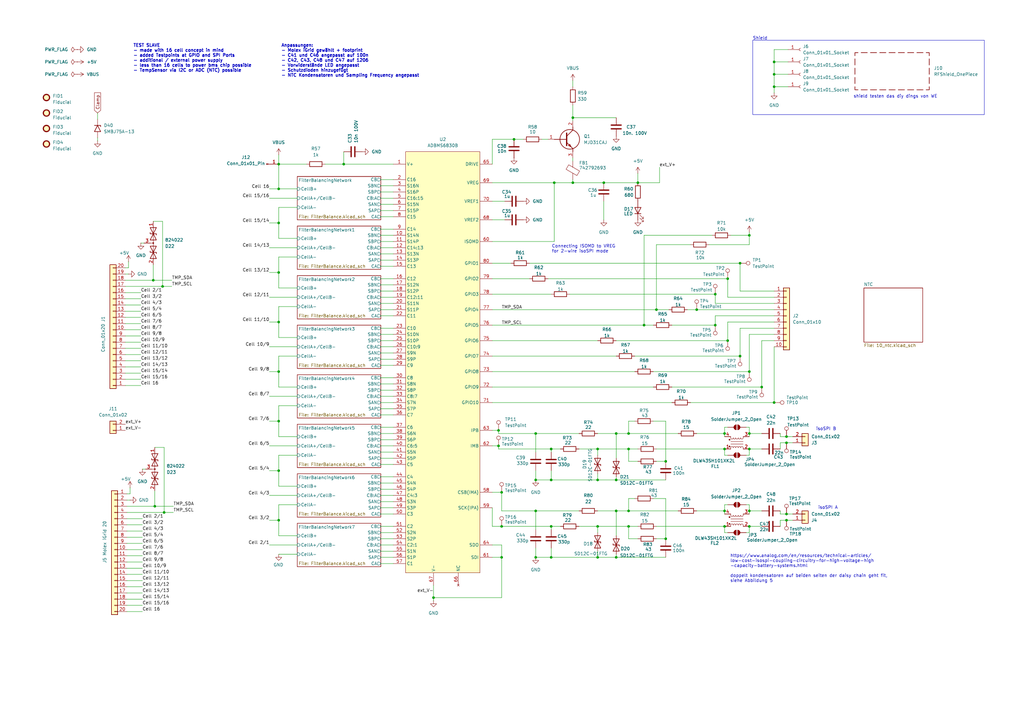
<source format=kicad_sch>
(kicad_sch
	(version 20231120)
	(generator "eeschema")
	(generator_version "8.0")
	(uuid "64eac9c4-e018-49db-b598-a7107a0db15b")
	(paper "A3")
	(lib_symbols
		(symbol "ADBMS6830B_lang:ADBMS6830B_Tall"
			(exclude_from_sim no)
			(in_bom yes)
			(on_board yes)
			(property "Reference" "U"
				(at 0 1.27 0)
				(effects
					(font
						(size 1.27 1.27)
					)
				)
			)
			(property "Value" "ADBMS6830B"
				(at 0 -1.27 0)
				(effects
					(font
						(size 1.27 1.27)
					)
				)
			)
			(property "Footprint" "ADBMS6830:QFP-80_12x12_Pitch0.5mm"
				(at -48.26 53.34 0)
				(effects
					(font
						(size 1.27 1.27)
					)
					(hide yes)
				)
			)
			(property "Datasheet" "~/ADBMS6830B_ADI.pdf"
				(at -48.26 53.34 0)
				(effects
					(font
						(size 1.27 1.27)
					)
					(hide yes)
				)
			)
			(property "Description" ""
				(at 0 0 0)
				(effects
					(font
						(size 1.27 1.27)
					)
					(hide yes)
				)
			)
			(symbol "ADBMS6830B_Tall_1_0"
				(pin input line
					(at -20.32 46.99 0)
					(length 5)
					(name "C14:13"
						(effects
							(font
								(size 1.27 1.27)
							)
						)
					)
					(number "12"
						(effects
							(font
								(size 1.27 1.27)
							)
						)
					)
				)
				(pin input line
					(at -20.32 6.35 0)
					(length 5)
					(name "C10:9"
						(effects
							(font
								(size 1.27 1.27)
							)
						)
					)
					(number "26"
						(effects
							(font
								(size 1.27 1.27)
							)
						)
					)
				)
				(pin input line
					(at -20.32 -13.97 0)
					(length 5)
					(name "C8:7"
						(effects
							(font
								(size 1.27 1.27)
							)
						)
					)
					(number "33"
						(effects
							(font
								(size 1.27 1.27)
							)
						)
					)
				)
				(pin input line
					(at -20.32 -34.29 0)
					(length 5)
					(name "C6:5"
						(effects
							(font
								(size 1.27 1.27)
							)
						)
					)
					(number "40"
						(effects
							(font
								(size 1.27 1.27)
							)
						)
					)
				)
				(pin input line
					(at -20.32 -54.61 0)
					(length 5)
					(name "C4:3"
						(effects
							(font
								(size 1.27 1.27)
							)
						)
					)
					(number "47"
						(effects
							(font
								(size 1.27 1.27)
							)
						)
					)
				)
				(pin input line
					(at -20.32 -74.93 0)
					(length 5)
					(name "C2:1"
						(effects
							(font
								(size 1.27 1.27)
							)
						)
					)
					(number "54"
						(effects
							(font
								(size 1.27 1.27)
							)
						)
					)
				)
				(pin no_connect line
					(at 6.35 -91.44 90)
					(length 5)
					(name "NC"
						(effects
							(font
								(size 1.27 1.27)
							)
						)
					)
					(number "66"
						(effects
							(font
								(size 1.27 1.27)
							)
						)
					)
				)
				(pin bidirectional line
					(at 20.32 -16.51 180)
					(length 5)
					(name "GPIO10"
						(effects
							(font
								(size 1.27 1.27)
							)
						)
					)
					(number "71"
						(effects
							(font
								(size 1.27 1.27)
							)
						)
					)
				)
			)
			(symbol "ADBMS6830B_Tall_1_1"
				(rectangle
					(start -15.24 86.36)
					(end 15.24 -86.36)
					(stroke
						(width 0)
						(type default)
					)
					(fill
						(type background)
					)
				)
				(pin power_out line
					(at -20.32 81.28 0)
					(length 5)
					(name "V+"
						(effects
							(font
								(size 1.27 1.27)
							)
						)
					)
					(number "1"
						(effects
							(font
								(size 1.27 1.27)
							)
						)
					)
				)
				(pin input line
					(at -20.32 52.07 0)
					(length 5)
					(name "S14N"
						(effects
							(font
								(size 1.27 1.27)
							)
						)
					)
					(number "10"
						(effects
							(font
								(size 1.27 1.27)
							)
						)
					)
				)
				(pin input line
					(at -20.32 49.53 0)
					(length 5)
					(name "S14P"
						(effects
							(font
								(size 1.27 1.27)
							)
						)
					)
					(number "11"
						(effects
							(font
								(size 1.27 1.27)
							)
						)
					)
				)
				(pin input line
					(at -20.32 44.45 0)
					(length 5)
					(name "S13N"
						(effects
							(font
								(size 1.27 1.27)
							)
						)
					)
					(number "13"
						(effects
							(font
								(size 1.27 1.27)
							)
						)
					)
				)
				(pin input line
					(at -20.32 41.91 0)
					(length 5)
					(name "S13P"
						(effects
							(font
								(size 1.27 1.27)
							)
						)
					)
					(number "14"
						(effects
							(font
								(size 1.27 1.27)
							)
						)
					)
				)
				(pin input line
					(at -20.32 39.37 0)
					(length 5)
					(name "C13"
						(effects
							(font
								(size 1.27 1.27)
							)
						)
					)
					(number "15"
						(effects
							(font
								(size 1.27 1.27)
							)
						)
					)
				)
				(pin input line
					(at -20.32 34.29 0)
					(length 5)
					(name "C12"
						(effects
							(font
								(size 1.27 1.27)
							)
						)
					)
					(number "16"
						(effects
							(font
								(size 1.27 1.27)
							)
						)
					)
				)
				(pin input line
					(at -20.32 31.75 0)
					(length 5)
					(name "S12N"
						(effects
							(font
								(size 1.27 1.27)
							)
						)
					)
					(number "17"
						(effects
							(font
								(size 1.27 1.27)
							)
						)
					)
				)
				(pin input line
					(at -20.32 29.21 0)
					(length 5)
					(name "S12P"
						(effects
							(font
								(size 1.27 1.27)
							)
						)
					)
					(number "18"
						(effects
							(font
								(size 1.27 1.27)
							)
						)
					)
				)
				(pin input line
					(at -20.32 26.67 0)
					(length 5)
					(name "C12:11"
						(effects
							(font
								(size 1.27 1.27)
							)
						)
					)
					(number "19"
						(effects
							(font
								(size 1.27 1.27)
							)
						)
					)
				)
				(pin input line
					(at -20.32 74.93 0)
					(length 5)
					(name "C16"
						(effects
							(font
								(size 1.27 1.27)
							)
						)
					)
					(number "2"
						(effects
							(font
								(size 1.27 1.27)
							)
						)
					)
				)
				(pin input line
					(at -20.32 24.13 0)
					(length 5)
					(name "S11N"
						(effects
							(font
								(size 1.27 1.27)
							)
						)
					)
					(number "20"
						(effects
							(font
								(size 1.27 1.27)
							)
						)
					)
				)
				(pin input line
					(at -20.32 21.59 0)
					(length 5)
					(name "S11P"
						(effects
							(font
								(size 1.27 1.27)
							)
						)
					)
					(number "21"
						(effects
							(font
								(size 1.27 1.27)
							)
						)
					)
				)
				(pin input line
					(at -20.32 19.05 0)
					(length 5)
					(name "C11"
						(effects
							(font
								(size 1.27 1.27)
							)
						)
					)
					(number "22"
						(effects
							(font
								(size 1.27 1.27)
							)
						)
					)
				)
				(pin input line
					(at -20.32 13.97 0)
					(length 5)
					(name "C10"
						(effects
							(font
								(size 1.27 1.27)
							)
						)
					)
					(number "23"
						(effects
							(font
								(size 1.27 1.27)
							)
						)
					)
				)
				(pin input line
					(at -20.32 11.43 0)
					(length 5)
					(name "S10N"
						(effects
							(font
								(size 1.27 1.27)
							)
						)
					)
					(number "24"
						(effects
							(font
								(size 1.27 1.27)
							)
						)
					)
				)
				(pin input line
					(at -20.32 8.89 0)
					(length 5)
					(name "S10P"
						(effects
							(font
								(size 1.27 1.27)
							)
						)
					)
					(number "25"
						(effects
							(font
								(size 1.27 1.27)
							)
						)
					)
				)
				(pin input line
					(at -20.32 3.81 0)
					(length 5)
					(name "S9N"
						(effects
							(font
								(size 1.27 1.27)
							)
						)
					)
					(number "27"
						(effects
							(font
								(size 1.27 1.27)
							)
						)
					)
				)
				(pin input line
					(at -20.32 1.27 0)
					(length 5)
					(name "S9P"
						(effects
							(font
								(size 1.27 1.27)
							)
						)
					)
					(number "28"
						(effects
							(font
								(size 1.27 1.27)
							)
						)
					)
				)
				(pin input line
					(at -20.32 -1.27 0)
					(length 5)
					(name "C9"
						(effects
							(font
								(size 1.27 1.27)
							)
						)
					)
					(number "29"
						(effects
							(font
								(size 1.27 1.27)
							)
						)
					)
				)
				(pin input line
					(at -20.32 72.39 0)
					(length 5)
					(name "S16N"
						(effects
							(font
								(size 1.27 1.27)
							)
						)
					)
					(number "3"
						(effects
							(font
								(size 1.27 1.27)
							)
						)
					)
				)
				(pin input line
					(at -20.32 -6.35 0)
					(length 5)
					(name "C8"
						(effects
							(font
								(size 1.27 1.27)
							)
						)
					)
					(number "30"
						(effects
							(font
								(size 1.27 1.27)
							)
						)
					)
				)
				(pin input line
					(at -20.32 -8.89 0)
					(length 5)
					(name "S8N"
						(effects
							(font
								(size 1.27 1.27)
							)
						)
					)
					(number "31"
						(effects
							(font
								(size 1.27 1.27)
							)
						)
					)
				)
				(pin input line
					(at -20.32 -11.43 0)
					(length 5)
					(name "S8P"
						(effects
							(font
								(size 1.27 1.27)
							)
						)
					)
					(number "32"
						(effects
							(font
								(size 1.27 1.27)
							)
						)
					)
				)
				(pin input line
					(at -20.32 -16.51 0)
					(length 5)
					(name "S7N"
						(effects
							(font
								(size 1.27 1.27)
							)
						)
					)
					(number "34"
						(effects
							(font
								(size 1.27 1.27)
							)
						)
					)
				)
				(pin input line
					(at -20.32 -19.05 0)
					(length 5)
					(name "S7P"
						(effects
							(font
								(size 1.27 1.27)
							)
						)
					)
					(number "35"
						(effects
							(font
								(size 1.27 1.27)
							)
						)
					)
				)
				(pin input line
					(at -20.32 -21.59 0)
					(length 5)
					(name "C7"
						(effects
							(font
								(size 1.27 1.27)
							)
						)
					)
					(number "36"
						(effects
							(font
								(size 1.27 1.27)
							)
						)
					)
				)
				(pin input line
					(at -20.32 -26.67 0)
					(length 5)
					(name "C6"
						(effects
							(font
								(size 1.27 1.27)
							)
						)
					)
					(number "37"
						(effects
							(font
								(size 1.27 1.27)
							)
						)
					)
				)
				(pin input line
					(at -20.32 -29.21 0)
					(length 5)
					(name "S6N"
						(effects
							(font
								(size 1.27 1.27)
							)
						)
					)
					(number "38"
						(effects
							(font
								(size 1.27 1.27)
							)
						)
					)
				)
				(pin input line
					(at -20.32 -31.75 0)
					(length 5)
					(name "S6P"
						(effects
							(font
								(size 1.27 1.27)
							)
						)
					)
					(number "39"
						(effects
							(font
								(size 1.27 1.27)
							)
						)
					)
				)
				(pin input line
					(at -20.32 69.85 0)
					(length 5)
					(name "S16P"
						(effects
							(font
								(size 1.27 1.27)
							)
						)
					)
					(number "4"
						(effects
							(font
								(size 1.27 1.27)
							)
						)
					)
				)
				(pin input line
					(at -20.32 -36.83 0)
					(length 5)
					(name "S5N"
						(effects
							(font
								(size 1.27 1.27)
							)
						)
					)
					(number "41"
						(effects
							(font
								(size 1.27 1.27)
							)
						)
					)
				)
				(pin input line
					(at -20.32 -39.37 0)
					(length 5)
					(name "S5P"
						(effects
							(font
								(size 1.27 1.27)
							)
						)
					)
					(number "42"
						(effects
							(font
								(size 1.27 1.27)
							)
						)
					)
				)
				(pin input line
					(at -20.32 -41.91 0)
					(length 5)
					(name "C5"
						(effects
							(font
								(size 1.27 1.27)
							)
						)
					)
					(number "43"
						(effects
							(font
								(size 1.27 1.27)
							)
						)
					)
				)
				(pin input line
					(at -20.32 -46.99 0)
					(length 5)
					(name "C4"
						(effects
							(font
								(size 1.27 1.27)
							)
						)
					)
					(number "44"
						(effects
							(font
								(size 1.27 1.27)
							)
						)
					)
				)
				(pin input line
					(at -20.32 -49.53 0)
					(length 5)
					(name "S4N"
						(effects
							(font
								(size 1.27 1.27)
							)
						)
					)
					(number "45"
						(effects
							(font
								(size 1.27 1.27)
							)
						)
					)
				)
				(pin input line
					(at -20.32 -52.07 0)
					(length 5)
					(name "S4P"
						(effects
							(font
								(size 1.27 1.27)
							)
						)
					)
					(number "46"
						(effects
							(font
								(size 1.27 1.27)
							)
						)
					)
				)
				(pin input line
					(at -20.32 -57.15 0)
					(length 5)
					(name "S3N"
						(effects
							(font
								(size 1.27 1.27)
							)
						)
					)
					(number "48"
						(effects
							(font
								(size 1.27 1.27)
							)
						)
					)
				)
				(pin input line
					(at -20.32 -59.69 0)
					(length 5)
					(name "S3P"
						(effects
							(font
								(size 1.27 1.27)
							)
						)
					)
					(number "49"
						(effects
							(font
								(size 1.27 1.27)
							)
						)
					)
				)
				(pin input line
					(at -20.32 67.31 0)
					(length 5)
					(name "C16:15"
						(effects
							(font
								(size 1.27 1.27)
							)
						)
					)
					(number "5"
						(effects
							(font
								(size 1.27 1.27)
							)
						)
					)
				)
				(pin input line
					(at -20.32 -62.23 0)
					(length 5)
					(name "C3"
						(effects
							(font
								(size 1.27 1.27)
							)
						)
					)
					(number "50"
						(effects
							(font
								(size 1.27 1.27)
							)
						)
					)
				)
				(pin input line
					(at -20.32 -67.31 0)
					(length 5)
					(name "C2"
						(effects
							(font
								(size 1.27 1.27)
							)
						)
					)
					(number "51"
						(effects
							(font
								(size 1.27 1.27)
							)
						)
					)
				)
				(pin input line
					(at -20.32 -69.85 0)
					(length 5)
					(name "S2N"
						(effects
							(font
								(size 1.27 1.27)
							)
						)
					)
					(number "52"
						(effects
							(font
								(size 1.27 1.27)
							)
						)
					)
				)
				(pin input line
					(at -20.32 -72.39 0)
					(length 5)
					(name "S2P"
						(effects
							(font
								(size 1.27 1.27)
							)
						)
					)
					(number "53"
						(effects
							(font
								(size 1.27 1.27)
							)
						)
					)
				)
				(pin input line
					(at -20.32 -77.47 0)
					(length 5)
					(name "S1N"
						(effects
							(font
								(size 1.27 1.27)
							)
						)
					)
					(number "55"
						(effects
							(font
								(size 1.27 1.27)
							)
						)
					)
				)
				(pin input line
					(at -20.32 -80.01 0)
					(length 5)
					(name "S1P"
						(effects
							(font
								(size 1.27 1.27)
							)
						)
					)
					(number "56"
						(effects
							(font
								(size 1.27 1.27)
							)
						)
					)
				)
				(pin input line
					(at -20.32 -82.55 0)
					(length 5)
					(name "C1"
						(effects
							(font
								(size 1.27 1.27)
							)
						)
					)
					(number "57"
						(effects
							(font
								(size 1.27 1.27)
							)
						)
					)
				)
				(pin bidirectional line
					(at 20.32 -53.34 180)
					(length 5)
					(name "CSB(IMA)"
						(effects
							(font
								(size 1.27 1.27)
							)
						)
					)
					(number "58"
						(effects
							(font
								(size 1.27 1.27)
							)
						)
					)
				)
				(pin bidirectional line
					(at 20.32 -59.69 180)
					(length 5)
					(name "SCK(IPA)"
						(effects
							(font
								(size 1.27 1.27)
							)
						)
					)
					(number "59"
						(effects
							(font
								(size 1.27 1.27)
							)
						)
					)
				)
				(pin input line
					(at -20.32 64.77 0)
					(length 5)
					(name "S15N"
						(effects
							(font
								(size 1.27 1.27)
							)
						)
					)
					(number "6"
						(effects
							(font
								(size 1.27 1.27)
							)
						)
					)
				)
				(pin bidirectional line
					(at 20.32 49.53 180)
					(length 5)
					(name "ISOMD"
						(effects
							(font
								(size 1.27 1.27)
							)
						)
					)
					(number "60"
						(effects
							(font
								(size 1.27 1.27)
							)
						)
					)
				)
				(pin bidirectional line
					(at 20.32 -80.01 180)
					(length 5)
					(name "SDI"
						(effects
							(font
								(size 1.27 1.27)
							)
						)
					)
					(number "61"
						(effects
							(font
								(size 1.27 1.27)
							)
						)
					)
				)
				(pin bidirectional line
					(at 20.32 -34.29 180)
					(length 5)
					(name "IMB"
						(effects
							(font
								(size 1.27 1.27)
							)
						)
					)
					(number "62"
						(effects
							(font
								(size 1.27 1.27)
							)
						)
					)
				)
				(pin bidirectional line
					(at 20.32 -27.94 180)
					(length 5)
					(name "IPB"
						(effects
							(font
								(size 1.27 1.27)
							)
						)
					)
					(number "63"
						(effects
							(font
								(size 1.27 1.27)
							)
						)
					)
				)
				(pin bidirectional line
					(at 20.32 -74.93 180)
					(length 5)
					(name "SDO"
						(effects
							(font
								(size 1.27 1.27)
							)
						)
					)
					(number "64"
						(effects
							(font
								(size 1.27 1.27)
							)
						)
					)
				)
				(pin bidirectional line
					(at 20.32 81.28 180)
					(length 5)
					(name "DRIVE"
						(effects
							(font
								(size 1.27 1.27)
							)
						)
					)
					(number "65"
						(effects
							(font
								(size 1.27 1.27)
							)
						)
					)
				)
				(pin input line
					(at -3.81 -91.44 90)
					(length 5)
					(name "V-"
						(effects
							(font
								(size 1.27 1.27)
							)
						)
					)
					(number "67"
						(effects
							(font
								(size 1.27 1.27)
							)
						)
					)
				)
				(pin power_out line
					(at 20.32 58.42 180)
					(length 5)
					(name "VREF2"
						(effects
							(font
								(size 1.27 1.27)
							)
						)
					)
					(number "68"
						(effects
							(font
								(size 1.27 1.27)
							)
						)
					)
				)
				(pin input line
					(at 20.32 73.66 180)
					(length 5)
					(name "VREG"
						(effects
							(font
								(size 1.27 1.27)
							)
						)
					)
					(number "69"
						(effects
							(font
								(size 1.27 1.27)
							)
						)
					)
				)
				(pin input line
					(at -20.32 62.23 0)
					(length 5)
					(name "S15P"
						(effects
							(font
								(size 1.27 1.27)
							)
						)
					)
					(number "7"
						(effects
							(font
								(size 1.27 1.27)
							)
						)
					)
				)
				(pin power_out line
					(at 20.32 66.04 180)
					(length 5)
					(name "VREF1"
						(effects
							(font
								(size 1.27 1.27)
							)
						)
					)
					(number "70"
						(effects
							(font
								(size 1.27 1.27)
							)
						)
					)
				)
				(pin bidirectional line
					(at 20.32 -10.16 180)
					(length 5)
					(name "GPIO9"
						(effects
							(font
								(size 1.27 1.27)
							)
						)
					)
					(number "72"
						(effects
							(font
								(size 1.27 1.27)
							)
						)
					)
				)
				(pin bidirectional line
					(at 20.32 -3.81 180)
					(length 5)
					(name "GPIO8"
						(effects
							(font
								(size 1.27 1.27)
							)
						)
					)
					(number "73"
						(effects
							(font
								(size 1.27 1.27)
							)
						)
					)
				)
				(pin bidirectional line
					(at 20.32 2.54 180)
					(length 5)
					(name "GPIO7"
						(effects
							(font
								(size 1.27 1.27)
							)
						)
					)
					(number "74"
						(effects
							(font
								(size 1.27 1.27)
							)
						)
					)
				)
				(pin bidirectional line
					(at 20.32 8.89 180)
					(length 5)
					(name "GPIO6"
						(effects
							(font
								(size 1.27 1.27)
							)
						)
					)
					(number "75"
						(effects
							(font
								(size 1.27 1.27)
							)
						)
					)
				)
				(pin bidirectional line
					(at 20.32 15.24 180)
					(length 5)
					(name "GPIO5"
						(effects
							(font
								(size 1.27 1.27)
							)
						)
					)
					(number "76"
						(effects
							(font
								(size 1.27 1.27)
							)
						)
					)
				)
				(pin bidirectional line
					(at 20.32 21.59 180)
					(length 5)
					(name "GPIO4"
						(effects
							(font
								(size 1.27 1.27)
							)
						)
					)
					(number "77"
						(effects
							(font
								(size 1.27 1.27)
							)
						)
					)
				)
				(pin bidirectional line
					(at 20.32 27.94 180)
					(length 5)
					(name "GPIO3"
						(effects
							(font
								(size 1.27 1.27)
							)
						)
					)
					(number "78"
						(effects
							(font
								(size 1.27 1.27)
							)
						)
					)
				)
				(pin bidirectional line
					(at 20.32 34.29 180)
					(length 5)
					(name "GPIO2"
						(effects
							(font
								(size 1.27 1.27)
							)
						)
					)
					(number "79"
						(effects
							(font
								(size 1.27 1.27)
							)
						)
					)
				)
				(pin input line
					(at -20.32 59.69 0)
					(length 5)
					(name "C15"
						(effects
							(font
								(size 1.27 1.27)
							)
						)
					)
					(number "8"
						(effects
							(font
								(size 1.27 1.27)
							)
						)
					)
				)
				(pin bidirectional line
					(at 20.32 40.64 180)
					(length 5)
					(name "GPIO1"
						(effects
							(font
								(size 1.27 1.27)
							)
						)
					)
					(number "80"
						(effects
							(font
								(size 1.27 1.27)
							)
						)
					)
				)
				(pin input line
					(at -20.32 54.61 0)
					(length 5)
					(name "C14"
						(effects
							(font
								(size 1.27 1.27)
							)
						)
					)
					(number "9"
						(effects
							(font
								(size 1.27 1.27)
							)
						)
					)
				)
			)
		)
		(symbol "Connector:Conn_01x01_Pin"
			(pin_names
				(offset 1.016) hide)
			(exclude_from_sim no)
			(in_bom yes)
			(on_board yes)
			(property "Reference" "J"
				(at 0 2.54 0)
				(effects
					(font
						(size 1.27 1.27)
					)
				)
			)
			(property "Value" "Conn_01x01_Pin"
				(at 0 -2.54 0)
				(effects
					(font
						(size 1.27 1.27)
					)
				)
			)
			(property "Footprint" ""
				(at 0 0 0)
				(effects
					(font
						(size 1.27 1.27)
					)
					(hide yes)
				)
			)
			(property "Datasheet" "~"
				(at 0 0 0)
				(effects
					(font
						(size 1.27 1.27)
					)
					(hide yes)
				)
			)
			(property "Description" "Generic connector, single row, 01x01, script generated"
				(at 0 0 0)
				(effects
					(font
						(size 1.27 1.27)
					)
					(hide yes)
				)
			)
			(property "ki_locked" ""
				(at 0 0 0)
				(effects
					(font
						(size 1.27 1.27)
					)
				)
			)
			(property "ki_keywords" "connector"
				(at 0 0 0)
				(effects
					(font
						(size 1.27 1.27)
					)
					(hide yes)
				)
			)
			(property "ki_fp_filters" "Connector*:*_1x??_*"
				(at 0 0 0)
				(effects
					(font
						(size 1.27 1.27)
					)
					(hide yes)
				)
			)
			(symbol "Conn_01x01_Pin_1_1"
				(polyline
					(pts
						(xy 1.27 0) (xy 0.8636 0)
					)
					(stroke
						(width 0.1524)
						(type default)
					)
					(fill
						(type none)
					)
				)
				(rectangle
					(start 0.8636 0.127)
					(end 0 -0.127)
					(stroke
						(width 0.1524)
						(type default)
					)
					(fill
						(type outline)
					)
				)
				(pin passive line
					(at 5.08 0 180)
					(length 3.81)
					(name "Pin_1"
						(effects
							(font
								(size 1.27 1.27)
							)
						)
					)
					(number "1"
						(effects
							(font
								(size 1.27 1.27)
							)
						)
					)
				)
			)
		)
		(symbol "Connector:Conn_01x01_Socket"
			(pin_names
				(offset 1.016) hide)
			(exclude_from_sim no)
			(in_bom yes)
			(on_board yes)
			(property "Reference" "J"
				(at 0 2.54 0)
				(effects
					(font
						(size 1.27 1.27)
					)
				)
			)
			(property "Value" "Conn_01x01_Socket"
				(at 0 -2.54 0)
				(effects
					(font
						(size 1.27 1.27)
					)
				)
			)
			(property "Footprint" ""
				(at 0 0 0)
				(effects
					(font
						(size 1.27 1.27)
					)
					(hide yes)
				)
			)
			(property "Datasheet" "~"
				(at 0 0 0)
				(effects
					(font
						(size 1.27 1.27)
					)
					(hide yes)
				)
			)
			(property "Description" "Generic connector, single row, 01x01, script generated"
				(at 0 0 0)
				(effects
					(font
						(size 1.27 1.27)
					)
					(hide yes)
				)
			)
			(property "ki_locked" ""
				(at 0 0 0)
				(effects
					(font
						(size 1.27 1.27)
					)
				)
			)
			(property "ki_keywords" "connector"
				(at 0 0 0)
				(effects
					(font
						(size 1.27 1.27)
					)
					(hide yes)
				)
			)
			(property "ki_fp_filters" "Connector*:*_1x??_*"
				(at 0 0 0)
				(effects
					(font
						(size 1.27 1.27)
					)
					(hide yes)
				)
			)
			(symbol "Conn_01x01_Socket_1_1"
				(polyline
					(pts
						(xy -1.27 0) (xy -0.508 0)
					)
					(stroke
						(width 0.1524)
						(type default)
					)
					(fill
						(type none)
					)
				)
				(arc
					(start 0 0.508)
					(mid -0.5058 0)
					(end 0 -0.508)
					(stroke
						(width 0.1524)
						(type default)
					)
					(fill
						(type none)
					)
				)
				(pin passive line
					(at -5.08 0 0)
					(length 3.81)
					(name "Pin_1"
						(effects
							(font
								(size 1.27 1.27)
							)
						)
					)
					(number "1"
						(effects
							(font
								(size 1.27 1.27)
							)
						)
					)
				)
			)
		)
		(symbol "Connector:TestPoint"
			(pin_numbers hide)
			(pin_names
				(offset 0.762) hide)
			(exclude_from_sim no)
			(in_bom yes)
			(on_board yes)
			(property "Reference" "TP"
				(at 0 6.858 0)
				(effects
					(font
						(size 1.27 1.27)
					)
				)
			)
			(property "Value" "TestPoint"
				(at 0 5.08 0)
				(effects
					(font
						(size 1.27 1.27)
					)
				)
			)
			(property "Footprint" ""
				(at 5.08 0 0)
				(effects
					(font
						(size 1.27 1.27)
					)
					(hide yes)
				)
			)
			(property "Datasheet" "~"
				(at 5.08 0 0)
				(effects
					(font
						(size 1.27 1.27)
					)
					(hide yes)
				)
			)
			(property "Description" "test point"
				(at 0 0 0)
				(effects
					(font
						(size 1.27 1.27)
					)
					(hide yes)
				)
			)
			(property "ki_keywords" "test point tp"
				(at 0 0 0)
				(effects
					(font
						(size 1.27 1.27)
					)
					(hide yes)
				)
			)
			(property "ki_fp_filters" "Pin* Test*"
				(at 0 0 0)
				(effects
					(font
						(size 1.27 1.27)
					)
					(hide yes)
				)
			)
			(symbol "TestPoint_0_1"
				(circle
					(center 0 3.302)
					(radius 0.762)
					(stroke
						(width 0)
						(type default)
					)
					(fill
						(type none)
					)
				)
			)
			(symbol "TestPoint_1_1"
				(pin passive line
					(at 0 0 90)
					(length 2.54)
					(name "1"
						(effects
							(font
								(size 1.27 1.27)
							)
						)
					)
					(number "1"
						(effects
							(font
								(size 1.27 1.27)
							)
						)
					)
				)
			)
		)
		(symbol "Connector_Generic:Conn_01x02"
			(pin_names
				(offset 1.016) hide)
			(exclude_from_sim no)
			(in_bom yes)
			(on_board yes)
			(property "Reference" "J"
				(at 0 2.54 0)
				(effects
					(font
						(size 1.27 1.27)
					)
				)
			)
			(property "Value" "Conn_01x02"
				(at 0 -5.08 0)
				(effects
					(font
						(size 1.27 1.27)
					)
				)
			)
			(property "Footprint" ""
				(at 0 0 0)
				(effects
					(font
						(size 1.27 1.27)
					)
					(hide yes)
				)
			)
			(property "Datasheet" "~"
				(at 0 0 0)
				(effects
					(font
						(size 1.27 1.27)
					)
					(hide yes)
				)
			)
			(property "Description" "Generic connector, single row, 01x02, script generated (kicad-library-utils/schlib/autogen/connector/)"
				(at 0 0 0)
				(effects
					(font
						(size 1.27 1.27)
					)
					(hide yes)
				)
			)
			(property "ki_keywords" "connector"
				(at 0 0 0)
				(effects
					(font
						(size 1.27 1.27)
					)
					(hide yes)
				)
			)
			(property "ki_fp_filters" "Connector*:*_1x??_*"
				(at 0 0 0)
				(effects
					(font
						(size 1.27 1.27)
					)
					(hide yes)
				)
			)
			(symbol "Conn_01x02_1_1"
				(rectangle
					(start -1.27 -2.413)
					(end 0 -2.667)
					(stroke
						(width 0.1524)
						(type default)
					)
					(fill
						(type none)
					)
				)
				(rectangle
					(start -1.27 0.127)
					(end 0 -0.127)
					(stroke
						(width 0.1524)
						(type default)
					)
					(fill
						(type none)
					)
				)
				(rectangle
					(start -1.27 1.27)
					(end 1.27 -3.81)
					(stroke
						(width 0.254)
						(type default)
					)
					(fill
						(type background)
					)
				)
				(pin passive line
					(at -5.08 0 0)
					(length 3.81)
					(name "Pin_1"
						(effects
							(font
								(size 1.27 1.27)
							)
						)
					)
					(number "1"
						(effects
							(font
								(size 1.27 1.27)
							)
						)
					)
				)
				(pin passive line
					(at -5.08 -2.54 0)
					(length 3.81)
					(name "Pin_2"
						(effects
							(font
								(size 1.27 1.27)
							)
						)
					)
					(number "2"
						(effects
							(font
								(size 1.27 1.27)
							)
						)
					)
				)
			)
		)
		(symbol "Connector_Generic:Conn_01x10"
			(pin_names
				(offset 1.016) hide)
			(exclude_from_sim no)
			(in_bom yes)
			(on_board yes)
			(property "Reference" "J"
				(at 0 12.7 0)
				(effects
					(font
						(size 1.27 1.27)
					)
				)
			)
			(property "Value" "Conn_01x10"
				(at 0 -15.24 0)
				(effects
					(font
						(size 1.27 1.27)
					)
				)
			)
			(property "Footprint" ""
				(at 0 0 0)
				(effects
					(font
						(size 1.27 1.27)
					)
					(hide yes)
				)
			)
			(property "Datasheet" "~"
				(at 0 0 0)
				(effects
					(font
						(size 1.27 1.27)
					)
					(hide yes)
				)
			)
			(property "Description" "Generic connector, single row, 01x10, script generated (kicad-library-utils/schlib/autogen/connector/)"
				(at 0 0 0)
				(effects
					(font
						(size 1.27 1.27)
					)
					(hide yes)
				)
			)
			(property "ki_keywords" "connector"
				(at 0 0 0)
				(effects
					(font
						(size 1.27 1.27)
					)
					(hide yes)
				)
			)
			(property "ki_fp_filters" "Connector*:*_1x??_*"
				(at 0 0 0)
				(effects
					(font
						(size 1.27 1.27)
					)
					(hide yes)
				)
			)
			(symbol "Conn_01x10_1_1"
				(rectangle
					(start -1.27 -12.573)
					(end 0 -12.827)
					(stroke
						(width 0.1524)
						(type default)
					)
					(fill
						(type none)
					)
				)
				(rectangle
					(start -1.27 -10.033)
					(end 0 -10.287)
					(stroke
						(width 0.1524)
						(type default)
					)
					(fill
						(type none)
					)
				)
				(rectangle
					(start -1.27 -7.493)
					(end 0 -7.747)
					(stroke
						(width 0.1524)
						(type default)
					)
					(fill
						(type none)
					)
				)
				(rectangle
					(start -1.27 -4.953)
					(end 0 -5.207)
					(stroke
						(width 0.1524)
						(type default)
					)
					(fill
						(type none)
					)
				)
				(rectangle
					(start -1.27 -2.413)
					(end 0 -2.667)
					(stroke
						(width 0.1524)
						(type default)
					)
					(fill
						(type none)
					)
				)
				(rectangle
					(start -1.27 0.127)
					(end 0 -0.127)
					(stroke
						(width 0.1524)
						(type default)
					)
					(fill
						(type none)
					)
				)
				(rectangle
					(start -1.27 2.667)
					(end 0 2.413)
					(stroke
						(width 0.1524)
						(type default)
					)
					(fill
						(type none)
					)
				)
				(rectangle
					(start -1.27 5.207)
					(end 0 4.953)
					(stroke
						(width 0.1524)
						(type default)
					)
					(fill
						(type none)
					)
				)
				(rectangle
					(start -1.27 7.747)
					(end 0 7.493)
					(stroke
						(width 0.1524)
						(type default)
					)
					(fill
						(type none)
					)
				)
				(rectangle
					(start -1.27 10.287)
					(end 0 10.033)
					(stroke
						(width 0.1524)
						(type default)
					)
					(fill
						(type none)
					)
				)
				(rectangle
					(start -1.27 11.43)
					(end 1.27 -13.97)
					(stroke
						(width 0.254)
						(type default)
					)
					(fill
						(type background)
					)
				)
				(pin passive line
					(at -5.08 10.16 0)
					(length 3.81)
					(name "Pin_1"
						(effects
							(font
								(size 1.27 1.27)
							)
						)
					)
					(number "1"
						(effects
							(font
								(size 1.27 1.27)
							)
						)
					)
				)
				(pin passive line
					(at -5.08 -12.7 0)
					(length 3.81)
					(name "Pin_10"
						(effects
							(font
								(size 1.27 1.27)
							)
						)
					)
					(number "10"
						(effects
							(font
								(size 1.27 1.27)
							)
						)
					)
				)
				(pin passive line
					(at -5.08 7.62 0)
					(length 3.81)
					(name "Pin_2"
						(effects
							(font
								(size 1.27 1.27)
							)
						)
					)
					(number "2"
						(effects
							(font
								(size 1.27 1.27)
							)
						)
					)
				)
				(pin passive line
					(at -5.08 5.08 0)
					(length 3.81)
					(name "Pin_3"
						(effects
							(font
								(size 1.27 1.27)
							)
						)
					)
					(number "3"
						(effects
							(font
								(size 1.27 1.27)
							)
						)
					)
				)
				(pin passive line
					(at -5.08 2.54 0)
					(length 3.81)
					(name "Pin_4"
						(effects
							(font
								(size 1.27 1.27)
							)
						)
					)
					(number "4"
						(effects
							(font
								(size 1.27 1.27)
							)
						)
					)
				)
				(pin passive line
					(at -5.08 0 0)
					(length 3.81)
					(name "Pin_5"
						(effects
							(font
								(size 1.27 1.27)
							)
						)
					)
					(number "5"
						(effects
							(font
								(size 1.27 1.27)
							)
						)
					)
				)
				(pin passive line
					(at -5.08 -2.54 0)
					(length 3.81)
					(name "Pin_6"
						(effects
							(font
								(size 1.27 1.27)
							)
						)
					)
					(number "6"
						(effects
							(font
								(size 1.27 1.27)
							)
						)
					)
				)
				(pin passive line
					(at -5.08 -5.08 0)
					(length 3.81)
					(name "Pin_7"
						(effects
							(font
								(size 1.27 1.27)
							)
						)
					)
					(number "7"
						(effects
							(font
								(size 1.27 1.27)
							)
						)
					)
				)
				(pin passive line
					(at -5.08 -7.62 0)
					(length 3.81)
					(name "Pin_8"
						(effects
							(font
								(size 1.27 1.27)
							)
						)
					)
					(number "8"
						(effects
							(font
								(size 1.27 1.27)
							)
						)
					)
				)
				(pin passive line
					(at -5.08 -10.16 0)
					(length 3.81)
					(name "Pin_9"
						(effects
							(font
								(size 1.27 1.27)
							)
						)
					)
					(number "9"
						(effects
							(font
								(size 1.27 1.27)
							)
						)
					)
				)
			)
		)
		(symbol "Connector_Generic:Conn_01x20"
			(pin_names
				(offset 1.016) hide)
			(exclude_from_sim no)
			(in_bom yes)
			(on_board yes)
			(property "Reference" "J"
				(at 0 25.4 0)
				(effects
					(font
						(size 1.27 1.27)
					)
				)
			)
			(property "Value" "Conn_01x20"
				(at 0 -27.94 0)
				(effects
					(font
						(size 1.27 1.27)
					)
				)
			)
			(property "Footprint" ""
				(at 0 0 0)
				(effects
					(font
						(size 1.27 1.27)
					)
					(hide yes)
				)
			)
			(property "Datasheet" "~"
				(at 0 0 0)
				(effects
					(font
						(size 1.27 1.27)
					)
					(hide yes)
				)
			)
			(property "Description" "Generic connector, single row, 01x20, script generated (kicad-library-utils/schlib/autogen/connector/)"
				(at 0 0 0)
				(effects
					(font
						(size 1.27 1.27)
					)
					(hide yes)
				)
			)
			(property "ki_keywords" "connector"
				(at 0 0 0)
				(effects
					(font
						(size 1.27 1.27)
					)
					(hide yes)
				)
			)
			(property "ki_fp_filters" "Connector*:*_1x??_*"
				(at 0 0 0)
				(effects
					(font
						(size 1.27 1.27)
					)
					(hide yes)
				)
			)
			(symbol "Conn_01x20_1_1"
				(rectangle
					(start -1.27 -25.273)
					(end 0 -25.527)
					(stroke
						(width 0.1524)
						(type default)
					)
					(fill
						(type none)
					)
				)
				(rectangle
					(start -1.27 -22.733)
					(end 0 -22.987)
					(stroke
						(width 0.1524)
						(type default)
					)
					(fill
						(type none)
					)
				)
				(rectangle
					(start -1.27 -20.193)
					(end 0 -20.447)
					(stroke
						(width 0.1524)
						(type default)
					)
					(fill
						(type none)
					)
				)
				(rectangle
					(start -1.27 -17.653)
					(end 0 -17.907)
					(stroke
						(width 0.1524)
						(type default)
					)
					(fill
						(type none)
					)
				)
				(rectangle
					(start -1.27 -15.113)
					(end 0 -15.367)
					(stroke
						(width 0.1524)
						(type default)
					)
					(fill
						(type none)
					)
				)
				(rectangle
					(start -1.27 -12.573)
					(end 0 -12.827)
					(stroke
						(width 0.1524)
						(type default)
					)
					(fill
						(type none)
					)
				)
				(rectangle
					(start -1.27 -10.033)
					(end 0 -10.287)
					(stroke
						(width 0.1524)
						(type default)
					)
					(fill
						(type none)
					)
				)
				(rectangle
					(start -1.27 -7.493)
					(end 0 -7.747)
					(stroke
						(width 0.1524)
						(type default)
					)
					(fill
						(type none)
					)
				)
				(rectangle
					(start -1.27 -4.953)
					(end 0 -5.207)
					(stroke
						(width 0.1524)
						(type default)
					)
					(fill
						(type none)
					)
				)
				(rectangle
					(start -1.27 -2.413)
					(end 0 -2.667)
					(stroke
						(width 0.1524)
						(type default)
					)
					(fill
						(type none)
					)
				)
				(rectangle
					(start -1.27 0.127)
					(end 0 -0.127)
					(stroke
						(width 0.1524)
						(type default)
					)
					(fill
						(type none)
					)
				)
				(rectangle
					(start -1.27 2.667)
					(end 0 2.413)
					(stroke
						(width 0.1524)
						(type default)
					)
					(fill
						(type none)
					)
				)
				(rectangle
					(start -1.27 5.207)
					(end 0 4.953)
					(stroke
						(width 0.1524)
						(type default)
					)
					(fill
						(type none)
					)
				)
				(rectangle
					(start -1.27 7.747)
					(end 0 7.493)
					(stroke
						(width 0.1524)
						(type default)
					)
					(fill
						(type none)
					)
				)
				(rectangle
					(start -1.27 10.287)
					(end 0 10.033)
					(stroke
						(width 0.1524)
						(type default)
					)
					(fill
						(type none)
					)
				)
				(rectangle
					(start -1.27 12.827)
					(end 0 12.573)
					(stroke
						(width 0.1524)
						(type default)
					)
					(fill
						(type none)
					)
				)
				(rectangle
					(start -1.27 15.367)
					(end 0 15.113)
					(stroke
						(width 0.1524)
						(type default)
					)
					(fill
						(type none)
					)
				)
				(rectangle
					(start -1.27 17.907)
					(end 0 17.653)
					(stroke
						(width 0.1524)
						(type default)
					)
					(fill
						(type none)
					)
				)
				(rectangle
					(start -1.27 20.447)
					(end 0 20.193)
					(stroke
						(width 0.1524)
						(type default)
					)
					(fill
						(type none)
					)
				)
				(rectangle
					(start -1.27 22.987)
					(end 0 22.733)
					(stroke
						(width 0.1524)
						(type default)
					)
					(fill
						(type none)
					)
				)
				(rectangle
					(start -1.27 24.13)
					(end 1.27 -26.67)
					(stroke
						(width 0.254)
						(type default)
					)
					(fill
						(type background)
					)
				)
				(pin passive line
					(at -5.08 22.86 0)
					(length 3.81)
					(name "Pin_1"
						(effects
							(font
								(size 1.27 1.27)
							)
						)
					)
					(number "1"
						(effects
							(font
								(size 1.27 1.27)
							)
						)
					)
				)
				(pin passive line
					(at -5.08 0 0)
					(length 3.81)
					(name "Pin_10"
						(effects
							(font
								(size 1.27 1.27)
							)
						)
					)
					(number "10"
						(effects
							(font
								(size 1.27 1.27)
							)
						)
					)
				)
				(pin passive line
					(at -5.08 -2.54 0)
					(length 3.81)
					(name "Pin_11"
						(effects
							(font
								(size 1.27 1.27)
							)
						)
					)
					(number "11"
						(effects
							(font
								(size 1.27 1.27)
							)
						)
					)
				)
				(pin passive line
					(at -5.08 -5.08 0)
					(length 3.81)
					(name "Pin_12"
						(effects
							(font
								(size 1.27 1.27)
							)
						)
					)
					(number "12"
						(effects
							(font
								(size 1.27 1.27)
							)
						)
					)
				)
				(pin passive line
					(at -5.08 -7.62 0)
					(length 3.81)
					(name "Pin_13"
						(effects
							(font
								(size 1.27 1.27)
							)
						)
					)
					(number "13"
						(effects
							(font
								(size 1.27 1.27)
							)
						)
					)
				)
				(pin passive line
					(at -5.08 -10.16 0)
					(length 3.81)
					(name "Pin_14"
						(effects
							(font
								(size 1.27 1.27)
							)
						)
					)
					(number "14"
						(effects
							(font
								(size 1.27 1.27)
							)
						)
					)
				)
				(pin passive line
					(at -5.08 -12.7 0)
					(length 3.81)
					(name "Pin_15"
						(effects
							(font
								(size 1.27 1.27)
							)
						)
					)
					(number "15"
						(effects
							(font
								(size 1.27 1.27)
							)
						)
					)
				)
				(pin passive line
					(at -5.08 -15.24 0)
					(length 3.81)
					(name "Pin_16"
						(effects
							(font
								(size 1.27 1.27)
							)
						)
					)
					(number "16"
						(effects
							(font
								(size 1.27 1.27)
							)
						)
					)
				)
				(pin passive line
					(at -5.08 -17.78 0)
					(length 3.81)
					(name "Pin_17"
						(effects
							(font
								(size 1.27 1.27)
							)
						)
					)
					(number "17"
						(effects
							(font
								(size 1.27 1.27)
							)
						)
					)
				)
				(pin passive line
					(at -5.08 -20.32 0)
					(length 3.81)
					(name "Pin_18"
						(effects
							(font
								(size 1.27 1.27)
							)
						)
					)
					(number "18"
						(effects
							(font
								(size 1.27 1.27)
							)
						)
					)
				)
				(pin passive line
					(at -5.08 -22.86 0)
					(length 3.81)
					(name "Pin_19"
						(effects
							(font
								(size 1.27 1.27)
							)
						)
					)
					(number "19"
						(effects
							(font
								(size 1.27 1.27)
							)
						)
					)
				)
				(pin passive line
					(at -5.08 20.32 0)
					(length 3.81)
					(name "Pin_2"
						(effects
							(font
								(size 1.27 1.27)
							)
						)
					)
					(number "2"
						(effects
							(font
								(size 1.27 1.27)
							)
						)
					)
				)
				(pin passive line
					(at -5.08 -25.4 0)
					(length 3.81)
					(name "Pin_20"
						(effects
							(font
								(size 1.27 1.27)
							)
						)
					)
					(number "20"
						(effects
							(font
								(size 1.27 1.27)
							)
						)
					)
				)
				(pin passive line
					(at -5.08 17.78 0)
					(length 3.81)
					(name "Pin_3"
						(effects
							(font
								(size 1.27 1.27)
							)
						)
					)
					(number "3"
						(effects
							(font
								(size 1.27 1.27)
							)
						)
					)
				)
				(pin passive line
					(at -5.08 15.24 0)
					(length 3.81)
					(name "Pin_4"
						(effects
							(font
								(size 1.27 1.27)
							)
						)
					)
					(number "4"
						(effects
							(font
								(size 1.27 1.27)
							)
						)
					)
				)
				(pin passive line
					(at -5.08 12.7 0)
					(length 3.81)
					(name "Pin_5"
						(effects
							(font
								(size 1.27 1.27)
							)
						)
					)
					(number "5"
						(effects
							(font
								(size 1.27 1.27)
							)
						)
					)
				)
				(pin passive line
					(at -5.08 10.16 0)
					(length 3.81)
					(name "Pin_6"
						(effects
							(font
								(size 1.27 1.27)
							)
						)
					)
					(number "6"
						(effects
							(font
								(size 1.27 1.27)
							)
						)
					)
				)
				(pin passive line
					(at -5.08 7.62 0)
					(length 3.81)
					(name "Pin_7"
						(effects
							(font
								(size 1.27 1.27)
							)
						)
					)
					(number "7"
						(effects
							(font
								(size 1.27 1.27)
							)
						)
					)
				)
				(pin passive line
					(at -5.08 5.08 0)
					(length 3.81)
					(name "Pin_8"
						(effects
							(font
								(size 1.27 1.27)
							)
						)
					)
					(number "8"
						(effects
							(font
								(size 1.27 1.27)
							)
						)
					)
				)
				(pin passive line
					(at -5.08 2.54 0)
					(length 3.81)
					(name "Pin_9"
						(effects
							(font
								(size 1.27 1.27)
							)
						)
					)
					(number "9"
						(effects
							(font
								(size 1.27 1.27)
							)
						)
					)
				)
			)
		)
		(symbol "Device:C"
			(pin_numbers hide)
			(pin_names
				(offset 0.254)
			)
			(exclude_from_sim no)
			(in_bom yes)
			(on_board yes)
			(property "Reference" "C"
				(at 0.635 2.54 0)
				(effects
					(font
						(size 1.27 1.27)
					)
					(justify left)
				)
			)
			(property "Value" "C"
				(at 0.635 -2.54 0)
				(effects
					(font
						(size 1.27 1.27)
					)
					(justify left)
				)
			)
			(property "Footprint" ""
				(at 0.9652 -3.81 0)
				(effects
					(font
						(size 1.27 1.27)
					)
					(hide yes)
				)
			)
			(property "Datasheet" "~"
				(at 0 0 0)
				(effects
					(font
						(size 1.27 1.27)
					)
					(hide yes)
				)
			)
			(property "Description" "Unpolarized capacitor"
				(at 0 0 0)
				(effects
					(font
						(size 1.27 1.27)
					)
					(hide yes)
				)
			)
			(property "ki_keywords" "cap capacitor"
				(at 0 0 0)
				(effects
					(font
						(size 1.27 1.27)
					)
					(hide yes)
				)
			)
			(property "ki_fp_filters" "C_*"
				(at 0 0 0)
				(effects
					(font
						(size 1.27 1.27)
					)
					(hide yes)
				)
			)
			(symbol "C_0_1"
				(polyline
					(pts
						(xy -2.032 -0.762) (xy 2.032 -0.762)
					)
					(stroke
						(width 0.508)
						(type default)
					)
					(fill
						(type none)
					)
				)
				(polyline
					(pts
						(xy -2.032 0.762) (xy 2.032 0.762)
					)
					(stroke
						(width 0.508)
						(type default)
					)
					(fill
						(type none)
					)
				)
			)
			(symbol "C_1_1"
				(pin passive line
					(at 0 3.81 270)
					(length 2.794)
					(name "~"
						(effects
							(font
								(size 1.27 1.27)
							)
						)
					)
					(number "1"
						(effects
							(font
								(size 1.27 1.27)
							)
						)
					)
				)
				(pin passive line
					(at 0 -3.81 90)
					(length 2.794)
					(name "~"
						(effects
							(font
								(size 1.27 1.27)
							)
						)
					)
					(number "2"
						(effects
							(font
								(size 1.27 1.27)
							)
						)
					)
				)
			)
		)
		(symbol "Device:D_TVS"
			(pin_numbers hide)
			(pin_names
				(offset 1.016) hide)
			(exclude_from_sim no)
			(in_bom yes)
			(on_board yes)
			(property "Reference" "D"
				(at 0 2.54 0)
				(effects
					(font
						(size 1.27 1.27)
					)
				)
			)
			(property "Value" "D_TVS"
				(at 0 -2.54 0)
				(effects
					(font
						(size 1.27 1.27)
					)
				)
			)
			(property "Footprint" ""
				(at 0 0 0)
				(effects
					(font
						(size 1.27 1.27)
					)
					(hide yes)
				)
			)
			(property "Datasheet" "~"
				(at 0 0 0)
				(effects
					(font
						(size 1.27 1.27)
					)
					(hide yes)
				)
			)
			(property "Description" "Bidirectional transient-voltage-suppression diode"
				(at 0 0 0)
				(effects
					(font
						(size 1.27 1.27)
					)
					(hide yes)
				)
			)
			(property "ki_keywords" "diode TVS thyrector"
				(at 0 0 0)
				(effects
					(font
						(size 1.27 1.27)
					)
					(hide yes)
				)
			)
			(property "ki_fp_filters" "TO-???* *_Diode_* *SingleDiode* D_*"
				(at 0 0 0)
				(effects
					(font
						(size 1.27 1.27)
					)
					(hide yes)
				)
			)
			(symbol "D_TVS_0_1"
				(polyline
					(pts
						(xy 1.27 0) (xy -1.27 0)
					)
					(stroke
						(width 0)
						(type default)
					)
					(fill
						(type none)
					)
				)
				(polyline
					(pts
						(xy 0.508 1.27) (xy 0 1.27) (xy 0 -1.27) (xy -0.508 -1.27)
					)
					(stroke
						(width 0.254)
						(type default)
					)
					(fill
						(type none)
					)
				)
				(polyline
					(pts
						(xy -2.54 1.27) (xy -2.54 -1.27) (xy 2.54 1.27) (xy 2.54 -1.27) (xy -2.54 1.27)
					)
					(stroke
						(width 0.254)
						(type default)
					)
					(fill
						(type none)
					)
				)
			)
			(symbol "D_TVS_1_1"
				(pin passive line
					(at -3.81 0 0)
					(length 2.54)
					(name "A1"
						(effects
							(font
								(size 1.27 1.27)
							)
						)
					)
					(number "1"
						(effects
							(font
								(size 1.27 1.27)
							)
						)
					)
				)
				(pin passive line
					(at 3.81 0 180)
					(length 2.54)
					(name "A2"
						(effects
							(font
								(size 1.27 1.27)
							)
						)
					)
					(number "2"
						(effects
							(font
								(size 1.27 1.27)
							)
						)
					)
				)
			)
		)
		(symbol "Device:D_TVS_Dual_AAC"
			(pin_names
				(offset 1.016) hide)
			(exclude_from_sim no)
			(in_bom yes)
			(on_board yes)
			(property "Reference" "D"
				(at 0 4.445 0)
				(effects
					(font
						(size 1.27 1.27)
					)
				)
			)
			(property "Value" "D_TVS_Dual_AAC"
				(at 0 2.54 0)
				(effects
					(font
						(size 1.27 1.27)
					)
				)
			)
			(property "Footprint" ""
				(at -3.81 0 0)
				(effects
					(font
						(size 1.27 1.27)
					)
					(hide yes)
				)
			)
			(property "Datasheet" "~"
				(at -3.81 0 0)
				(effects
					(font
						(size 1.27 1.27)
					)
					(hide yes)
				)
			)
			(property "Description" "Bidirectional dual transient-voltage-suppression diode, center on pin 3"
				(at 0 0 0)
				(effects
					(font
						(size 1.27 1.27)
					)
					(hide yes)
				)
			)
			(property "ki_keywords" "diode TVS thyrector"
				(at 0 0 0)
				(effects
					(font
						(size 1.27 1.27)
					)
					(hide yes)
				)
			)
			(symbol "D_TVS_Dual_AAC_0_0"
				(polyline
					(pts
						(xy 0 -1.27) (xy 0 0)
					)
					(stroke
						(width 0)
						(type default)
					)
					(fill
						(type none)
					)
				)
			)
			(symbol "D_TVS_Dual_AAC_0_1"
				(polyline
					(pts
						(xy -6.35 0) (xy 6.35 0)
					)
					(stroke
						(width 0)
						(type default)
					)
					(fill
						(type none)
					)
				)
				(polyline
					(pts
						(xy -3.302 1.27) (xy -3.81 1.27) (xy -3.81 -1.27) (xy -4.318 -1.27)
					)
					(stroke
						(width 0.254)
						(type default)
					)
					(fill
						(type none)
					)
				)
				(polyline
					(pts
						(xy 4.318 1.27) (xy 3.81 1.27) (xy 3.81 -1.27) (xy 3.302 -1.27)
					)
					(stroke
						(width 0.254)
						(type default)
					)
					(fill
						(type none)
					)
				)
				(polyline
					(pts
						(xy -6.35 1.27) (xy -1.27 -1.27) (xy -1.27 1.27) (xy -6.35 -1.27) (xy -6.35 1.27)
					)
					(stroke
						(width 0.254)
						(type default)
					)
					(fill
						(type none)
					)
				)
				(polyline
					(pts
						(xy 6.35 1.27) (xy 1.27 -1.27) (xy 1.27 1.27) (xy 6.35 -1.27) (xy 6.35 1.27)
					)
					(stroke
						(width 0.254)
						(type default)
					)
					(fill
						(type none)
					)
				)
				(circle
					(center 0 0)
					(radius 0.254)
					(stroke
						(width 0)
						(type default)
					)
					(fill
						(type outline)
					)
				)
			)
			(symbol "D_TVS_Dual_AAC_1_1"
				(pin passive line
					(at -8.89 0 0)
					(length 2.54)
					(name "A1"
						(effects
							(font
								(size 1.27 1.27)
							)
						)
					)
					(number "1"
						(effects
							(font
								(size 1.27 1.27)
							)
						)
					)
				)
				(pin passive line
					(at 8.89 0 180)
					(length 2.54)
					(name "A2"
						(effects
							(font
								(size 1.27 1.27)
							)
						)
					)
					(number "2"
						(effects
							(font
								(size 1.27 1.27)
							)
						)
					)
				)
				(pin input line
					(at 0 -3.81 90)
					(length 2.54)
					(name "common"
						(effects
							(font
								(size 1.27 1.27)
							)
						)
					)
					(number "3"
						(effects
							(font
								(size 1.27 1.27)
							)
						)
					)
				)
			)
		)
		(symbol "Device:FerriteBead"
			(pin_numbers hide)
			(pin_names
				(offset 0)
			)
			(exclude_from_sim no)
			(in_bom yes)
			(on_board yes)
			(property "Reference" "FB"
				(at -3.81 0.635 90)
				(effects
					(font
						(size 1.27 1.27)
					)
				)
			)
			(property "Value" "FerriteBead"
				(at 3.81 0 90)
				(effects
					(font
						(size 1.27 1.27)
					)
				)
			)
			(property "Footprint" ""
				(at -1.778 0 90)
				(effects
					(font
						(size 1.27 1.27)
					)
					(hide yes)
				)
			)
			(property "Datasheet" "~"
				(at 0 0 0)
				(effects
					(font
						(size 1.27 1.27)
					)
					(hide yes)
				)
			)
			(property "Description" "Ferrite bead"
				(at 0 0 0)
				(effects
					(font
						(size 1.27 1.27)
					)
					(hide yes)
				)
			)
			(property "ki_keywords" "L ferrite bead inductor filter"
				(at 0 0 0)
				(effects
					(font
						(size 1.27 1.27)
					)
					(hide yes)
				)
			)
			(property "ki_fp_filters" "Inductor_* L_* *Ferrite*"
				(at 0 0 0)
				(effects
					(font
						(size 1.27 1.27)
					)
					(hide yes)
				)
			)
			(symbol "FerriteBead_0_1"
				(polyline
					(pts
						(xy 0 -1.27) (xy 0 -1.2192)
					)
					(stroke
						(width 0)
						(type default)
					)
					(fill
						(type none)
					)
				)
				(polyline
					(pts
						(xy 0 1.27) (xy 0 1.2954)
					)
					(stroke
						(width 0)
						(type default)
					)
					(fill
						(type none)
					)
				)
				(polyline
					(pts
						(xy -2.7686 0.4064) (xy -1.7018 2.2606) (xy 2.7686 -0.3048) (xy 1.6764 -2.159) (xy -2.7686 0.4064)
					)
					(stroke
						(width 0)
						(type default)
					)
					(fill
						(type none)
					)
				)
			)
			(symbol "FerriteBead_1_1"
				(pin passive line
					(at 0 3.81 270)
					(length 2.54)
					(name "~"
						(effects
							(font
								(size 1.27 1.27)
							)
						)
					)
					(number "1"
						(effects
							(font
								(size 1.27 1.27)
							)
						)
					)
				)
				(pin passive line
					(at 0 -3.81 90)
					(length 2.54)
					(name "~"
						(effects
							(font
								(size 1.27 1.27)
							)
						)
					)
					(number "2"
						(effects
							(font
								(size 1.27 1.27)
							)
						)
					)
				)
			)
		)
		(symbol "Device:R"
			(pin_numbers hide)
			(pin_names
				(offset 0)
			)
			(exclude_from_sim no)
			(in_bom yes)
			(on_board yes)
			(property "Reference" "R"
				(at 2.032 0 90)
				(effects
					(font
						(size 1.27 1.27)
					)
				)
			)
			(property "Value" "R"
				(at 0 0 90)
				(effects
					(font
						(size 1.27 1.27)
					)
				)
			)
			(property "Footprint" ""
				(at -1.778 0 90)
				(effects
					(font
						(size 1.27 1.27)
					)
					(hide yes)
				)
			)
			(property "Datasheet" "~"
				(at 0 0 0)
				(effects
					(font
						(size 1.27 1.27)
					)
					(hide yes)
				)
			)
			(property "Description" "Resistor"
				(at 0 0 0)
				(effects
					(font
						(size 1.27 1.27)
					)
					(hide yes)
				)
			)
			(property "ki_keywords" "R res resistor"
				(at 0 0 0)
				(effects
					(font
						(size 1.27 1.27)
					)
					(hide yes)
				)
			)
			(property "ki_fp_filters" "R_*"
				(at 0 0 0)
				(effects
					(font
						(size 1.27 1.27)
					)
					(hide yes)
				)
			)
			(symbol "R_0_1"
				(rectangle
					(start -1.016 -2.54)
					(end 1.016 2.54)
					(stroke
						(width 0.254)
						(type default)
					)
					(fill
						(type none)
					)
				)
			)
			(symbol "R_1_1"
				(pin passive line
					(at 0 3.81 270)
					(length 1.27)
					(name "~"
						(effects
							(font
								(size 1.27 1.27)
							)
						)
					)
					(number "1"
						(effects
							(font
								(size 1.27 1.27)
							)
						)
					)
				)
				(pin passive line
					(at 0 -3.81 90)
					(length 1.27)
					(name "~"
						(effects
							(font
								(size 1.27 1.27)
							)
						)
					)
					(number "2"
						(effects
							(font
								(size 1.27 1.27)
							)
						)
					)
				)
			)
		)
		(symbol "Device:RFShield_OnePiece"
			(pin_names
				(offset 1.016)
			)
			(exclude_from_sim no)
			(in_bom yes)
			(on_board yes)
			(property "Reference" "J6"
				(at 17.145 1.27 0)
				(effects
					(font
						(size 1.27 1.27)
					)
					(justify left)
				)
			)
			(property "Value" "RFShield_OnePiece"
				(at 17.145 -1.27 0)
				(effects
					(font
						(size 1.27 1.27)
					)
					(justify left)
				)
			)
			(property "Footprint" ""
				(at 0 -2.54 0)
				(effects
					(font
						(size 1.27 1.27)
					)
					(hide yes)
				)
			)
			(property "Datasheet" "~"
				(at 0 -2.54 0)
				(effects
					(font
						(size 1.27 1.27)
					)
					(hide yes)
				)
			)
			(property "Description" "One-piece EMI RF shielding cabinet"
				(at 0 0 0)
				(effects
					(font
						(size 1.27 1.27)
					)
					(hide yes)
				)
			)
			(property "ki_keywords" "RF EMI shielding cabinet"
				(at 0 0 0)
				(effects
					(font
						(size 1.27 1.27)
					)
					(hide yes)
				)
			)
			(symbol "RFShield_OnePiece_0_1"
				(polyline
					(pts
						(xy -15.24 -5.08) (xy -15.24 -2.54)
					)
					(stroke
						(width 0.254)
						(type default)
					)
					(fill
						(type none)
					)
				)
				(polyline
					(pts
						(xy -15.24 -1.27) (xy -15.24 1.27)
					)
					(stroke
						(width 0.254)
						(type default)
					)
					(fill
						(type none)
					)
				)
				(polyline
					(pts
						(xy -15.24 2.54) (xy -15.24 5.08)
					)
					(stroke
						(width 0.254)
						(type default)
					)
					(fill
						(type none)
					)
				)
				(polyline
					(pts
						(xy -12.7 7.62) (xy -10.16 7.62)
					)
					(stroke
						(width 0.254)
						(type default)
					)
					(fill
						(type none)
					)
				)
				(polyline
					(pts
						(xy -10.16 -7.62) (xy -12.7 -7.62)
					)
					(stroke
						(width 0.254)
						(type default)
					)
					(fill
						(type none)
					)
				)
				(polyline
					(pts
						(xy -6.35 -7.62) (xy -8.89 -7.62)
					)
					(stroke
						(width 0.254)
						(type default)
					)
					(fill
						(type none)
					)
				)
				(polyline
					(pts
						(xy -6.35 7.62) (xy -8.89 7.62)
					)
					(stroke
						(width 0.254)
						(type default)
					)
					(fill
						(type none)
					)
				)
				(polyline
					(pts
						(xy -2.54 -7.62) (xy -5.08 -7.62)
					)
					(stroke
						(width 0.254)
						(type default)
					)
					(fill
						(type none)
					)
				)
				(polyline
					(pts
						(xy -2.54 7.62) (xy -5.08 7.62)
					)
					(stroke
						(width 0.254)
						(type default)
					)
					(fill
						(type none)
					)
				)
				(polyline
					(pts
						(xy -1.27 -7.62) (xy 1.27 -7.62)
					)
					(stroke
						(width 0.254)
						(type default)
					)
					(fill
						(type none)
					)
				)
				(polyline
					(pts
						(xy 1.27 7.62) (xy -1.27 7.62)
					)
					(stroke
						(width 0.254)
						(type default)
					)
					(fill
						(type none)
					)
				)
				(polyline
					(pts
						(xy 2.54 -7.62) (xy 5.08 -7.62)
					)
					(stroke
						(width 0.254)
						(type default)
					)
					(fill
						(type none)
					)
				)
				(polyline
					(pts
						(xy 5.08 7.62) (xy 2.54 7.62)
					)
					(stroke
						(width 0.254)
						(type default)
					)
					(fill
						(type none)
					)
				)
				(polyline
					(pts
						(xy 6.35 -7.62) (xy 8.89 -7.62)
					)
					(stroke
						(width 0.254)
						(type default)
					)
					(fill
						(type none)
					)
				)
				(polyline
					(pts
						(xy 8.89 7.62) (xy 6.35 7.62)
					)
					(stroke
						(width 0.254)
						(type default)
					)
					(fill
						(type none)
					)
				)
				(polyline
					(pts
						(xy 10.16 -7.62) (xy 12.7 -7.62)
					)
					(stroke
						(width 0.254)
						(type default)
					)
					(fill
						(type none)
					)
				)
				(polyline
					(pts
						(xy 12.7 7.62) (xy 10.16 7.62)
					)
					(stroke
						(width 0.254)
						(type default)
					)
					(fill
						(type none)
					)
				)
				(polyline
					(pts
						(xy 15.24 -5.08) (xy 15.24 -2.54)
					)
					(stroke
						(width 0.254)
						(type default)
					)
					(fill
						(type none)
					)
				)
				(polyline
					(pts
						(xy 15.24 -1.27) (xy 15.24 1.27)
					)
					(stroke
						(width 0.254)
						(type default)
					)
					(fill
						(type none)
					)
				)
				(polyline
					(pts
						(xy 15.24 2.54) (xy 15.24 5.08)
					)
					(stroke
						(width 0.254)
						(type default)
					)
					(fill
						(type none)
					)
				)
				(polyline
					(pts
						(xy -15.24 6.35) (xy -15.24 7.62) (xy -13.97 7.62)
					)
					(stroke
						(width 0.254)
						(type default)
					)
					(fill
						(type none)
					)
				)
				(polyline
					(pts
						(xy -13.97 -7.62) (xy -15.24 -7.62) (xy -15.24 -6.35)
					)
					(stroke
						(width 0.254)
						(type default)
					)
					(fill
						(type none)
					)
				)
				(polyline
					(pts
						(xy 13.97 -7.62) (xy 15.24 -7.62) (xy 15.24 -6.35)
					)
					(stroke
						(width 0.254)
						(type default)
					)
					(fill
						(type none)
					)
				)
				(polyline
					(pts
						(xy 15.24 6.35) (xy 15.24 7.62) (xy 13.97 7.62)
					)
					(stroke
						(width 0.254)
						(type default)
					)
					(fill
						(type none)
					)
				)
			)
		)
		(symbol "Diode:SMAJ350A"
			(pin_numbers hide)
			(pin_names
				(offset 1.016) hide)
			(exclude_from_sim no)
			(in_bom yes)
			(on_board yes)
			(property "Reference" "D"
				(at 0 2.54 0)
				(effects
					(font
						(size 1.27 1.27)
					)
				)
			)
			(property "Value" "SMAJ350A"
				(at 0 -2.54 0)
				(effects
					(font
						(size 1.27 1.27)
					)
				)
			)
			(property "Footprint" "Diode_SMD:D_SMA"
				(at 0 -5.08 0)
				(effects
					(font
						(size 1.27 1.27)
					)
					(hide yes)
				)
			)
			(property "Datasheet" "https://www.littelfuse.com/media?resourcetype=datasheets&itemid=75e32973-b177-4ee3-a0ff-cedaf1abdb93&filename=smaj-datasheet"
				(at -1.27 0 0)
				(effects
					(font
						(size 1.27 1.27)
					)
					(hide yes)
				)
			)
			(property "Description" "600W unidirectional Transient Voltage Suppressor, 350.0Vr, SMA(DO-214AC)"
				(at 0 0 0)
				(effects
					(font
						(size 1.27 1.27)
					)
					(hide yes)
				)
			)
			(property "ki_keywords" "unidirectional diode TVS voltage suppressor"
				(at 0 0 0)
				(effects
					(font
						(size 1.27 1.27)
					)
					(hide yes)
				)
			)
			(property "ki_fp_filters" "D*SMA*"
				(at 0 0 0)
				(effects
					(font
						(size 1.27 1.27)
					)
					(hide yes)
				)
			)
			(symbol "SMAJ350A_0_1"
				(polyline
					(pts
						(xy -0.762 1.27) (xy -1.27 1.27) (xy -1.27 -1.27)
					)
					(stroke
						(width 0.254)
						(type default)
					)
					(fill
						(type none)
					)
				)
				(polyline
					(pts
						(xy 1.27 1.27) (xy 1.27 -1.27) (xy -1.27 0) (xy 1.27 1.27)
					)
					(stroke
						(width 0.254)
						(type default)
					)
					(fill
						(type none)
					)
				)
			)
			(symbol "SMAJ350A_1_1"
				(pin passive line
					(at -3.81 0 0)
					(length 2.54)
					(name "A1"
						(effects
							(font
								(size 1.27 1.27)
							)
						)
					)
					(number "1"
						(effects
							(font
								(size 1.27 1.27)
							)
						)
					)
				)
				(pin passive line
					(at 3.81 0 180)
					(length 2.54)
					(name "A2"
						(effects
							(font
								(size 1.27 1.27)
							)
						)
					)
					(number "2"
						(effects
							(font
								(size 1.27 1.27)
							)
						)
					)
				)
			)
		)
		(symbol "FaSTTUBe_LEDs:0603_red"
			(pin_numbers hide)
			(pin_names
				(offset 1.016) hide)
			(exclude_from_sim no)
			(in_bom yes)
			(on_board yes)
			(property "Reference" "D"
				(at 0 2.54 0)
				(effects
					(font
						(size 1.27 1.27)
					)
				)
			)
			(property "Value" "0603_red"
				(at 0 -3.81 0)
				(effects
					(font
						(size 1.27 1.27)
					)
				)
			)
			(property "Footprint" "LED_SMD:LED_0603_1608Metric"
				(at 0 5.08 0)
				(effects
					(font
						(size 1.27 1.27)
					)
					(hide yes)
				)
			)
			(property "Datasheet" "~"
				(at 0 0 0)
				(effects
					(font
						(size 1.27 1.27)
					)
					(hide yes)
				)
			)
			(property "Description" "LED red 150060RS75000"
				(at 0 0 0)
				(effects
					(font
						(size 1.27 1.27)
					)
					(hide yes)
				)
			)
			(property "ki_keywords" "LED diode red"
				(at 0 0 0)
				(effects
					(font
						(size 1.27 1.27)
					)
					(hide yes)
				)
			)
			(property "ki_fp_filters" "LED* LED_SMD:* LED_THT:*"
				(at 0 0 0)
				(effects
					(font
						(size 1.27 1.27)
					)
					(hide yes)
				)
			)
			(symbol "0603_red_0_1"
				(polyline
					(pts
						(xy -1.27 -1.27) (xy -1.27 1.27)
					)
					(stroke
						(width 0.254)
						(type default)
					)
					(fill
						(type none)
					)
				)
				(polyline
					(pts
						(xy -1.27 0) (xy 1.27 0)
					)
					(stroke
						(width 0)
						(type default)
					)
					(fill
						(type none)
					)
				)
				(polyline
					(pts
						(xy 1.27 -1.27) (xy 1.27 1.27) (xy -1.27 0) (xy 1.27 -1.27)
					)
					(stroke
						(width 0.254)
						(type default)
					)
					(fill
						(type none)
					)
				)
				(polyline
					(pts
						(xy -3.048 -0.762) (xy -4.572 -2.286) (xy -3.81 -2.286) (xy -4.572 -2.286) (xy -4.572 -1.524)
					)
					(stroke
						(width 0)
						(type default)
					)
					(fill
						(type none)
					)
				)
				(polyline
					(pts
						(xy -1.778 -0.762) (xy -3.302 -2.286) (xy -2.54 -2.286) (xy -3.302 -2.286) (xy -3.302 -1.524)
					)
					(stroke
						(width 0)
						(type default)
					)
					(fill
						(type none)
					)
				)
			)
			(symbol "0603_red_1_1"
				(pin passive line
					(at -3.81 0 0)
					(length 2.54)
					(name "K"
						(effects
							(font
								(size 1.27 1.27)
							)
						)
					)
					(number "1"
						(effects
							(font
								(size 1.27 1.27)
							)
						)
					)
				)
				(pin passive line
					(at 3.81 0 180)
					(length 2.54)
					(name "A"
						(effects
							(font
								(size 1.27 1.27)
							)
						)
					)
					(number "2"
						(effects
							(font
								(size 1.27 1.27)
							)
						)
					)
				)
			)
		)
		(symbol "Filter:Choke_Coilcraft_0603USB-222"
			(pin_names
				(offset 0.254) hide)
			(exclude_from_sim no)
			(in_bom yes)
			(on_board yes)
			(property "Reference" "FL"
				(at 0 4.445 0)
				(effects
					(font
						(size 1.27 1.27)
					)
				)
			)
			(property "Value" "Choke_Coilcraft_0603USB-222"
				(at 0 -4.445 0)
				(effects
					(font
						(size 1.27 1.27)
					)
				)
			)
			(property "Footprint" "Inductor_SMD:L_CommonModeChoke_Coilcraft_0603USB"
				(at 0 -6.35 0)
				(effects
					(font
						(size 1.27 1.27)
					)
					(hide yes)
				)
			)
			(property "Datasheet" "https://www.coilcraft.com/pdfs/0603usb.pdf"
				(at 0 -8.255 0)
				(effects
					(font
						(size 1.27 1.27)
					)
					(hide yes)
				)
			)
			(property "Description" "Common mode choke, 500mA, 250VAC, 150nH, 209mohm, 0.96Ghz, "
				(at 0 0 0)
				(effects
					(font
						(size 1.27 1.27)
					)
					(hide yes)
				)
			)
			(property "ki_keywords" "common-mode common mode choke signal line filter"
				(at 0 0 0)
				(effects
					(font
						(size 1.27 1.27)
					)
					(hide yes)
				)
			)
			(property "ki_fp_filters" "L*CommonModeChoke*Coilcraft*0603USB*"
				(at 0 0 0)
				(effects
					(font
						(size 1.27 1.27)
					)
					(hide yes)
				)
			)
			(symbol "Choke_Coilcraft_0603USB-222_0_1"
				(circle
					(center -3.048 -1.27)
					(radius 0.254)
					(stroke
						(width 0)
						(type default)
					)
					(fill
						(type outline)
					)
				)
				(circle
					(center -3.048 1.524)
					(radius 0.254)
					(stroke
						(width 0)
						(type default)
					)
					(fill
						(type outline)
					)
				)
				(arc
					(start -2.54 2.032)
					(mid -2.032 1.5262)
					(end -1.524 2.032)
					(stroke
						(width 0)
						(type default)
					)
					(fill
						(type none)
					)
				)
				(arc
					(start -1.524 -2.032)
					(mid -2.032 -1.5262)
					(end -2.54 -2.032)
					(stroke
						(width 0)
						(type default)
					)
					(fill
						(type none)
					)
				)
				(arc
					(start -1.524 2.032)
					(mid -1.016 1.5262)
					(end -0.508 2.032)
					(stroke
						(width 0)
						(type default)
					)
					(fill
						(type none)
					)
				)
				(arc
					(start -0.508 -2.032)
					(mid -1.016 -1.5262)
					(end -1.524 -2.032)
					(stroke
						(width 0)
						(type default)
					)
					(fill
						(type none)
					)
				)
				(arc
					(start -0.508 2.032)
					(mid 0 1.5262)
					(end 0.508 2.032)
					(stroke
						(width 0)
						(type default)
					)
					(fill
						(type none)
					)
				)
				(polyline
					(pts
						(xy -2.54 -2.032) (xy -2.54 -2.54)
					)
					(stroke
						(width 0)
						(type default)
					)
					(fill
						(type none)
					)
				)
				(polyline
					(pts
						(xy -2.54 0.508) (xy 2.54 0.508)
					)
					(stroke
						(width 0)
						(type default)
					)
					(fill
						(type none)
					)
				)
				(polyline
					(pts
						(xy -2.54 2.032) (xy -2.54 2.54)
					)
					(stroke
						(width 0)
						(type default)
					)
					(fill
						(type none)
					)
				)
				(polyline
					(pts
						(xy 2.54 -2.032) (xy 2.54 -2.54)
					)
					(stroke
						(width 0)
						(type default)
					)
					(fill
						(type none)
					)
				)
				(polyline
					(pts
						(xy 2.54 -0.508) (xy -2.54 -0.508)
					)
					(stroke
						(width 0)
						(type default)
					)
					(fill
						(type none)
					)
				)
				(polyline
					(pts
						(xy 2.54 2.54) (xy 2.54 2.032)
					)
					(stroke
						(width 0)
						(type default)
					)
					(fill
						(type none)
					)
				)
				(arc
					(start 0.508 -2.032)
					(mid 0 -1.5262)
					(end -0.508 -2.032)
					(stroke
						(width 0)
						(type default)
					)
					(fill
						(type none)
					)
				)
				(arc
					(start 0.508 2.032)
					(mid 1.016 1.5262)
					(end 1.524 2.032)
					(stroke
						(width 0)
						(type default)
					)
					(fill
						(type none)
					)
				)
				(arc
					(start 1.524 -2.032)
					(mid 1.016 -1.5262)
					(end 0.508 -2.032)
					(stroke
						(width 0)
						(type default)
					)
					(fill
						(type none)
					)
				)
				(arc
					(start 1.524 2.032)
					(mid 2.032 1.5262)
					(end 2.54 2.032)
					(stroke
						(width 0)
						(type default)
					)
					(fill
						(type none)
					)
				)
				(arc
					(start 2.54 -2.032)
					(mid 2.032 -1.5262)
					(end 1.524 -2.032)
					(stroke
						(width 0)
						(type default)
					)
					(fill
						(type none)
					)
				)
			)
			(symbol "Choke_Coilcraft_0603USB-222_1_1"
				(pin passive line
					(at -5.08 2.54 0)
					(length 2.54)
					(name "1"
						(effects
							(font
								(size 1.27 1.27)
							)
						)
					)
					(number "1"
						(effects
							(font
								(size 1.27 1.27)
							)
						)
					)
				)
				(pin passive line
					(at 5.08 2.54 180)
					(length 2.54)
					(name "2"
						(effects
							(font
								(size 1.27 1.27)
							)
						)
					)
					(number "2"
						(effects
							(font
								(size 1.27 1.27)
							)
						)
					)
				)
				(pin passive line
					(at 5.08 -2.54 180)
					(length 2.54)
					(name "3"
						(effects
							(font
								(size 1.27 1.27)
							)
						)
					)
					(number "3"
						(effects
							(font
								(size 1.27 1.27)
							)
						)
					)
				)
				(pin passive line
					(at -5.08 -2.54 0)
					(length 2.54)
					(name "4"
						(effects
							(font
								(size 1.27 1.27)
							)
						)
					)
					(number "4"
						(effects
							(font
								(size 1.27 1.27)
							)
						)
					)
				)
			)
		)
		(symbol "Jumper:SolderJumper_2_Open"
			(pin_numbers hide)
			(pin_names
				(offset 0) hide)
			(exclude_from_sim yes)
			(in_bom no)
			(on_board yes)
			(property "Reference" "JP"
				(at 0 2.032 0)
				(effects
					(font
						(size 1.27 1.27)
					)
				)
			)
			(property "Value" "SolderJumper_2_Open"
				(at 0 -2.54 0)
				(effects
					(font
						(size 1.27 1.27)
					)
				)
			)
			(property "Footprint" ""
				(at 0 0 0)
				(effects
					(font
						(size 1.27 1.27)
					)
					(hide yes)
				)
			)
			(property "Datasheet" "~"
				(at 0 0 0)
				(effects
					(font
						(size 1.27 1.27)
					)
					(hide yes)
				)
			)
			(property "Description" "Solder Jumper, 2-pole, open"
				(at 0 0 0)
				(effects
					(font
						(size 1.27 1.27)
					)
					(hide yes)
				)
			)
			(property "ki_keywords" "solder jumper SPST"
				(at 0 0 0)
				(effects
					(font
						(size 1.27 1.27)
					)
					(hide yes)
				)
			)
			(property "ki_fp_filters" "SolderJumper*Open*"
				(at 0 0 0)
				(effects
					(font
						(size 1.27 1.27)
					)
					(hide yes)
				)
			)
			(symbol "SolderJumper_2_Open_0_1"
				(arc
					(start -0.254 1.016)
					(mid -1.2656 0)
					(end -0.254 -1.016)
					(stroke
						(width 0)
						(type default)
					)
					(fill
						(type none)
					)
				)
				(arc
					(start -0.254 1.016)
					(mid -1.2656 0)
					(end -0.254 -1.016)
					(stroke
						(width 0)
						(type default)
					)
					(fill
						(type outline)
					)
				)
				(polyline
					(pts
						(xy -0.254 1.016) (xy -0.254 -1.016)
					)
					(stroke
						(width 0)
						(type default)
					)
					(fill
						(type none)
					)
				)
				(polyline
					(pts
						(xy 0.254 1.016) (xy 0.254 -1.016)
					)
					(stroke
						(width 0)
						(type default)
					)
					(fill
						(type none)
					)
				)
				(arc
					(start 0.254 -1.016)
					(mid 1.2656 0)
					(end 0.254 1.016)
					(stroke
						(width 0)
						(type default)
					)
					(fill
						(type none)
					)
				)
				(arc
					(start 0.254 -1.016)
					(mid 1.2656 0)
					(end 0.254 1.016)
					(stroke
						(width 0)
						(type default)
					)
					(fill
						(type outline)
					)
				)
			)
			(symbol "SolderJumper_2_Open_1_1"
				(pin passive line
					(at -3.81 0 0)
					(length 2.54)
					(name "A"
						(effects
							(font
								(size 1.27 1.27)
							)
						)
					)
					(number "1"
						(effects
							(font
								(size 1.27 1.27)
							)
						)
					)
				)
				(pin passive line
					(at 3.81 0 180)
					(length 2.54)
					(name "B"
						(effects
							(font
								(size 1.27 1.27)
							)
						)
					)
					(number "2"
						(effects
							(font
								(size 1.27 1.27)
							)
						)
					)
				)
			)
		)
		(symbol "MJD31CAJ:MJD31CAJ"
			(pin_names hide)
			(exclude_from_sim no)
			(in_bom yes)
			(on_board yes)
			(property "Reference" "Q"
				(at 13.97 1.27 0)
				(effects
					(font
						(size 1.27 1.27)
					)
					(justify left top)
				)
			)
			(property "Value" "MJD31CAJ"
				(at 13.97 -1.27 0)
				(effects
					(font
						(size 1.27 1.27)
					)
					(justify left top)
				)
			)
			(property "Footprint" "MJD31CAJ"
				(at 13.97 -101.27 0)
				(effects
					(font
						(size 1.27 1.27)
					)
					(justify left top)
					(hide yes)
				)
			)
			(property "Datasheet" "https://assets.nexperia.com/documents/data-sheet/MJD31CA.pdf"
				(at 13.97 -201.27 0)
				(effects
					(font
						(size 1.27 1.27)
					)
					(justify left top)
					(hide yes)
				)
			)
			(property "Description" "Bipolar (BJT) Transistor NPN 100 V 3 A 3MHz 1.6 W Surface Mount DPAK"
				(at 0 0 0)
				(effects
					(font
						(size 1.27 1.27)
					)
					(hide yes)
				)
			)
			(property "Height" "2.38"
				(at 13.97 -401.27 0)
				(effects
					(font
						(size 1.27 1.27)
					)
					(justify left top)
					(hide yes)
				)
			)
			(property "Mouser Part Number" "771-MJD31CAJ"
				(at 13.97 -501.27 0)
				(effects
					(font
						(size 1.27 1.27)
					)
					(justify left top)
					(hide yes)
				)
			)
			(property "Mouser Price/Stock" "https://www.mouser.co.uk/ProductDetail/Nexperia/MJD31CAJ?qs=Lw5w8Rbia2XIR2GSKHXSCQ%3D%3D"
				(at 13.97 -601.27 0)
				(effects
					(font
						(size 1.27 1.27)
					)
					(justify left top)
					(hide yes)
				)
			)
			(property "Manufacturer_Name" "Nexperia"
				(at 13.97 -701.27 0)
				(effects
					(font
						(size 1.27 1.27)
					)
					(justify left top)
					(hide yes)
				)
			)
			(property "Manufacturer_Part_Number" "MJD31CAJ"
				(at 13.97 -801.27 0)
				(effects
					(font
						(size 1.27 1.27)
					)
					(justify left top)
					(hide yes)
				)
			)
			(symbol "MJD31CAJ_1_1"
				(polyline
					(pts
						(xy 2.54 0) (xy 7.62 0)
					)
					(stroke
						(width 0.254)
						(type default)
					)
					(fill
						(type none)
					)
				)
				(polyline
					(pts
						(xy 7.62 -1.27) (xy 10.16 -3.81)
					)
					(stroke
						(width 0.254)
						(type default)
					)
					(fill
						(type none)
					)
				)
				(polyline
					(pts
						(xy 7.62 1.27) (xy 10.16 3.81)
					)
					(stroke
						(width 0.254)
						(type default)
					)
					(fill
						(type none)
					)
				)
				(polyline
					(pts
						(xy 7.62 2.54) (xy 7.62 -2.54)
					)
					(stroke
						(width 0.508)
						(type default)
					)
					(fill
						(type none)
					)
				)
				(polyline
					(pts
						(xy 10.16 -3.81) (xy 10.16 -5.08)
					)
					(stroke
						(width 0.254)
						(type default)
					)
					(fill
						(type none)
					)
				)
				(polyline
					(pts
						(xy 10.16 3.81) (xy 10.16 5.08)
					)
					(stroke
						(width 0.254)
						(type default)
					)
					(fill
						(type none)
					)
				)
				(polyline
					(pts
						(xy 8.382 -2.54) (xy 8.89 -2.032) (xy 9.398 -3.048) (xy 8.382 -2.54)
					)
					(stroke
						(width 0.254)
						(type default)
					)
					(fill
						(type outline)
					)
				)
				(circle
					(center 8.89 0)
					(radius 4.016)
					(stroke
						(width 0.254)
						(type default)
					)
					(fill
						(type none)
					)
				)
				(pin passive line
					(at 0 0 0)
					(length 2.54)
					(name "B"
						(effects
							(font
								(size 1.27 1.27)
							)
						)
					)
					(number "1"
						(effects
							(font
								(size 1.27 1.27)
							)
						)
					)
				)
				(pin passive line
					(at 10.16 7.62 270)
					(length 2.54)
					(name "C"
						(effects
							(font
								(size 1.27 1.27)
							)
						)
					)
					(number "2"
						(effects
							(font
								(size 1.27 1.27)
							)
						)
					)
				)
				(pin passive line
					(at 10.16 -7.62 90)
					(length 2.54)
					(name "E"
						(effects
							(font
								(size 1.27 1.27)
							)
						)
					)
					(number "3"
						(effects
							(font
								(size 1.27 1.27)
							)
						)
					)
				)
			)
		)
		(symbol "Mechanical:Fiducial"
			(exclude_from_sim no)
			(in_bom yes)
			(on_board yes)
			(property "Reference" "FID"
				(at 0 5.08 0)
				(effects
					(font
						(size 1.27 1.27)
					)
				)
			)
			(property "Value" "Fiducial"
				(at 0 3.175 0)
				(effects
					(font
						(size 1.27 1.27)
					)
				)
			)
			(property "Footprint" ""
				(at 0 0 0)
				(effects
					(font
						(size 1.27 1.27)
					)
					(hide yes)
				)
			)
			(property "Datasheet" "~"
				(at 0 0 0)
				(effects
					(font
						(size 1.27 1.27)
					)
					(hide yes)
				)
			)
			(property "Description" "Fiducial Marker"
				(at 0 0 0)
				(effects
					(font
						(size 1.27 1.27)
					)
					(hide yes)
				)
			)
			(property "ki_keywords" "fiducial marker"
				(at 0 0 0)
				(effects
					(font
						(size 1.27 1.27)
					)
					(hide yes)
				)
			)
			(property "ki_fp_filters" "Fiducial*"
				(at 0 0 0)
				(effects
					(font
						(size 1.27 1.27)
					)
					(hide yes)
				)
			)
			(symbol "Fiducial_0_1"
				(circle
					(center 0 0)
					(radius 1.27)
					(stroke
						(width 0.508)
						(type default)
					)
					(fill
						(type background)
					)
				)
			)
		)
		(symbol "VBUS_1"
			(power)
			(pin_numbers hide)
			(pin_names
				(offset 0) hide)
			(exclude_from_sim no)
			(in_bom yes)
			(on_board yes)
			(property "Reference" "#PWR"
				(at 0 -3.81 0)
				(effects
					(font
						(size 1.27 1.27)
					)
					(hide yes)
				)
			)
			(property "Value" "VBUS"
				(at 0 3.556 0)
				(effects
					(font
						(size 1.27 1.27)
					)
				)
			)
			(property "Footprint" ""
				(at 0 0 0)
				(effects
					(font
						(size 1.27 1.27)
					)
					(hide yes)
				)
			)
			(property "Datasheet" ""
				(at 0 0 0)
				(effects
					(font
						(size 1.27 1.27)
					)
					(hide yes)
				)
			)
			(property "Description" "Power symbol creates a global label with name \"VBUS\""
				(at 0 0 0)
				(effects
					(font
						(size 1.27 1.27)
					)
					(hide yes)
				)
			)
			(property "ki_keywords" "global power"
				(at 0 0 0)
				(effects
					(font
						(size 1.27 1.27)
					)
					(hide yes)
				)
			)
			(symbol "VBUS_1_0_1"
				(polyline
					(pts
						(xy -0.762 1.27) (xy 0 2.54)
					)
					(stroke
						(width 0)
						(type default)
					)
					(fill
						(type none)
					)
				)
				(polyline
					(pts
						(xy 0 0) (xy 0 2.54)
					)
					(stroke
						(width 0)
						(type default)
					)
					(fill
						(type none)
					)
				)
				(polyline
					(pts
						(xy 0 2.54) (xy 0.762 1.27)
					)
					(stroke
						(width 0)
						(type default)
					)
					(fill
						(type none)
					)
				)
			)
			(symbol "VBUS_1_1_1"
				(pin power_in line
					(at 0 0 90)
					(length 0)
					(name "~"
						(effects
							(font
								(size 1.27 1.27)
							)
						)
					)
					(number "1"
						(effects
							(font
								(size 1.27 1.27)
							)
						)
					)
				)
			)
		)
		(symbol "VBUS_2"
			(power)
			(pin_numbers hide)
			(pin_names
				(offset 0) hide)
			(exclude_from_sim no)
			(in_bom yes)
			(on_board yes)
			(property "Reference" "#PWR"
				(at 0 -3.81 0)
				(effects
					(font
						(size 1.27 1.27)
					)
					(hide yes)
				)
			)
			(property "Value" "VBUS"
				(at 0 3.556 0)
				(effects
					(font
						(size 1.27 1.27)
					)
				)
			)
			(property "Footprint" ""
				(at 0 0 0)
				(effects
					(font
						(size 1.27 1.27)
					)
					(hide yes)
				)
			)
			(property "Datasheet" ""
				(at 0 0 0)
				(effects
					(font
						(size 1.27 1.27)
					)
					(hide yes)
				)
			)
			(property "Description" "Power symbol creates a global label with name \"VBUS\""
				(at 0 0 0)
				(effects
					(font
						(size 1.27 1.27)
					)
					(hide yes)
				)
			)
			(property "ki_keywords" "global power"
				(at 0 0 0)
				(effects
					(font
						(size 1.27 1.27)
					)
					(hide yes)
				)
			)
			(symbol "VBUS_2_0_1"
				(polyline
					(pts
						(xy -0.762 1.27) (xy 0 2.54)
					)
					(stroke
						(width 0)
						(type default)
					)
					(fill
						(type none)
					)
				)
				(polyline
					(pts
						(xy 0 0) (xy 0 2.54)
					)
					(stroke
						(width 0)
						(type default)
					)
					(fill
						(type none)
					)
				)
				(polyline
					(pts
						(xy 0 2.54) (xy 0.762 1.27)
					)
					(stroke
						(width 0)
						(type default)
					)
					(fill
						(type none)
					)
				)
			)
			(symbol "VBUS_2_1_1"
				(pin power_in line
					(at 0 0 90)
					(length 0)
					(name "~"
						(effects
							(font
								(size 1.27 1.27)
							)
						)
					)
					(number "1"
						(effects
							(font
								(size 1.27 1.27)
							)
						)
					)
				)
			)
		)
		(symbol "power:+5V"
			(power)
			(pin_numbers hide)
			(pin_names
				(offset 0) hide)
			(exclude_from_sim no)
			(in_bom yes)
			(on_board yes)
			(property "Reference" "#PWR"
				(at 0 -3.81 0)
				(effects
					(font
						(size 1.27 1.27)
					)
					(hide yes)
				)
			)
			(property "Value" "+5V"
				(at 0 3.556 0)
				(effects
					(font
						(size 1.27 1.27)
					)
				)
			)
			(property "Footprint" ""
				(at 0 0 0)
				(effects
					(font
						(size 1.27 1.27)
					)
					(hide yes)
				)
			)
			(property "Datasheet" ""
				(at 0 0 0)
				(effects
					(font
						(size 1.27 1.27)
					)
					(hide yes)
				)
			)
			(property "Description" "Power symbol creates a global label with name \"+5V\""
				(at 0 0 0)
				(effects
					(font
						(size 1.27 1.27)
					)
					(hide yes)
				)
			)
			(property "ki_keywords" "global power"
				(at 0 0 0)
				(effects
					(font
						(size 1.27 1.27)
					)
					(hide yes)
				)
			)
			(symbol "+5V_0_1"
				(polyline
					(pts
						(xy -0.762 1.27) (xy 0 2.54)
					)
					(stroke
						(width 0)
						(type default)
					)
					(fill
						(type none)
					)
				)
				(polyline
					(pts
						(xy 0 0) (xy 0 2.54)
					)
					(stroke
						(width 0)
						(type default)
					)
					(fill
						(type none)
					)
				)
				(polyline
					(pts
						(xy 0 2.54) (xy 0.762 1.27)
					)
					(stroke
						(width 0)
						(type default)
					)
					(fill
						(type none)
					)
				)
			)
			(symbol "+5V_1_1"
				(pin power_in line
					(at 0 0 90)
					(length 0)
					(name "~"
						(effects
							(font
								(size 1.27 1.27)
							)
						)
					)
					(number "1"
						(effects
							(font
								(size 1.27 1.27)
							)
						)
					)
				)
			)
		)
		(symbol "power:GND"
			(power)
			(pin_numbers hide)
			(pin_names
				(offset 0) hide)
			(exclude_from_sim no)
			(in_bom yes)
			(on_board yes)
			(property "Reference" "#PWR"
				(at 0 -6.35 0)
				(effects
					(font
						(size 1.27 1.27)
					)
					(hide yes)
				)
			)
			(property "Value" "GND"
				(at 0 -3.81 0)
				(effects
					(font
						(size 1.27 1.27)
					)
				)
			)
			(property "Footprint" ""
				(at 0 0 0)
				(effects
					(font
						(size 1.27 1.27)
					)
					(hide yes)
				)
			)
			(property "Datasheet" ""
				(at 0 0 0)
				(effects
					(font
						(size 1.27 1.27)
					)
					(hide yes)
				)
			)
			(property "Description" "Power symbol creates a global label with name \"GND\" , ground"
				(at 0 0 0)
				(effects
					(font
						(size 1.27 1.27)
					)
					(hide yes)
				)
			)
			(property "ki_keywords" "global power"
				(at 0 0 0)
				(effects
					(font
						(size 1.27 1.27)
					)
					(hide yes)
				)
			)
			(symbol "GND_0_1"
				(polyline
					(pts
						(xy 0 0) (xy 0 -1.27) (xy 1.27 -1.27) (xy 0 -2.54) (xy -1.27 -1.27) (xy 0 -1.27)
					)
					(stroke
						(width 0)
						(type default)
					)
					(fill
						(type none)
					)
				)
			)
			(symbol "GND_1_1"
				(pin power_in line
					(at 0 0 270)
					(length 0)
					(name "~"
						(effects
							(font
								(size 1.27 1.27)
							)
						)
					)
					(number "1"
						(effects
							(font
								(size 1.27 1.27)
							)
						)
					)
				)
			)
		)
		(symbol "power:PWR_FLAG"
			(power)
			(pin_numbers hide)
			(pin_names
				(offset 0) hide)
			(exclude_from_sim no)
			(in_bom yes)
			(on_board yes)
			(property "Reference" "#FLG"
				(at 0 1.905 0)
				(effects
					(font
						(size 1.27 1.27)
					)
					(hide yes)
				)
			)
			(property "Value" "PWR_FLAG"
				(at 0 3.81 0)
				(effects
					(font
						(size 1.27 1.27)
					)
				)
			)
			(property "Footprint" ""
				(at 0 0 0)
				(effects
					(font
						(size 1.27 1.27)
					)
					(hide yes)
				)
			)
			(property "Datasheet" "~"
				(at 0 0 0)
				(effects
					(font
						(size 1.27 1.27)
					)
					(hide yes)
				)
			)
			(property "Description" "Special symbol for telling ERC where power comes from"
				(at 0 0 0)
				(effects
					(font
						(size 1.27 1.27)
					)
					(hide yes)
				)
			)
			(property "ki_keywords" "flag power"
				(at 0 0 0)
				(effects
					(font
						(size 1.27 1.27)
					)
					(hide yes)
				)
			)
			(symbol "PWR_FLAG_0_0"
				(pin power_out line
					(at 0 0 90)
					(length 0)
					(name "~"
						(effects
							(font
								(size 1.27 1.27)
							)
						)
					)
					(number "1"
						(effects
							(font
								(size 1.27 1.27)
							)
						)
					)
				)
			)
			(symbol "PWR_FLAG_0_1"
				(polyline
					(pts
						(xy 0 0) (xy 0 1.27) (xy -1.016 1.905) (xy 0 2.54) (xy 1.016 1.905) (xy 0 1.27)
					)
					(stroke
						(width 0)
						(type default)
					)
					(fill
						(type none)
					)
				)
			)
		)
		(symbol "power:VBUS"
			(power)
			(pin_numbers hide)
			(pin_names
				(offset 0) hide)
			(exclude_from_sim no)
			(in_bom yes)
			(on_board yes)
			(property "Reference" "#PWR"
				(at 0 -3.81 0)
				(effects
					(font
						(size 1.27 1.27)
					)
					(hide yes)
				)
			)
			(property "Value" "VBUS"
				(at 0 3.556 0)
				(effects
					(font
						(size 1.27 1.27)
					)
				)
			)
			(property "Footprint" ""
				(at 0 0 0)
				(effects
					(font
						(size 1.27 1.27)
					)
					(hide yes)
				)
			)
			(property "Datasheet" ""
				(at 0 0 0)
				(effects
					(font
						(size 1.27 1.27)
					)
					(hide yes)
				)
			)
			(property "Description" "Power symbol creates a global label with name \"VBUS\""
				(at 0 0 0)
				(effects
					(font
						(size 1.27 1.27)
					)
					(hide yes)
				)
			)
			(property "ki_keywords" "global power"
				(at 0 0 0)
				(effects
					(font
						(size 1.27 1.27)
					)
					(hide yes)
				)
			)
			(symbol "VBUS_0_1"
				(polyline
					(pts
						(xy -0.762 1.27) (xy 0 2.54)
					)
					(stroke
						(width 0)
						(type default)
					)
					(fill
						(type none)
					)
				)
				(polyline
					(pts
						(xy 0 0) (xy 0 2.54)
					)
					(stroke
						(width 0)
						(type default)
					)
					(fill
						(type none)
					)
				)
				(polyline
					(pts
						(xy 0 2.54) (xy 0.762 1.27)
					)
					(stroke
						(width 0)
						(type default)
					)
					(fill
						(type none)
					)
				)
			)
			(symbol "VBUS_1_1"
				(pin power_in line
					(at 0 0 90)
					(length 0)
					(name "~"
						(effects
							(font
								(size 1.27 1.27)
							)
						)
					)
					(number "1"
						(effects
							(font
								(size 1.27 1.27)
							)
						)
					)
				)
			)
		)
	)
	(junction
		(at 205.74 228.6)
		(diameter 0)
		(color 0 0 0 0)
		(uuid "0321ae80-1d13-427c-b8df-0ee35cc5d692")
	)
	(junction
		(at 114.3 67.31)
		(diameter 0)
		(color 0 0 0 0)
		(uuid "0338c4b5-72fc-45e4-9ec4-fda63b5cf9aa")
	)
	(junction
		(at 114.3 91.44)
		(diameter 0)
		(color 0 0 0 0)
		(uuid "04d130f2-48ac-424b-a826-4dc9795579d0")
	)
	(junction
		(at 312.42 158.75)
		(diameter 0)
		(color 0 0 0 0)
		(uuid "094cdbf1-787e-46f0-a181-a680504cc672")
	)
	(junction
		(at 322.58 213.36)
		(diameter 0)
		(color 0 0 0 0)
		(uuid "0a956bd1-e12e-4587-9e0b-42df1881fd52")
	)
	(junction
		(at 298.45 114.3)
		(diameter 0)
		(color 0 0 0 0)
		(uuid "0c3c17ee-6c68-4d96-be3d-9d6ba8122b08")
	)
	(junction
		(at 247.65 74.93)
		(diameter 0)
		(color 0 0 0 0)
		(uuid "10725970-18f8-4d98-876c-0bda7df23bc0")
	)
	(junction
		(at 269.24 127)
		(diameter 0)
		(color 0 0 0 0)
		(uuid "10d58861-4d77-42ca-bcd4-f41c1b147cd9")
	)
	(junction
		(at 297.18 184.15)
		(diameter 0)
		(color 0 0 0 0)
		(uuid "1af4fc3b-bac2-447c-b393-dbe61cb9946d")
	)
	(junction
		(at 317.5 30.48)
		(diameter 0)
		(color 0 0 0 0)
		(uuid "2537e6f6-9a06-4580-884b-df060af75df8")
	)
	(junction
		(at 293.37 120.65)
		(diameter 0)
		(color 0 0 0 0)
		(uuid "2f12bb97-087d-4877-9bc1-9d5c407b49ec")
	)
	(junction
		(at 63.5 207.645)
		(diameter 0)
		(color 0 0 0 0)
		(uuid "2f586737-9d46-4d6c-8e2c-01edef3de2c2")
	)
	(junction
		(at 210.82 57.15)
		(diameter 0)
		(color 0 0 0 0)
		(uuid "3123fa91-7a03-4eda-b137-b6e84eb66033")
	)
	(junction
		(at 252.73 177.8)
		(diameter 0)
		(color 0 0 0 0)
		(uuid "362d7d90-849d-4946-a567-17a9b79943de")
	)
	(junction
		(at 285.75 127)
		(diameter 0)
		(color 0 0 0 0)
		(uuid "37266c45-c067-42ce-84a5-8bebfa59b30b")
	)
	(junction
		(at 317.5 165.1)
		(diameter 0)
		(color 0 0 0 0)
		(uuid "405face1-9ab6-437b-b4e9-20eeaf18c19c")
	)
	(junction
		(at 261.62 74.93)
		(diameter 0)
		(color 0 0 0 0)
		(uuid "4275216c-5a51-4a8f-806c-d8a6d6efce4a")
	)
	(junction
		(at 234.95 74.93)
		(diameter 0)
		(color 0 0 0 0)
		(uuid "4675c689-448b-46c0-8f9e-c22979937adc")
	)
	(junction
		(at 307.34 209.55)
		(diameter 0)
		(color 0 0 0 0)
		(uuid "46da73e7-a3c7-4e75-8e7c-5aa077686401")
	)
	(junction
		(at 114.3 172.72)
		(diameter 0)
		(color 0 0 0 0)
		(uuid "47897780-22c4-44f4-94c6-2e5c6018e092")
	)
	(junction
		(at 307.34 96.52)
		(diameter 0)
		(color 0 0 0 0)
		(uuid "478fd425-28ba-4620-98e4-0b2be0a1ea78")
	)
	(junction
		(at 297.18 209.55)
		(diameter 0)
		(color 0 0 0 0)
		(uuid "48d00205-344f-4fe7-bb0d-f84b62dd6bd5")
	)
	(junction
		(at 257.81 215.9)
		(diameter 0)
		(color 0 0 0 0)
		(uuid "4d67ab5b-2095-4942-b6ee-c22fafcb3326")
	)
	(junction
		(at 307.34 177.8)
		(diameter 0)
		(color 0 0 0 0)
		(uuid "51dbe123-e0d1-44fe-960e-102c719a2861")
	)
	(junction
		(at 219.71 228.6)
		(diameter 0)
		(color 0 0 0 0)
		(uuid "52871513-bbf0-4cc7-a65f-9f0d8b822b13")
	)
	(junction
		(at 226.06 196.85)
		(diameter 0)
		(color 0 0 0 0)
		(uuid "52992cf4-d829-4562-b163-ef73b3e61cee")
	)
	(junction
		(at 298.45 139.7)
		(diameter 0)
		(color 0 0 0 0)
		(uuid "57f8749e-4ecc-4ad6-9f8e-8eb19134f66c")
	)
	(junction
		(at 273.05 189.23)
		(diameter 0)
		(color 0 0 0 0)
		(uuid "582f9a58-4297-4677-9337-ce14da0e3690")
	)
	(junction
		(at 322.58 179.07)
		(diameter 0)
		(color 0 0 0 0)
		(uuid "5b71e099-d0c7-41d6-89de-fa54963d7bf4")
	)
	(junction
		(at 293.37 133.35)
		(diameter 0)
		(color 0 0 0 0)
		(uuid "5c9171dc-1d22-4ddc-9dba-85317848cf7f")
	)
	(junction
		(at 219.71 177.8)
		(diameter 0)
		(color 0 0 0 0)
		(uuid "5e63f531-6f72-4b31-ac19-bffd7fa24818")
	)
	(junction
		(at 205.74 215.9)
		(diameter 0)
		(color 0 0 0 0)
		(uuid "5f2ba569-1cb4-4d3e-aa7d-6f8f5e0a5263")
	)
	(junction
		(at 317.5 35.56)
		(diameter 0)
		(color 0 0 0 0)
		(uuid "66967ff6-dce5-410d-8c47-1a9d1e295e37")
	)
	(junction
		(at 67.31 210.185)
		(diameter 0)
		(color 0 0 0 0)
		(uuid "69a9154a-a796-466a-a2ec-8a24fe0bb96e")
	)
	(junction
		(at 204.47 176.53)
		(diameter 0)
		(color 0 0 0 0)
		(uuid "6a404e1d-54b4-4be2-876e-d4588a5a980c")
	)
	(junction
		(at 245.11 228.6)
		(diameter 0)
		(color 0 0 0 0)
		(uuid "719915fd-1f41-4d71-8f08-08960b838a56")
	)
	(junction
		(at 257.81 177.8)
		(diameter 0)
		(color 0 0 0 0)
		(uuid "72da08a5-ad18-439f-88d0-71e549834d56")
	)
	(junction
		(at 303.53 107.95)
		(diameter 0)
		(color 0 0 0 0)
		(uuid "74f9d044-4756-419e-addf-acffe5fb1768")
	)
	(junction
		(at 62.865 114.935)
		(diameter 0)
		(color 0 0 0 0)
		(uuid "75699991-fa43-42d6-a20f-ab99d021dae1")
	)
	(junction
		(at 114.3 152.4)
		(diameter 0)
		(color 0 0 0 0)
		(uuid "7662e49f-45fd-4a6d-aefc-a1982904dd69")
	)
	(junction
		(at 205.74 201.93)
		(diameter 0)
		(color 0 0 0 0)
		(uuid "7f13c58c-f8bc-499c-9868-11d3e605a031")
	)
	(junction
		(at 264.16 133.35)
		(diameter 0)
		(color 0 0 0 0)
		(uuid "7fa98ace-bfad-4bbd-ae71-4a5c858a01da")
	)
	(junction
		(at 114.3 193.04)
		(diameter 0)
		(color 0 0 0 0)
		(uuid "82f6fe30-d790-4fca-affa-e0dfa2b7744c")
	)
	(junction
		(at 322.58 181.61)
		(diameter 0)
		(color 0 0 0 0)
		(uuid "8b8b8feb-48d6-48bc-adb4-a85f19150211")
	)
	(junction
		(at 226.06 215.9)
		(diameter 0)
		(color 0 0 0 0)
		(uuid "90bc8d72-353a-43ce-a251-d345c4b73f37")
	)
	(junction
		(at 257.81 184.15)
		(diameter 0)
		(color 0 0 0 0)
		(uuid "953e009d-eb62-4eb5-ac9f-6d4dfa9a48ed")
	)
	(junction
		(at 297.18 177.8)
		(diameter 0)
		(color 0 0 0 0)
		(uuid "965adc3d-7806-48d7-a43e-5e616223df9d")
	)
	(junction
		(at 257.81 209.55)
		(diameter 0)
		(color 0 0 0 0)
		(uuid "9db31d49-26c4-46f1-86d6-a2414b78bb73")
	)
	(junction
		(at 307.34 215.9)
		(diameter 0)
		(color 0 0 0 0)
		(uuid "a6130fbd-a673-4281-a0c2-30c4da8926d1")
	)
	(junction
		(at 317.5 25.4)
		(diameter 0)
		(color 0 0 0 0)
		(uuid "a7c45355-8f9c-429a-9b27-5114829e8bf4")
	)
	(junction
		(at 307.34 152.4)
		(diameter 0)
		(color 0 0 0 0)
		(uuid "a808ce7b-defa-4463-b02f-af410c50ae36")
	)
	(junction
		(at 114.3 132.08)
		(diameter 0)
		(color 0 0 0 0)
		(uuid "ab7ce259-1614-45cb-8cff-5fb70cdf2b28")
	)
	(junction
		(at 114.3 213.36)
		(diameter 0)
		(color 0 0 0 0)
		(uuid "b461f488-f611-48c9-9b61-8ecc1a01493d")
	)
	(junction
		(at 322.58 210.82)
		(diameter 0)
		(color 0 0 0 0)
		(uuid "b74732d6-055f-40b3-a522-2f8f38f3c232")
	)
	(junction
		(at 204.47 182.88)
		(diameter 0)
		(color 0 0 0 0)
		(uuid "bb516b5c-cc8f-4231-95e4-fcdf04dede50")
	)
	(junction
		(at 219.71 209.55)
		(diameter 0)
		(color 0 0 0 0)
		(uuid "bb734bb9-8271-4de8-acfe-53b1d60b2483")
	)
	(junction
		(at 66.675 117.475)
		(diameter 0)
		(color 0 0 0 0)
		(uuid "bdd89976-62c7-44b9-b7ae-5e5444d015cf")
	)
	(junction
		(at 303.53 146.05)
		(diameter 0)
		(color 0 0 0 0)
		(uuid "c082b225-bde6-4546-9d93-11155877e63e")
	)
	(junction
		(at 177.8 245.11)
		(diameter 0)
		(color 0 0 0 0)
		(uuid "c0a54ea1-9c93-4dde-b7a3-5f375705ae46")
	)
	(junction
		(at 219.71 196.85)
		(diameter 0)
		(color 0 0 0 0)
		(uuid "cf8e5ffb-94aa-46cf-8c94-f87a17570742")
	)
	(junction
		(at 227.33 74.93)
		(diameter 0)
		(color 0 0 0 0)
		(uuid "d842d554-874c-4f11-94ea-d57798cffd69")
	)
	(junction
		(at 114.3 111.76)
		(diameter 0)
		(color 0 0 0 0)
		(uuid "dc7d67c9-1a6d-4e52-a282-f7f72930de92")
	)
	(junction
		(at 245.11 184.15)
		(diameter 0)
		(color 0 0 0 0)
		(uuid "e7b6e235-dbce-45f4-bcaf-a0cb7157ba3b")
	)
	(junction
		(at 273.05 220.98)
		(diameter 0)
		(color 0 0 0 0)
		(uuid "e86fded8-83f1-4bd0-8602-3127825c40e5")
	)
	(junction
		(at 234.95 48.26)
		(diameter 0)
		(color 0 0 0 0)
		(uuid "e9082205-991a-4da8-9436-fbc65b391924")
	)
	(junction
		(at 114.3 77.47)
		(diameter 0)
		(color 0 0 0 0)
		(uuid "eadf1f6e-a4db-41db-b9b0-7091e73435ec")
	)
	(junction
		(at 245.11 196.85)
		(diameter 0)
		(color 0 0 0 0)
		(uuid "f2623360-d024-4691-b79a-bbe5f7e0e27a")
	)
	(junction
		(at 252.73 228.6)
		(diameter 0)
		(color 0 0 0 0)
		(uuid "f26eb8dc-4957-4a03-8990-baa4eab2687b")
	)
	(junction
		(at 297.18 215.9)
		(diameter 0)
		(color 0 0 0 0)
		(uuid "f414683c-7526-4124-8a19-ca080c0cb03d")
	)
	(junction
		(at 226.06 184.15)
		(diameter 0)
		(color 0 0 0 0)
		(uuid "f516c014-a86d-4354-8318-7dc7a5aa65c9")
	)
	(junction
		(at 140.97 67.31)
		(diameter 0)
		(color 0 0 0 0)
		(uuid "f71cca4b-163e-42e9-abbb-4b78998817cb")
	)
	(junction
		(at 252.73 196.85)
		(diameter 0)
		(color 0 0 0 0)
		(uuid "f7b6b824-d397-43d2-9d8f-752b849f5dc0")
	)
	(junction
		(at 226.06 228.6)
		(diameter 0)
		(color 0 0 0 0)
		(uuid "fa0c0443-0fa5-4d61-820c-e644d85f48f1")
	)
	(junction
		(at 307.34 184.15)
		(diameter 0)
		(color 0 0 0 0)
		(uuid "fbebe2b8-1a6e-4ee7-84bf-23ec16cb5a61")
	)
	(junction
		(at 245.11 215.9)
		(diameter 0)
		(color 0 0 0 0)
		(uuid "fc7456d4-0dfc-405c-909f-a19ed93aea40")
	)
	(junction
		(at 252.73 209.55)
		(diameter 0)
		(color 0 0 0 0)
		(uuid "fcf03bfc-449b-4854-8fad-09ab3de9a175")
	)
	(wire
		(pts
			(xy 320.04 181.61) (xy 320.04 184.15)
		)
		(stroke
			(width 0)
			(type default)
		)
		(uuid "01d2d53b-f814-44be-a9b6-aa2b50aebbea")
	)
	(wire
		(pts
			(xy 156.21 73.66) (xy 161.29 73.66)
		)
		(stroke
			(width 0)
			(type default)
		)
		(uuid "027c99a8-0185-43ee-9c9b-daceb39f5783")
	)
	(wire
		(pts
			(xy 307.34 96.52) (xy 307.34 100.33)
		)
		(stroke
			(width 0)
			(type default)
		)
		(uuid "043422d5-76f2-4767-ae5c-a971b9fa2c0b")
	)
	(wire
		(pts
			(xy 226.06 196.85) (xy 245.11 196.85)
		)
		(stroke
			(width 0)
			(type default)
		)
		(uuid "0445547d-4e7e-4afd-afe7-19afc03262a1")
	)
	(wire
		(pts
			(xy 297.18 177.8) (xy 285.75 177.8)
		)
		(stroke
			(width 0)
			(type default)
		)
		(uuid "04981d2f-0ffb-4402-bc47-aae19b2fdcf1")
	)
	(wire
		(pts
			(xy 303.53 146.05) (xy 303.53 134.62)
		)
		(stroke
			(width 0)
			(type default)
		)
		(uuid "04b7be57-9ea4-4b67-9607-290044a8c897")
	)
	(wire
		(pts
			(xy 114.3 172.72) (xy 114.3 179.07)
		)
		(stroke
			(width 0)
			(type default)
		)
		(uuid "072fe8ad-dd65-4cb5-916d-7e16136bfb24")
	)
	(wire
		(pts
			(xy 114.3 67.31) (xy 125.73 67.31)
		)
		(stroke
			(width 0)
			(type default)
		)
		(uuid "07576066-477f-493f-a8db-3507443681c1")
	)
	(wire
		(pts
			(xy 317.5 35.56) (xy 323.215 35.56)
		)
		(stroke
			(width 0)
			(type default)
		)
		(uuid "07762496-291a-4210-83db-55a3cb978a3c")
	)
	(wire
		(pts
			(xy 320.04 177.8) (xy 320.04 179.07)
		)
		(stroke
			(width 0)
			(type default)
		)
		(uuid "0777a477-c6d6-4b39-96f1-d47b80a0260e")
	)
	(wire
		(pts
			(xy 110.49 152.4) (xy 114.3 152.4)
		)
		(stroke
			(width 0)
			(type default)
		)
		(uuid "09b62f8e-3b0b-421f-9caa-627b73554dbc")
	)
	(wire
		(pts
			(xy 317.5 25.4) (xy 317.5 30.48)
		)
		(stroke
			(width 0)
			(type default)
		)
		(uuid "0b491ab7-ba23-4570-af1b-df19f052fb9e")
	)
	(wire
		(pts
			(xy 257.81 204.47) (xy 260.35 204.47)
		)
		(stroke
			(width 0)
			(type default)
		)
		(uuid "0d3ad743-667a-4ea1-8e8b-193e3ce6ef45")
	)
	(wire
		(pts
			(xy 307.34 137.16) (xy 317.5 137.16)
		)
		(stroke
			(width 0)
			(type default)
		)
		(uuid "0d5a5551-63bc-46db-81fa-6f8221ee3115")
	)
	(wire
		(pts
			(xy 260.35 146.05) (xy 303.53 146.05)
		)
		(stroke
			(width 0)
			(type default)
		)
		(uuid "0e812195-fba4-48ff-a91d-9952b1813e63")
	)
	(wire
		(pts
			(xy 52.07 222.885) (xy 58.42 222.885)
		)
		(stroke
			(width 0)
			(type default)
		)
		(uuid "0e912494-981b-45cd-8c12-a536520bd251")
	)
	(wire
		(pts
			(xy 293.37 133.35) (xy 293.37 129.54)
		)
		(stroke
			(width 0)
			(type default)
		)
		(uuid "0f57f051-4c9d-416d-b6d0-c8b032fb545e")
	)
	(wire
		(pts
			(xy 51.435 122.555) (xy 57.785 122.555)
		)
		(stroke
			(width 0)
			(type default)
		)
		(uuid "0ff00a59-da64-419e-a2f1-9be84eb78a4a")
	)
	(wire
		(pts
			(xy 270.51 68.58) (xy 270.51 74.93)
		)
		(stroke
			(width 0)
			(type default)
		)
		(uuid "104221ca-ff9d-42c4-8e9b-6180e33d9a07")
	)
	(wire
		(pts
			(xy 307.34 186.69) (xy 307.34 184.15)
		)
		(stroke
			(width 0)
			(type default)
		)
		(uuid "109082ec-6ec8-4fad-95c6-62310f43a30d")
	)
	(wire
		(pts
			(xy 226.06 193.04) (xy 226.06 196.85)
		)
		(stroke
			(width 0)
			(type default)
		)
		(uuid "115b347a-9297-45eb-97c8-7045677b9644")
	)
	(wire
		(pts
			(xy 110.49 101.6) (xy 121.92 101.6)
		)
		(stroke
			(width 0)
			(type default)
		)
		(uuid "11eca655-65ed-4d84-b5da-a813fef9911f")
	)
	(wire
		(pts
			(xy 156.21 101.6) (xy 161.29 101.6)
		)
		(stroke
			(width 0)
			(type default)
		)
		(uuid "122fedf0-75b1-46ef-8a80-e5622e8b6094")
	)
	(wire
		(pts
			(xy 273.05 204.47) (xy 273.05 220.98)
		)
		(stroke
			(width 0)
			(type default)
		)
		(uuid "1287777e-48bd-46c6-aa2d-1de9f5cc9486")
	)
	(wire
		(pts
			(xy 307.34 215.9) (xy 307.34 218.44)
		)
		(stroke
			(width 0)
			(type default)
		)
		(uuid "1358189d-9d56-4db2-b169-6a84e0f41958")
	)
	(wire
		(pts
			(xy 257.81 220.98) (xy 261.62 220.98)
		)
		(stroke
			(width 0)
			(type default)
		)
		(uuid "13b42257-e59f-4736-be61-3aa76a33ba25")
	)
	(wire
		(pts
			(xy 110.49 77.47) (xy 114.3 77.47)
		)
		(stroke
			(width 0)
			(type default)
		)
		(uuid "14f6a812-6328-4930-92a9-9bd6238fa947")
	)
	(wire
		(pts
			(xy 293.37 120.65) (xy 293.37 124.46)
		)
		(stroke
			(width 0)
			(type default)
		)
		(uuid "1534068d-645b-42ce-8db1-1f5bf5a07d0d")
	)
	(wire
		(pts
			(xy 114.3 227.33) (xy 121.92 227.33)
		)
		(stroke
			(width 0)
			(type default)
		)
		(uuid "160b9d4c-84d0-4980-888d-8e3af6bff498")
	)
	(wire
		(pts
			(xy 307.34 210.82) (xy 307.34 209.55)
		)
		(stroke
			(width 0)
			(type default)
		)
		(uuid "16477373-0c32-417f-bb5c-5243e3325d6d")
	)
	(wire
		(pts
			(xy 110.49 182.88) (xy 121.92 182.88)
		)
		(stroke
			(width 0)
			(type default)
		)
		(uuid "165dd179-4f97-4803-b192-9ec71d2989bb")
	)
	(wire
		(pts
			(xy 257.81 215.9) (xy 257.81 220.98)
		)
		(stroke
			(width 0)
			(type default)
		)
		(uuid "16a0b762-7020-419a-b9cf-b96651b7779c")
	)
	(wire
		(pts
			(xy 226.06 217.17) (xy 226.06 215.9)
		)
		(stroke
			(width 0)
			(type default)
		)
		(uuid "170ccf13-6dfd-4c3c-8299-e1835d9e8422")
	)
	(wire
		(pts
			(xy 307.34 209.55) (xy 312.42 209.55)
		)
		(stroke
			(width 0)
			(type default)
		)
		(uuid "178505b3-2f9d-4601-adb6-474334d88cf4")
	)
	(wire
		(pts
			(xy 245.11 226.06) (xy 245.11 228.6)
		)
		(stroke
			(width 0)
			(type default)
		)
		(uuid "17bfe70b-9427-4811-8f40-9dab27551c71")
	)
	(wire
		(pts
			(xy 156.21 129.54) (xy 161.29 129.54)
		)
		(stroke
			(width 0)
			(type default)
		)
		(uuid "18214d91-0c3d-443a-8f6a-fc514da50355")
	)
	(wire
		(pts
			(xy 52.705 107.315) (xy 52.705 109.855)
		)
		(stroke
			(width 0)
			(type default)
		)
		(uuid "18f1d8c0-73ac-4f6c-ba6c-85733ee926f5")
	)
	(wire
		(pts
			(xy 233.68 120.65) (xy 293.37 120.65)
		)
		(stroke
			(width 0)
			(type default)
		)
		(uuid "1b8f1146-9dc6-47d9-931e-b55143359e21")
	)
	(wire
		(pts
			(xy 322.58 213.36) (xy 325.12 213.36)
		)
		(stroke
			(width 0)
			(type default)
		)
		(uuid "1ba945d2-57c2-46c6-bb4a-2786dc4e28e4")
	)
	(wire
		(pts
			(xy 226.06 184.15) (xy 229.87 184.15)
		)
		(stroke
			(width 0)
			(type default)
		)
		(uuid "1be00a22-eb0c-468d-883b-de53311210d5")
	)
	(wire
		(pts
			(xy 66.675 90.805) (xy 62.865 90.805)
		)
		(stroke
			(width 0)
			(type default)
		)
		(uuid "1d096471-b63a-43fb-a083-a116ff43bcf2")
	)
	(wire
		(pts
			(xy 219.71 217.17) (xy 219.71 209.55)
		)
		(stroke
			(width 0)
			(type default)
		)
		(uuid "1d252f34-d916-48ac-bd8e-65d4bef35e19")
	)
	(wire
		(pts
			(xy 269.24 215.9) (xy 297.18 215.9)
		)
		(stroke
			(width 0)
			(type default)
		)
		(uuid "1d9bbf60-f363-4db8-90e5-fc4db87940de")
	)
	(wire
		(pts
			(xy 156.21 157.48) (xy 161.29 157.48)
		)
		(stroke
			(width 0)
			(type default)
		)
		(uuid "1e29b51d-8d4a-4494-b162-bdb7b9fd62c8")
	)
	(wire
		(pts
			(xy 269.24 100.33) (xy 269.24 127)
		)
		(stroke
			(width 0)
			(type default)
		)
		(uuid "1edba3b5-26e4-4631-80b8-5f5561357074")
	)
	(wire
		(pts
			(xy 52.07 210.185) (xy 67.31 210.185)
		)
		(stroke
			(width 0)
			(type default)
		)
		(uuid "1eea35f3-a6ff-4cc4-aba7-24e1b7452919")
	)
	(wire
		(pts
			(xy 234.95 74.93) (xy 247.65 74.93)
		)
		(stroke
			(width 0)
			(type default)
		)
		(uuid "1eed60a8-1f18-4656-ba75-e790e12b50f7")
	)
	(wire
		(pts
			(xy 110.49 203.2) (xy 121.92 203.2)
		)
		(stroke
			(width 0)
			(type default)
		)
		(uuid "22187f52-1f81-48d6-b337-553545466458")
	)
	(wire
		(pts
			(xy 110.49 162.56) (xy 121.92 162.56)
		)
		(stroke
			(width 0)
			(type default)
		)
		(uuid "23027e83-2852-4aa8-bcaf-0b0985ea5b6c")
	)
	(wire
		(pts
			(xy 306.07 175.26) (xy 307.34 175.26)
		)
		(stroke
			(width 0)
			(type default)
		)
		(uuid "24c07660-d31d-46a3-8796-517665a96de6")
	)
	(wire
		(pts
			(xy 307.34 177.8) (xy 312.42 177.8)
		)
		(stroke
			(width 0)
			(type default)
		)
		(uuid "24f09ea3-8658-458e-b707-f8212ff65639")
	)
	(wire
		(pts
			(xy 66.675 90.805) (xy 66.675 117.475)
		)
		(stroke
			(width 0)
			(type default)
		)
		(uuid "2533beca-9256-4858-bca6-44adaf7526e6")
	)
	(wire
		(pts
			(xy 219.71 209.55) (xy 237.49 209.55)
		)
		(stroke
			(width 0)
			(type default)
		)
		(uuid "25758ba9-5d4e-4fd1-b8e6-3e6ad7019355")
	)
	(wire
		(pts
			(xy 114.3 166.37) (xy 114.3 172.72)
		)
		(stroke
			(width 0)
			(type default)
		)
		(uuid "258dc274-7b05-4455-aa66-af28fcafb95f")
	)
	(wire
		(pts
			(xy 62.865 108.585) (xy 62.865 114.935)
		)
		(stroke
			(width 0)
			(type default)
		)
		(uuid "26d1c03f-d493-4bd8-bf45-3f0bcd0ce9d1")
	)
	(wire
		(pts
			(xy 156.21 205.74) (xy 161.29 205.74)
		)
		(stroke
			(width 0)
			(type default)
		)
		(uuid "27004681-96d2-4cd4-bf82-dcf3fba3b555")
	)
	(wire
		(pts
			(xy 219.71 185.42) (xy 219.71 177.8)
		)
		(stroke
			(width 0)
			(type default)
		)
		(uuid "27c40206-fbaa-4af1-9f6b-49d6a1b2dd59")
	)
	(wire
		(pts
			(xy 156.21 121.92) (xy 161.29 121.92)
		)
		(stroke
			(width 0)
			(type default)
		)
		(uuid "2986f6bd-ba1d-49f2-8e7b-28dd3ecd3a46")
	)
	(wire
		(pts
			(xy 222.25 57.15) (xy 224.79 57.15)
		)
		(stroke
			(width 0)
			(type default)
		)
		(uuid "29b01216-62ac-4a3a-86bf-0900f8d32893")
	)
	(wire
		(pts
			(xy 312.42 139.7) (xy 317.5 139.7)
		)
		(stroke
			(width 0)
			(type default)
		)
		(uuid "29b3dd15-55ed-44b9-bac6-91d1728fbe7c")
	)
	(wire
		(pts
			(xy 161.29 67.31) (xy 140.97 67.31)
		)
		(stroke
			(width 0)
			(type default)
		)
		(uuid "29c9f9b2-bd47-40ef-b170-1a7f91b17513")
	)
	(wire
		(pts
			(xy 51.435 125.095) (xy 57.785 125.095)
		)
		(stroke
			(width 0)
			(type default)
		)
		(uuid "2a36a03a-f2b7-4b24-848f-c7088e951c62")
	)
	(wire
		(pts
			(xy 52.07 230.505) (xy 58.42 230.505)
		)
		(stroke
			(width 0)
			(type default)
		)
		(uuid "2ab39c3c-65b0-4269-8878-f25e8f29a3dd")
	)
	(wire
		(pts
			(xy 114.3 207.01) (xy 114.3 213.36)
		)
		(stroke
			(width 0)
			(type default)
		)
		(uuid "2b1d9f51-2eb9-4506-95b3-8f73e19b25a4")
	)
	(wire
		(pts
			(xy 52.07 225.425) (xy 58.42 225.425)
		)
		(stroke
			(width 0)
			(type default)
		)
		(uuid "2b5f2c09-81ea-48e4-a71c-da464401bdd5")
	)
	(wire
		(pts
			(xy 156.21 182.88) (xy 161.29 182.88)
		)
		(stroke
			(width 0)
			(type default)
		)
		(uuid "2bd00c51-a395-4333-b290-ee7f7860b9bf")
	)
	(wire
		(pts
			(xy 156.21 147.32) (xy 161.29 147.32)
		)
		(stroke
			(width 0)
			(type default)
		)
		(uuid "2c01413b-0b8a-4881-9552-66118f397be2")
	)
	(wire
		(pts
			(xy 320.04 213.36) (xy 320.04 215.9)
		)
		(stroke
			(width 0)
			(type default)
		)
		(uuid "2c7e7a25-43a9-4513-81d0-adf1926ee15b")
	)
	(wire
		(pts
			(xy 226.06 185.42) (xy 226.06 184.15)
		)
		(stroke
			(width 0)
			(type default)
		)
		(uuid "2d1a9806-a021-4f00-bfda-b9b9c39cafe0")
	)
	(wire
		(pts
			(xy 234.95 73.66) (xy 234.95 74.93)
		)
		(stroke
			(width 0)
			(type default)
		)
		(uuid "2d5407f0-a914-4d2a-9fcb-9b957b152c8e")
	)
	(wire
		(pts
			(xy 237.49 184.15) (xy 245.11 184.15)
		)
		(stroke
			(width 0)
			(type default)
		)
		(uuid "2ed19e7d-a4dc-4315-a444-09412ebc4694")
	)
	(wire
		(pts
			(xy 234.95 48.26) (xy 252.73 48.26)
		)
		(stroke
			(width 0)
			(type default)
		)
		(uuid "2fab9d70-9f1e-4fbf-94d2-3cab2b1367db")
	)
	(wire
		(pts
			(xy 306.07 186.69) (xy 307.34 186.69)
		)
		(stroke
			(width 0)
			(type default)
		)
		(uuid "302f1cdf-3c55-4680-a34c-020becb9ba3f")
	)
	(wire
		(pts
			(xy 156.21 114.3) (xy 161.29 114.3)
		)
		(stroke
			(width 0)
			(type default)
		)
		(uuid "32394d09-56ab-4861-a37e-345cc80f75ce")
	)
	(wire
		(pts
			(xy 156.21 139.7) (xy 161.29 139.7)
		)
		(stroke
			(width 0)
			(type default)
		)
		(uuid "33164397-41cf-4bbd-b88e-54cfa377d12f")
	)
	(wire
		(pts
			(xy 297.18 218.44) (xy 298.45 218.44)
		)
		(stroke
			(width 0)
			(type default)
		)
		(uuid "33650ae1-406a-4812-ae84-15f61c423b88")
	)
	(wire
		(pts
			(xy 201.93 158.75) (xy 267.97 158.75)
		)
		(stroke
			(width 0)
			(type default)
		)
		(uuid "34c7866e-1dd5-458d-b65f-4a46001674a7")
	)
	(wire
		(pts
			(xy 51.435 112.395) (xy 52.705 112.395)
		)
		(stroke
			(width 0)
			(type default)
		)
		(uuid "35a6c66d-f9c6-4175-b57f-656dd85cf2e9")
	)
	(wire
		(pts
			(xy 52.705 109.855) (xy 51.435 109.855)
		)
		(stroke
			(width 0)
			(type default)
		)
		(uuid "361b5ed7-096c-4e66-a062-e179c7fb7eb2")
	)
	(wire
		(pts
			(xy 51.435 127.635) (xy 57.785 127.635)
		)
		(stroke
			(width 0)
			(type default)
		)
		(uuid "37efa5c9-035d-43b9-be65-c126f9e2903e")
	)
	(wire
		(pts
			(xy 217.17 107.95) (xy 303.53 107.95)
		)
		(stroke
			(width 0)
			(type default)
		)
		(uuid "3804a900-b270-4b07-b119-d0405c126d6b")
	)
	(wire
		(pts
			(xy 285.75 209.55) (xy 297.18 209.55)
		)
		(stroke
			(width 0)
			(type default)
		)
		(uuid "3950bc79-64db-485f-9c83-37207da0a9c6")
	)
	(wire
		(pts
			(xy 261.62 74.93) (xy 270.51 74.93)
		)
		(stroke
			(width 0)
			(type default)
		)
		(uuid "3a2083c1-1ef5-40a9-a4a6-a4a5a26ba63b")
	)
	(wire
		(pts
			(xy 245.11 184.15) (xy 245.11 186.69)
		)
		(stroke
			(width 0)
			(type default)
		)
		(uuid "3a42ad5c-e8a3-42fd-960c-f9b3f833c459")
	)
	(wire
		(pts
			(xy 156.21 76.2) (xy 161.29 76.2)
		)
		(stroke
			(width 0)
			(type default)
		)
		(uuid "3b507fc8-7003-4185-a0dc-4559b4e909cf")
	)
	(wire
		(pts
			(xy 298.45 121.92) (xy 317.5 121.92)
		)
		(stroke
			(width 0)
			(type default)
		)
		(uuid "3d1fb4ee-1277-4eb5-ba54-8fa536d645ac")
	)
	(wire
		(pts
			(xy 52.07 238.125) (xy 58.42 238.125)
		)
		(stroke
			(width 0)
			(type default)
		)
		(uuid "3d343c96-feba-413d-9865-18052e8c0790")
	)
	(wire
		(pts
			(xy 306.07 207.01) (xy 307.34 207.01)
		)
		(stroke
			(width 0)
			(type default)
		)
		(uuid "3d45e11e-1c76-4877-bb32-4d646a3fdcbd")
	)
	(wire
		(pts
			(xy 267.97 204.47) (xy 273.05 204.47)
		)
		(stroke
			(width 0)
			(type default)
		)
		(uuid "3e320282-90ea-47b6-95ee-823d81339c1e")
	)
	(wire
		(pts
			(xy 320.04 210.82) (xy 322.58 210.82)
		)
		(stroke
			(width 0)
			(type default)
		)
		(uuid "3eeb76be-9705-42b6-b609-82c5497d3f19")
	)
	(wire
		(pts
			(xy 156.21 228.6) (xy 161.29 228.6)
		)
		(stroke
			(width 0)
			(type default)
		)
		(uuid "403c07d8-e1b9-4a73-bf26-f595078cee97")
	)
	(wire
		(pts
			(xy 245.11 177.8) (xy 252.73 177.8)
		)
		(stroke
			(width 0)
			(type default)
		)
		(uuid "40eafd90-7398-40f9-bdcc-ee6e986e2ec4")
	)
	(wire
		(pts
			(xy 226.06 228.6) (xy 245.11 228.6)
		)
		(stroke
			(width 0)
			(type default)
		)
		(uuid "416ff0d7-1510-45c6-a025-78c30b336354")
	)
	(wire
		(pts
			(xy 298.45 215.9) (xy 297.18 215.9)
		)
		(stroke
			(width 0)
			(type default)
		)
		(uuid "41c9f265-4111-4a4f-84c3-5c2194b84063")
	)
	(wire
		(pts
			(xy 114.3 166.37) (xy 121.92 166.37)
		)
		(stroke
			(width 0)
			(type default)
		)
		(uuid "42668e92-0a2b-4ebc-bcbb-9341ba548e18")
	)
	(wire
		(pts
			(xy 201.93 223.52) (xy 205.74 223.52)
		)
		(stroke
			(width 0)
			(type default)
		)
		(uuid "42683faf-01e7-4ed6-8ad8-92c78d0efc28")
	)
	(wire
		(pts
			(xy 227.33 99.06) (xy 227.33 74.93)
		)
		(stroke
			(width 0)
			(type default)
		)
		(uuid "433e67bd-2515-43aa-9775-5a843545624f")
	)
	(wire
		(pts
			(xy 252.73 139.7) (xy 298.45 139.7)
		)
		(stroke
			(width 0)
			(type default)
		)
		(uuid "43bed0b4-e8a0-488b-be63-9e07d0e745dd")
	)
	(wire
		(pts
			(xy 234.95 43.18) (xy 234.95 48.26)
		)
		(stroke
			(width 0)
			(type default)
		)
		(uuid "45fc0fe2-5d96-49eb-a2a1-e48c9623bbc9")
	)
	(wire
		(pts
			(xy 226.06 215.9) (xy 229.87 215.9)
		)
		(stroke
			(width 0)
			(type default)
		)
		(uuid "46cdb9b4-a264-484a-8658-b89fe685d477")
	)
	(wire
		(pts
			(xy 156.21 142.24) (xy 161.29 142.24)
		)
		(stroke
			(width 0)
			(type default)
		)
		(uuid "487c3d60-4d7f-45bb-b60b-c310ac8102b2")
	)
	(wire
		(pts
			(xy 156.21 154.94) (xy 161.29 154.94)
		)
		(stroke
			(width 0)
			(type default)
		)
		(uuid "4a213a75-15f5-4919-8062-95cf1d35e21a")
	)
	(wire
		(pts
			(xy 219.71 228.6) (xy 219.71 224.79)
		)
		(stroke
			(width 0)
			(type default)
		)
		(uuid "4ac3d7fd-4773-4d94-af5a-7ab5f6b0254f")
	)
	(wire
		(pts
			(xy 156.21 149.86) (xy 161.29 149.86)
		)
		(stroke
			(width 0)
			(type default)
		)
		(uuid "4cbfb485-d013-4511-96f9-a444a71b05bb")
	)
	(wire
		(pts
			(xy 219.71 196.85) (xy 219.71 193.04)
		)
		(stroke
			(width 0)
			(type default)
		)
		(uuid "4ea478be-a4ba-4b01-8a25-dfa639b4d97e")
	)
	(wire
		(pts
			(xy 156.21 116.84) (xy 161.29 116.84)
		)
		(stroke
			(width 0)
			(type default)
		)
		(uuid "4ee9cbcb-2bb6-4464-97d7-acdf880d70d7")
	)
	(wire
		(pts
			(xy 66.675 117.475) (xy 70.485 117.475)
		)
		(stroke
			(width 0)
			(type default)
		)
		(uuid "4f0227da-e4d8-46b1-bbb6-c06d4e3227fe")
	)
	(wire
		(pts
			(xy 303.53 107.95) (xy 303.53 119.38)
		)
		(stroke
			(width 0)
			(type default)
		)
		(uuid "502b3718-1f21-4209-a5a8-066a66029f32")
	)
	(wire
		(pts
			(xy 290.83 100.33) (xy 307.34 100.33)
		)
		(stroke
			(width 0)
			(type default)
		)
		(uuid "50e0c7ca-4188-4d34-9696-9ff4e3ff097a")
	)
	(wire
		(pts
			(xy 121.92 199.39) (xy 114.3 199.39)
		)
		(stroke
			(width 0)
			(type default)
		)
		(uuid "51ba0161-0720-4e66-851a-c4e8ea77299e")
	)
	(wire
		(pts
			(xy 51.435 120.015) (xy 57.785 120.015)
		)
		(stroke
			(width 0)
			(type default)
		)
		(uuid "51daaf18-fa72-45fa-93e0-860392c0b0c8")
	)
	(wire
		(pts
			(xy 323.215 25.4) (xy 317.5 25.4)
		)
		(stroke
			(width 0)
			(type default)
		)
		(uuid "522ea2e3-6e95-4a61-874d-68825a5422c2")
	)
	(wire
		(pts
			(xy 312.42 158.75) (xy 312.42 139.7)
		)
		(stroke
			(width 0)
			(type default)
		)
		(uuid "52e14ce5-c589-4310-a6ce-0cc9cf234ce3")
	)
	(wire
		(pts
			(xy 114.3 125.73) (xy 121.92 125.73)
		)
		(stroke
			(width 0)
			(type default)
		)
		(uuid "53f3ffa4-8f66-4fa6-9ba3-2313bbf41941")
	)
	(wire
		(pts
			(xy 52.07 220.345) (xy 58.42 220.345)
		)
		(stroke
			(width 0)
			(type default)
		)
		(uuid "548fb9af-f865-423e-bdc8-73012dc03261")
	)
	(wire
		(pts
			(xy 52.07 227.965) (xy 58.42 227.965)
		)
		(stroke
			(width 0)
			(type default)
		)
		(uuid "549aef6e-f4fb-4a05-91df-a77cc6821d85")
	)
	(wire
		(pts
			(xy 156.21 177.8) (xy 161.29 177.8)
		)
		(stroke
			(width 0)
			(type default)
		)
		(uuid "56af7151-4841-4510-a0c6-c500d3cb7484")
	)
	(wire
		(pts
			(xy 269.24 127) (xy 274.32 127)
		)
		(stroke
			(width 0)
			(type default)
		)
		(uuid "574545cf-426d-451e-9c56-11529eff4b83")
	)
	(wire
		(pts
			(xy 273.05 172.72) (xy 273.05 189.23)
		)
		(stroke
			(width 0)
			(type default)
		)
		(uuid "591bd59d-5b9e-472d-ae3f-287b170799a1")
	)
	(wire
		(pts
			(xy 110.49 142.24) (xy 121.92 142.24)
		)
		(stroke
			(width 0)
			(type default)
		)
		(uuid "592b63b1-91c7-4464-b3d5-be5eea6818b2")
	)
	(wire
		(pts
			(xy 201.93 152.4) (xy 260.35 152.4)
		)
		(stroke
			(width 0)
			(type default)
		)
		(uuid "5ab066a9-e8e7-407a-857e-b032b796de03")
	)
	(wire
		(pts
			(xy 204.47 184.15) (xy 226.06 184.15)
		)
		(stroke
			(width 0)
			(type default)
		)
		(uuid "5b6bf064-f25a-44a7-aeba-71edcbf5eb99")
	)
	(wire
		(pts
			(xy 257.81 215.9) (xy 261.62 215.9)
		)
		(stroke
			(width 0)
			(type default)
		)
		(uuid "5c3a329e-e587-414f-8e1d-da9ed0f5b8a9")
	)
	(wire
		(pts
			(xy 52.07 233.045) (xy 58.42 233.045)
		)
		(stroke
			(width 0)
			(type default)
		)
		(uuid "5c5632bf-4adb-40cb-bb20-29f56728f79d")
	)
	(wire
		(pts
			(xy 201.93 120.65) (xy 226.06 120.65)
		)
		(stroke
			(width 0)
			(type default)
		)
		(uuid "5fc4b58c-d8a2-4d33-bf20-cbbf2973dd2e")
	)
	(wire
		(pts
			(xy 264.16 96.52) (xy 264.16 133.35)
		)
		(stroke
			(width 0)
			(type default)
		)
		(uuid "605c9c59-4b18-4973-a0cb-30dbb9b0d465")
	)
	(wire
		(pts
			(xy 299.72 96.52) (xy 307.34 96.52)
		)
		(stroke
			(width 0)
			(type default)
		)
		(uuid "60e59188-48a1-48e4-990d-ab32d663aafa")
	)
	(wire
		(pts
			(xy 114.3 91.44) (xy 114.3 97.79)
		)
		(stroke
			(width 0)
			(type default)
		)
		(uuid "61a22e83-0ce4-44a9-8d00-2e5c9bf9a486")
	)
	(wire
		(pts
			(xy 51.435 132.715) (xy 57.785 132.715)
		)
		(stroke
			(width 0)
			(type default)
		)
		(uuid "61bf1bc6-a3f0-437f-a2db-bca85050d0fe")
	)
	(wire
		(pts
			(xy 306.07 218.44) (xy 307.34 218.44)
		)
		(stroke
			(width 0)
			(type default)
		)
		(uuid "623688e0-9378-427f-b73e-1597696aa29e")
	)
	(wire
		(pts
			(xy 156.21 109.22) (xy 161.29 109.22)
		)
		(stroke
			(width 0)
			(type default)
		)
		(uuid "6374ab91-cc0a-46b6-b41c-2dc13ce3d1a8")
	)
	(wire
		(pts
			(xy 269.24 184.15) (xy 297.18 184.15)
		)
		(stroke
			(width 0)
			(type default)
		)
		(uuid "656b0a38-a27b-4af6-9166-fb3e6c424515")
	)
	(wire
		(pts
			(xy 51.435 114.935) (xy 62.865 114.935)
		)
		(stroke
			(width 0)
			(type default)
		)
		(uuid "6577faa9-fc4e-4d37-8444-57d5b84ca41f")
	)
	(wire
		(pts
			(xy 110.49 111.76) (xy 114.3 111.76)
		)
		(stroke
			(width 0)
			(type default)
		)
		(uuid "661abda0-fa94-4142-b733-b8410024626a")
	)
	(wire
		(pts
			(xy 51.435 158.115) (xy 57.785 158.115)
		)
		(stroke
			(width 0)
			(type default)
		)
		(uuid "66a8d93d-991f-4712-a404-32984afc429e")
	)
	(wire
		(pts
			(xy 114.3 213.36) (xy 114.3 219.71)
		)
		(stroke
			(width 0)
			(type default)
		)
		(uuid "6746306a-2513-479f-8609-902fefc82629")
	)
	(wire
		(pts
			(xy 298.45 132.08) (xy 317.5 132.08)
		)
		(stroke
			(width 0)
			(type default)
		)
		(uuid "6768ba4c-1ca9-4cae-98d1-43a3a591cb1c")
	)
	(wire
		(pts
			(xy 293.37 129.54) (xy 317.5 129.54)
		)
		(stroke
			(width 0)
			(type default)
		)
		(uuid "6771ddf3-79d8-43f8-bbfa-d972a4a4f5cc")
	)
	(wire
		(pts
			(xy 114.3 105.41) (xy 121.92 105.41)
		)
		(stroke
			(width 0)
			(type default)
		)
		(uuid "68125833-68c2-4b19-8646-08f994d05da7")
	)
	(wire
		(pts
			(xy 275.59 158.75) (xy 312.42 158.75)
		)
		(stroke
			(width 0)
			(type default)
		)
		(uuid "690bdd4a-cf16-4fe3-a62c-9522e520188a")
	)
	(wire
		(pts
			(xy 156.21 190.5) (xy 161.29 190.5)
		)
		(stroke
			(width 0)
			(type default)
		)
		(uuid "698fd71c-42c4-4a08-a4b4-a3bcac63075c")
	)
	(wire
		(pts
			(xy 252.73 196.85) (xy 273.05 196.85)
		)
		(stroke
			(width 0)
			(type default)
		)
		(uuid "699457d8-6dbb-4c89-affd-63e4787bd6fc")
	)
	(wire
		(pts
			(xy 52.07 245.745) (xy 58.42 245.745)
		)
		(stroke
			(width 0)
			(type default)
		)
		(uuid "69a347d9-de27-44fc-ac20-8547d9e556c8")
	)
	(wire
		(pts
			(xy 114.3 186.69) (xy 114.3 193.04)
		)
		(stroke
			(width 0)
			(type default)
		)
		(uuid "69c4158f-efed-4af3-a15f-14f55fc318a2")
	)
	(wire
		(pts
			(xy 121.92 97.79) (xy 114.3 97.79)
		)
		(stroke
			(width 0)
			(type default)
		)
		(uuid "69e66c02-cdeb-40c7-898c-73edf5c8997e")
	)
	(wire
		(pts
			(xy 245.11 196.85) (xy 252.73 196.85)
		)
		(stroke
			(width 0)
			(type default)
		)
		(uuid "6b2b6b34-4776-4b67-9df1-93ab13fed340")
	)
	(wire
		(pts
			(xy 307.34 184.15) (xy 312.42 184.15)
		)
		(stroke
			(width 0)
			(type default)
		)
		(uuid "6ba3cd70-93ef-4649-926f-bfffbbf605d9")
	)
	(wire
		(pts
			(xy 156.21 93.98) (xy 161.29 93.98)
		)
		(stroke
			(width 0)
			(type default)
		)
		(uuid "6c1497c5-795c-4878-a572-14fc1dd384b8")
	)
	(wire
		(pts
			(xy 224.79 114.3) (xy 298.45 114.3)
		)
		(stroke
			(width 0)
			(type default)
		)
		(uuid "6ccaab7c-c10f-47bd-b58d-653bed9b6e3d")
	)
	(wire
		(pts
			(xy 156.21 86.36) (xy 161.29 86.36)
		)
		(stroke
			(width 0)
			(type default)
		)
		(uuid "6d0dcfcf-5f4b-4278-b854-9dbdf9d8aeda")
	)
	(wire
		(pts
			(xy 52.07 240.665) (xy 58.42 240.665)
		)
		(stroke
			(width 0)
			(type default)
		)
		(uuid "6ea4973f-2f41-4763-8d8c-9a5b7d1dfc9d")
	)
	(wire
		(pts
			(xy 114.3 67.31) (xy 114.3 77.47)
		)
		(stroke
			(width 0)
			(type default)
		)
		(uuid "6f0642ac-6c4f-46bc-aaae-a9f969425c37")
	)
	(wire
		(pts
			(xy 52.07 215.265) (xy 58.42 215.265)
		)
		(stroke
			(width 0)
			(type default)
		)
		(uuid "72204b10-d8e4-4786-94fd-1e76fec7d74c")
	)
	(wire
		(pts
			(xy 156.21 167.64) (xy 161.29 167.64)
		)
		(stroke
			(width 0)
			(type default)
		)
		(uuid "72ca8380-b184-44e4-ad75-3ef9efe40740")
	)
	(wire
		(pts
			(xy 201.93 165.1) (xy 275.59 165.1)
		)
		(stroke
			(width 0)
			(type default)
		)
		(uuid "752fe7e8-49c4-4add-b1a4-72f19679c5c2")
	)
	(wire
		(pts
			(xy 110.49 213.36) (xy 114.3 213.36)
		)
		(stroke
			(width 0)
			(type default)
		)
		(uuid "75aa87c9-d3d1-427a-ae0b-13ebae165498")
	)
	(wire
		(pts
			(xy 156.21 88.9) (xy 161.29 88.9)
		)
		(stroke
			(width 0)
			(type default)
		)
		(uuid "75ad05c6-e65a-41dc-8852-69f74553bcb1")
	)
	(wire
		(pts
			(xy 252.73 177.8) (xy 252.73 187.96)
		)
		(stroke
			(width 0)
			(type default)
		)
		(uuid "77878439-6751-484e-b899-6cad3cec7451")
	)
	(wire
		(pts
			(xy 298.45 114.3) (xy 298.45 121.92)
		)
		(stroke
			(width 0)
			(type default)
		)
		(uuid "781f5fb1-16c8-4ebc-919a-2afe8e3fd871")
	)
	(wire
		(pts
			(xy 201.93 182.88) (xy 204.47 182.88)
		)
		(stroke
			(width 0)
			(type default)
		)
		(uuid "78cea7ad-137c-4061-a4f7-6bb9e003cae1")
	)
	(wire
		(pts
			(xy 114.3 105.41) (xy 114.3 111.76)
		)
		(stroke
			(width 0)
			(type default)
		)
		(uuid "7a1d971a-74be-4a27-aa40-e0589fff8305")
	)
	(wire
		(pts
			(xy 269.24 100.33) (xy 283.21 100.33)
		)
		(stroke
			(width 0)
			(type default)
		)
		(uuid "7a5bccfd-6d72-4286-87f4-938b0dc25307")
	)
	(wire
		(pts
			(xy 51.435 147.955) (xy 57.785 147.955)
		)
		(stroke
			(width 0)
			(type default)
		)
		(uuid "7c60a9ca-9e4c-48ca-8cef-9eb59733b8a0")
	)
	(wire
		(pts
			(xy 283.21 165.1) (xy 317.5 165.1)
		)
		(stroke
			(width 0)
			(type default)
		)
		(uuid "7d74be38-5636-44a8-a94c-113e23cb6371")
	)
	(wire
		(pts
			(xy 247.65 74.93) (xy 261.62 74.93)
		)
		(stroke
			(width 0)
			(type default)
		)
		(uuid "7eb8e644-7627-4e14-8ae2-dd5519732001")
	)
	(wire
		(pts
			(xy 201.93 176.53) (xy 204.47 176.53)
		)
		(stroke
			(width 0)
			(type default)
		)
		(uuid "7eceb42d-55d0-4c58-a6cd-e7e82e041f1c")
	)
	(wire
		(pts
			(xy 156.21 198.12) (xy 161.29 198.12)
		)
		(stroke
			(width 0)
			(type default)
		)
		(uuid "7f207b78-04ec-4cd7-9c49-557272938fd6")
	)
	(wire
		(pts
			(xy 204.47 182.88) (xy 204.47 184.15)
		)
		(stroke
			(width 0)
			(type default)
		)
		(uuid "7f252c6e-e174-4bc5-b60d-f9ea3c49900f")
	)
	(wire
		(pts
			(xy 67.31 183.515) (xy 67.31 210.185)
		)
		(stroke
			(width 0)
			(type default)
		)
		(uuid "7fde09ec-b9ca-490a-93ed-53b0b280be02")
	)
	(wire
		(pts
			(xy 322.58 179.07) (xy 325.12 179.07)
		)
		(stroke
			(width 0)
			(type default)
		)
		(uuid "805f8f4c-70f8-47d8-8451-ef89382d6a6f")
	)
	(wire
		(pts
			(xy 53.34 202.565) (xy 52.07 202.565)
		)
		(stroke
			(width 0)
			(type default)
		)
		(uuid "80d8496c-ca29-44e1-8128-ffc1cb9234dc")
	)
	(wire
		(pts
			(xy 257.81 209.55) (xy 257.81 204.47)
		)
		(stroke
			(width 0)
			(type default)
		)
		(uuid "80f38981-c7a5-408f-993f-a0236994aea7")
	)
	(wire
		(pts
			(xy 201.93 99.06) (xy 227.33 99.06)
		)
		(stroke
			(width 0)
			(type default)
		)
		(uuid "80f5d6ff-ae9d-4a8d-a625-a2a458e20b25")
	)
	(wire
		(pts
			(xy 322.58 210.82) (xy 325.12 210.82)
		)
		(stroke
			(width 0)
			(type default)
		)
		(uuid "816a122f-6fd3-47f4-b1a9-905067726a65")
	)
	(wire
		(pts
			(xy 252.73 227.33) (xy 252.73 228.6)
		)
		(stroke
			(width 0)
			(type default)
		)
		(uuid "8210d4dd-8c2e-4af7-bb71-866903aea6c6")
	)
	(wire
		(pts
			(xy 307.34 175.26) (xy 307.34 177.8)
		)
		(stroke
			(width 0)
			(type default)
		)
		(uuid "825e7323-10ea-4e84-92af-3a35049ca67f")
	)
	(wire
		(pts
			(xy 293.37 124.46) (xy 317.5 124.46)
		)
		(stroke
			(width 0)
			(type default)
		)
		(uuid "838e4550-fc0b-4faf-80e3-3eb5dea68fa3")
	)
	(wire
		(pts
			(xy 156.21 180.34) (xy 161.29 180.34)
		)
		(stroke
			(width 0)
			(type default)
		)
		(uuid "83d2763d-47ad-44a9-80f5-7163aaa23ea8")
	)
	(wire
		(pts
			(xy 297.18 215.9) (xy 297.18 218.44)
		)
		(stroke
			(width 0)
			(type default)
		)
		(uuid "84f0e31e-8357-4218-aa2f-f1ac43c8e20a")
	)
	(wire
		(pts
			(xy 156.21 165.1) (xy 161.29 165.1)
		)
		(stroke
			(width 0)
			(type default)
		)
		(uuid "85b95ec0-5984-4248-bd98-76f3dba8f011")
	)
	(wire
		(pts
			(xy 317.5 35.56) (xy 317.5 38.1)
		)
		(stroke
			(width 0)
			(type default)
		)
		(uuid "86562087-2acd-4efa-99b1-a3157417936a")
	)
	(wire
		(pts
			(xy 114.3 85.09) (xy 121.92 85.09)
		)
		(stroke
			(width 0)
			(type default)
		)
		(uuid "89e8ecba-e681-4f3f-b07b-886f7d35169b")
	)
	(wire
		(pts
			(xy 219.71 228.6) (xy 226.06 228.6)
		)
		(stroke
			(width 0)
			(type default)
		)
		(uuid "8a1f403f-980a-4487-98c7-7bd38d293524")
	)
	(wire
		(pts
			(xy 121.92 158.75) (xy 114.3 158.75)
		)
		(stroke
			(width 0)
			(type default)
		)
		(uuid "8b39dfc1-8c97-406d-92a3-92a2fb0661da")
	)
	(wire
		(pts
			(xy 297.18 207.01) (xy 297.18 209.55)
		)
		(stroke
			(width 0)
			(type default)
		)
		(uuid "8c230f62-55f2-4864-a4a1-27f630caa378")
	)
	(wire
		(pts
			(xy 114.3 125.73) (xy 114.3 132.08)
		)
		(stroke
			(width 0)
			(type default)
		)
		(uuid "8c2a5002-e6b0-4bf6-a0bf-545154930930")
	)
	(wire
		(pts
			(xy 156.21 223.52) (xy 161.29 223.52)
		)
		(stroke
			(width 0)
			(type default)
		)
		(uuid "8c364044-cabe-43e3-b330-d0f353cf099d")
	)
	(wire
		(pts
			(xy 252.73 177.8) (xy 257.81 177.8)
		)
		(stroke
			(width 0)
			(type default)
		)
		(uuid "8d2fd9fb-e05f-4722-bfa0-a889ffc73596")
	)
	(wire
		(pts
			(xy 156.21 106.68) (xy 161.29 106.68)
		)
		(stroke
			(width 0)
			(type default)
		)
		(uuid "8de9b2af-433e-4539-9eb2-2150b6a4a234")
	)
	(wire
		(pts
			(xy 219.71 177.8) (xy 237.49 177.8)
		)
		(stroke
			(width 0)
			(type default)
		)
		(uuid "8df0f854-4eff-450c-b881-b1473c71bdf9")
	)
	(wire
		(pts
			(xy 110.49 121.92) (xy 121.92 121.92)
		)
		(stroke
			(width 0)
			(type default)
		)
		(uuid "8e9f1a1b-77b5-4fdf-8828-9fecc879e468")
	)
	(wire
		(pts
			(xy 320.04 181.61) (xy 322.58 181.61)
		)
		(stroke
			(width 0)
			(type default)
		)
		(uuid "8edfa69a-29ea-44f2-a7dd-cb61a389d4f5")
	)
	(wire
		(pts
			(xy 273.05 220.98) (xy 269.24 220.98)
		)
		(stroke
			(width 0)
			(type default)
		)
		(uuid "91ade569-9797-414b-ad0b-ea9e4665adc6")
	)
	(wire
		(pts
			(xy 317.5 20.32) (xy 323.215 20.32)
		)
		(stroke
			(width 0)
			(type default)
		)
		(uuid "92ae0648-31b3-4c4f-bb47-705c6160ad22")
	)
	(wire
		(pts
			(xy 297.18 186.69) (xy 298.45 186.69)
		)
		(stroke
			(width 0)
			(type default)
		)
		(uuid "931ae769-6611-47ee-98f1-3f288ec0d028")
	)
	(wire
		(pts
			(xy 204.47 176.53) (xy 204.47 177.8)
		)
		(stroke
			(width 0)
			(type default)
		)
		(uuid "93385b96-3f72-40fc-bac3-95524e9ab46e")
	)
	(wire
		(pts
			(xy 156.21 200.66) (xy 161.29 200.66)
		)
		(stroke
			(width 0)
			(type default)
		)
		(uuid "933cd1b9-2366-48c4-aae9-1f7835aff497")
	)
	(wire
		(pts
			(xy 110.49 132.08) (xy 114.3 132.08)
		)
		(stroke
			(width 0)
			(type default)
		)
		(uuid "93886553-9194-42a7-a638-b53dd1747b1d")
	)
	(wire
		(pts
			(xy 114.3 146.05) (xy 121.92 146.05)
		)
		(stroke
			(width 0)
			(type default)
		)
		(uuid "9395a59e-7e79-41e5-80ef-bfa2ba41de3c")
	)
	(wire
		(pts
			(xy 257.81 177.8) (xy 257.81 172.72)
		)
		(stroke
			(width 0)
			(type default)
		)
		(uuid "939658ef-0822-4afa-9e3f-af1c9b132c6a")
	)
	(wire
		(pts
			(xy 245.11 209.55) (xy 252.73 209.55)
		)
		(stroke
			(width 0)
			(type default)
		)
		(uuid "955b6309-8e83-4ec2-8552-524b49ec2c3d")
	)
	(wire
		(pts
			(xy 320.04 213.36) (xy 322.58 213.36)
		)
		(stroke
			(width 0)
			(type default)
		)
		(uuid "95ea1b5d-4f3a-44ce-912c-dbb4019a7bff")
	)
	(wire
		(pts
			(xy 297.18 210.82) (xy 297.18 209.55)
		)
		(stroke
			(width 0)
			(type default)
		)
		(uuid "96a0eb12-4970-456a-b2f7-ef3dff9e34c2")
	)
	(wire
		(pts
			(xy 156.21 124.46) (xy 161.29 124.46)
		)
		(stroke
			(width 0)
			(type default)
		)
		(uuid "97c5edc0-1e68-4f99-802f-7c1aefd5ab25")
	)
	(wire
		(pts
			(xy 201.93 57.15) (xy 201.93 67.31)
		)
		(stroke
			(width 0)
			(type default)
		)
		(uuid "988758f2-a5e1-4041-9ef4-f91d09635c8a")
	)
	(wire
		(pts
			(xy 257.81 177.8) (xy 278.13 177.8)
		)
		(stroke
			(width 0)
			(type default)
		)
		(uuid "99a9e377-91a4-4807-b2d9-1024b414109c")
	)
	(wire
		(pts
			(xy 267.97 172.72) (xy 273.05 172.72)
		)
		(stroke
			(width 0)
			(type default)
		)
		(uuid "9a5b0493-faed-49fa-a2af-616532b500dc")
	)
	(wire
		(pts
			(xy 110.49 81.28) (xy 121.92 81.28)
		)
		(stroke
			(width 0)
			(type default)
		)
		(uuid "9a7a5fb5-0a86-41c2-b180-18f31a80fe0d")
	)
	(wire
		(pts
			(xy 114.3 193.04) (xy 114.3 199.39)
		)
		(stroke
			(width 0)
			(type default)
		)
		(uuid "9a9806ca-6313-4641-bbb2-f6224be2f283")
	)
	(wire
		(pts
			(xy 156.21 160.02) (xy 161.29 160.02)
		)
		(stroke
			(width 0)
			(type default)
		)
		(uuid "9c413bb9-d82d-4e88-9cc5-4ae8851eb4f6")
	)
	(wire
		(pts
			(xy 307.34 207.01) (xy 307.34 209.55)
		)
		(stroke
			(width 0)
			(type default)
		)
		(uuid "9c858bbd-6f3d-4e29-a722-9e1f97efb6b3")
	)
	(wire
		(pts
			(xy 205.74 245.11) (xy 177.8 245.11)
		)
		(stroke
			(width 0)
			(type default)
		)
		(uuid "9e2022a8-2fda-473c-960c-639b06471b0e")
	)
	(wire
		(pts
			(xy 247.65 82.55) (xy 247.65 90.17)
		)
		(stroke
			(width 0)
			(type default)
		)
		(uuid "9e4301f2-6155-4300-b9d1-ac967568c19c")
	)
	(wire
		(pts
			(xy 205.74 201.93) (xy 205.74 209.55)
		)
		(stroke
			(width 0)
			(type default)
		)
		(uuid "9e5c1681-89f9-4bfd-9e7b-172e24fe860d")
	)
	(wire
		(pts
			(xy 303.53 134.62) (xy 317.5 134.62)
		)
		(stroke
			(width 0)
			(type default)
		)
		(uuid "9fa88a42-e6b3-4049-a258-2c893dbd4fa3")
	)
	(wire
		(pts
			(xy 264.16 96.52) (xy 292.1 96.52)
		)
		(stroke
			(width 0)
			(type default)
		)
		(uuid "a05a26ae-34bb-427c-8f52-f8e76b2671dc")
	)
	(wire
		(pts
			(xy 273.05 189.23) (xy 269.24 189.23)
		)
		(stroke
			(width 0)
			(type default)
		)
		(uuid "a08aa4e7-7b2a-4126-b1dd-5dddb59262d3")
	)
	(wire
		(pts
			(xy 156.21 134.62) (xy 161.29 134.62)
		)
		(stroke
			(width 0)
			(type default)
		)
		(uuid "a238496b-c38b-402c-8c19-98b06e29eff2")
	)
	(wire
		(pts
			(xy 285.75 127) (xy 317.5 127)
		)
		(stroke
			(width 0)
			(type default)
		)
		(uuid "a275ee20-b3a8-4b13-9d3c-9e7435ced894")
	)
	(wire
		(pts
			(xy 298.45 139.7) (xy 298.45 132.08)
		)
		(stroke
			(width 0)
			(type default)
		)
		(uuid "a388b0db-b52d-4a55-9997-ebd7f34324eb")
	)
	(wire
		(pts
			(xy 156.21 99.06) (xy 161.29 99.06)
		)
		(stroke
			(width 0)
			(type default)
		)
		(uuid "a3a05fc3-152e-443a-aa04-2b1d735af0aa")
	)
	(wire
		(pts
			(xy 245.11 184.15) (xy 257.81 184.15)
		)
		(stroke
			(width 0)
			(type default)
		)
		(uuid "a3fbd932-6825-4c1c-8bd2-be537f9befe5")
	)
	(wire
		(pts
			(xy 52.07 217.805) (xy 58.42 217.805)
		)
		(stroke
			(width 0)
			(type default)
		)
		(uuid "a69d115c-b7da-4d55-acdf-c8b81750ae4e")
	)
	(wire
		(pts
			(xy 156.21 78.74) (xy 161.29 78.74)
		)
		(stroke
			(width 0)
			(type default)
		)
		(uuid "a6a3e152-65c7-476b-b18a-71e2631045c8")
	)
	(wire
		(pts
			(xy 156.21 210.82) (xy 161.29 210.82)
		)
		(stroke
			(width 0)
			(type default)
		)
		(uuid "a749991d-0294-4133-8045-648be19af1e8")
	)
	(wire
		(pts
			(xy 245.11 215.9) (xy 245.11 218.44)
		)
		(stroke
			(width 0)
			(type default)
		)
		(uuid "a80dfa98-faa1-4a47-b31d-478028179dd4")
	)
	(wire
		(pts
			(xy 201.93 133.35) (xy 264.16 133.35)
		)
		(stroke
			(width 0)
			(type default)
		)
		(uuid "a930118d-d259-47f8-a31d-82800eb013d3")
	)
	(wire
		(pts
			(xy 114.3 132.08) (xy 114.3 138.43)
		)
		(stroke
			(width 0)
			(type default)
		)
		(uuid "a95efa6c-2579-450b-ad2f-6f5e31c86b0d")
	)
	(wire
		(pts
			(xy 307.34 215.9) (xy 312.42 215.9)
		)
		(stroke
			(width 0)
			(type default)
		)
		(uuid "a9777e43-e97d-49d1-a968-5feb4ae9d73c")
	)
	(wire
		(pts
			(xy 307.34 152.4) (xy 307.34 137.16)
		)
		(stroke
			(width 0)
			(type default)
		)
		(uuid "aa0fb0c6-3c31-4c18-9be0-eec421e40172")
	)
	(wire
		(pts
			(xy 201.93 201.93) (xy 205.74 201.93)
		)
		(stroke
			(width 0)
			(type default)
		)
		(uuid "aa273ba9-f65f-4309-8efa-d1aff7442fc8")
	)
	(wire
		(pts
			(xy 63.5 201.295) (xy 63.5 207.645)
		)
		(stroke
			(width 0)
			(type default)
		)
		(uuid "aa7b372a-ef75-4056-bbe5-eb87f61e29c8")
	)
	(wire
		(pts
			(xy 205.74 228.6) (xy 205.74 245.11)
		)
		(stroke
			(width 0)
			(type default)
		)
		(uuid "abf5a693-3677-4630-918c-08db2c2d2a0c")
	)
	(wire
		(pts
			(xy 201.93 74.93) (xy 227.33 74.93)
		)
		(stroke
			(width 0)
			(type default)
		)
		(uuid "ac2a17ec-5212-47b1-ab5c-048c52bad3c9")
	)
	(wire
		(pts
			(xy 201.93 215.9) (xy 205.74 215.9)
		)
		(stroke
			(width 0)
			(type default)
		)
		(uuid "ad00f7a3-0f0a-42bd-901d-7a66f87b6cc9")
	)
	(wire
		(pts
			(xy 51.435 140.335) (xy 57.785 140.335)
		)
		(stroke
			(width 0)
			(type default)
		)
		(uuid "aed1dff7-54a7-4568-99f2-5cf1ffb736b1")
	)
	(wire
		(pts
			(xy 51.435 150.495) (xy 57.785 150.495)
		)
		(stroke
			(width 0)
			(type default)
		)
		(uuid "af06e66d-a0ce-4c6d-8d44-d3367667bbbb")
	)
	(wire
		(pts
			(xy 201.93 127) (xy 269.24 127)
		)
		(stroke
			(width 0)
			(type default)
		)
		(uuid "af8317ae-67a6-458d-9b9c-b2052d2358c5")
	)
	(wire
		(pts
			(xy 245.11 228.6) (xy 252.73 228.6)
		)
		(stroke
			(width 0)
			(type default)
		)
		(uuid "b2673c4d-8990-4f7a-9a03-78363c59eaf8")
	)
	(wire
		(pts
			(xy 51.435 135.255) (xy 57.785 135.255)
		)
		(stroke
			(width 0)
			(type default)
		)
		(uuid "b28dffa1-e26a-46ab-b635-75740c061529")
	)
	(wire
		(pts
			(xy 201.93 146.05) (xy 252.73 146.05)
		)
		(stroke
			(width 0)
			(type default)
		)
		(uuid "b35463bf-0390-4606-bd9e-c11223883d53")
	)
	(wire
		(pts
			(xy 114.3 85.09) (xy 114.3 91.44)
		)
		(stroke
			(width 0)
			(type default)
		)
		(uuid "b390eccb-d1b7-469b-907d-e74d71de8f12")
	)
	(wire
		(pts
			(xy 52.07 248.285) (xy 58.42 248.285)
		)
		(stroke
			(width 0)
			(type default)
		)
		(uuid "b3e78a1f-3a79-41f4-a520-d1ce48df2746")
	)
	(wire
		(pts
			(xy 156.21 119.38) (xy 161.29 119.38)
		)
		(stroke
			(width 0)
			(type default)
		)
		(uuid "b413e41a-bbb3-4e82-9155-a03a1175a8a6")
	)
	(wire
		(pts
			(xy 51.435 153.035) (xy 57.785 153.035)
		)
		(stroke
			(width 0)
			(type default)
		)
		(uuid "b4d11fe1-0b7c-42af-a66d-37d899af3482")
	)
	(wire
		(pts
			(xy 323.215 30.48) (xy 317.5 30.48)
		)
		(stroke
			(width 0)
			(type default)
		)
		(uuid "b69d4d50-7efe-42a2-83ff-c4f9265e2b8a")
	)
	(wire
		(pts
			(xy 320.04 209.55) (xy 320.04 210.82)
		)
		(stroke
			(width 0)
			(type default)
		)
		(uuid "b6a50dfa-9316-449b-894d-7c0fa12e54bb")
	)
	(wire
		(pts
			(xy 57.785 99.695) (xy 59.055 99.695)
		)
		(stroke
			(width 0)
			(type default)
		)
		(uuid "b6cf63a1-d8a4-4839-973b-bcc7e55cf6e4")
	)
	(wire
		(pts
			(xy 156.21 170.18) (xy 161.29 170.18)
		)
		(stroke
			(width 0)
			(type default)
		)
		(uuid "b7096050-05a9-41cb-9492-cdf4989dcbb4")
	)
	(wire
		(pts
			(xy 156.21 96.52) (xy 161.29 96.52)
		)
		(stroke
			(width 0)
			(type default)
		)
		(uuid "b726fe1e-e57f-4893-8cf7-9b86efa3f80f")
	)
	(wire
		(pts
			(xy 317.5 30.48) (xy 317.5 35.56)
		)
		(stroke
			(width 0)
			(type default)
		)
		(uuid "b736b560-0264-4cf0-b62a-f712e471a239")
	)
	(wire
		(pts
			(xy 156.21 185.42) (xy 161.29 185.42)
		)
		(stroke
			(width 0)
			(type default)
		)
		(uuid "b796a5af-5fba-439a-91af-577704635170")
	)
	(wire
		(pts
			(xy 156.21 81.28) (xy 161.29 81.28)
		)
		(stroke
			(width 0)
			(type default)
		)
		(uuid "b7e4a440-0b16-43df-b14f-2ff4e80ed012")
	)
	(wire
		(pts
			(xy 201.93 228.6) (xy 205.74 228.6)
		)
		(stroke
			(width 0)
			(type default)
		)
		(uuid "b862c9a4-6231-4bbc-9e05-f3866fab4f7e")
	)
	(wire
		(pts
			(xy 234.95 33.02) (xy 234.95 35.56)
		)
		(stroke
			(width 0)
			(type default)
		)
		(uuid "b9031b18-5f8f-45fb-b270-d6d1e4a1a55e")
	)
	(wire
		(pts
			(xy 156.21 220.98) (xy 161.29 220.98)
		)
		(stroke
			(width 0)
			(type default)
		)
		(uuid "bae5c8eb-6395-41dd-9dd1-67d25ff65551")
	)
	(wire
		(pts
			(xy 177.8 246.38) (xy 177.8 245.11)
		)
		(stroke
			(width 0)
			(type default)
		)
		(uuid "bbb4a6ab-e22f-475e-9a28-36ae50995c75")
	)
	(wire
		(pts
			(xy 201.93 139.7) (xy 245.11 139.7)
		)
		(stroke
			(width 0)
			(type default)
		)
		(uuid "bbc6064e-42d4-4e35-a2fc-390a0b2362e9")
	)
	(wire
		(pts
			(xy 257.81 209.55) (xy 278.13 209.55)
		)
		(stroke
			(width 0)
			(type default)
		)
		(uuid "bc48055c-486d-42bc-a036-60e75a683d36")
	)
	(wire
		(pts
			(xy 51.435 137.795) (xy 57.785 137.795)
		)
		(stroke
			(width 0)
			(type default)
		)
		(uuid "bc9a617c-1edf-4c8a-88f8-e403fedc708e")
	)
	(wire
		(pts
			(xy 201.93 208.28) (xy 201.93 215.9)
		)
		(stroke
			(width 0)
			(type default)
		)
		(uuid "bcaa80e7-53f0-42c9-9dcc-cb5eed97e834")
	)
	(wire
		(pts
			(xy 156.21 187.96) (xy 161.29 187.96)
		)
		(stroke
			(width 0)
			(type default)
		)
		(uuid "bd5d444d-b611-46ec-9078-8faa458d638a")
	)
	(wire
		(pts
			(xy 121.92 219.71) (xy 114.3 219.71)
		)
		(stroke
			(width 0)
			(type default)
		)
		(uuid "bde81849-030d-400b-8b0c-28977357922c")
	)
	(wire
		(pts
			(xy 156.21 208.28) (xy 161.29 208.28)
		)
		(stroke
			(width 0)
			(type default)
		)
		(uuid "be43dc4a-b2d2-4056-b4d4-ac5e818c75f8")
	)
	(wire
		(pts
			(xy 67.31 183.515) (xy 63.5 183.515)
		)
		(stroke
			(width 0)
			(type default)
		)
		(uuid "be78487d-7c0d-4ef8-936b-b34c39dd4ac9")
	)
	(wire
		(pts
			(xy 52.07 212.725) (xy 58.42 212.725)
		)
		(stroke
			(width 0)
			(type default)
		)
		(uuid "bf5f710a-4178-4f9a-b158-3e5d11b16c79")
	)
	(wire
		(pts
			(xy 317.5 142.24) (xy 317.5 165.1)
		)
		(stroke
			(width 0)
			(type default)
		)
		(uuid "c04e25ff-f134-483e-aea0-204bb5643bfe")
	)
	(wire
		(pts
			(xy 245.11 215.9) (xy 257.81 215.9)
		)
		(stroke
			(width 0)
			(type default)
		)
		(uuid "c0aa8884-069f-47b3-8e34-9de06def8f72")
	)
	(wire
		(pts
			(xy 261.62 71.12) (xy 261.62 74.93)
		)
		(stroke
			(width 0)
			(type default)
		)
		(uuid "c1a86fcd-ade0-477c-8e9f-0f9af1fc7a0f")
	)
	(wire
		(pts
			(xy 237.49 215.9) (xy 245.11 215.9)
		)
		(stroke
			(width 0)
			(type default)
		)
		(uuid "c1c94b75-379f-4b2f-94d6-65d7a0b2d9cb")
	)
	(wire
		(pts
			(xy 156.21 218.44) (xy 161.29 218.44)
		)
		(stroke
			(width 0)
			(type default)
		)
		(uuid "c2084a30-6833-4a50-8ac4-049f5735f535")
	)
	(wire
		(pts
			(xy 114.3 207.01) (xy 121.92 207.01)
		)
		(stroke
			(width 0)
			(type default)
		)
		(uuid "c20a6283-a94a-4066-9ddd-d6b3745b34fb")
	)
	(wire
		(pts
			(xy 267.97 152.4) (xy 307.34 152.4)
		)
		(stroke
			(width 0)
			(type default)
		)
		(uuid "c2774e22-2268-4ab8-b0fb-49c92f8402ed")
	)
	(wire
		(pts
			(xy 53.34 200.025) (xy 53.34 202.565)
		)
		(stroke
			(width 0)
			(type default)
		)
		(uuid "c3e88ca0-d7db-4740-8fa2-42965c676da1")
	)
	(wire
		(pts
			(xy 58.42 192.405) (xy 59.69 192.405)
		)
		(stroke
			(width 0)
			(type default)
		)
		(uuid "c55cc8e1-f985-4968-83b2-147606633a2a")
	)
	(wire
		(pts
			(xy 52.07 235.585) (xy 58.42 235.585)
		)
		(stroke
			(width 0)
			(type default)
		)
		(uuid "c6f96601-494a-489f-911b-a8bc6a75d8d0")
	)
	(wire
		(pts
			(xy 252.73 209.55) (xy 252.73 219.71)
		)
		(stroke
			(width 0)
			(type default)
		)
		(uuid "c7598eb5-1829-4a1f-9ed2-ee0a7a13838c")
	)
	(wire
		(pts
			(xy 177.8 240.03) (xy 177.8 245.11)
		)
		(stroke
			(width 0)
			(type default)
		)
		(uuid "c7b111f9-d42f-41f8-ba7e-c489799cbd13")
	)
	(wire
		(pts
			(xy 297.18 175.26) (xy 297.18 177.8)
		)
		(stroke
			(width 0)
			(type default)
		)
		(uuid "c84f8445-1bb4-40c9-8772-9ec8ca888b1b")
	)
	(wire
		(pts
			(xy 201.93 57.15) (xy 210.82 57.15)
		)
		(stroke
			(width 0)
			(type default)
		)
		(uuid "c8ab48a8-057d-46e7-a06b-68d427be68ab")
	)
	(wire
		(pts
			(xy 156.21 195.58) (xy 161.29 195.58)
		)
		(stroke
			(width 0)
			(type default)
		)
		(uuid "c991f672-919a-46d6-9478-9f06f4260105")
	)
	(wire
		(pts
			(xy 297.18 177.8) (xy 297.18 179.07)
		)
		(stroke
			(width 0)
			(type default)
		)
		(uuid "c9ba19b5-d9a1-4545-81d5-4246603dedc2")
	)
	(wire
		(pts
			(xy 62.865 114.935) (xy 70.485 114.935)
		)
		(stroke
			(width 0)
			(type default)
		)
		(uuid "c9f3e9fb-d95b-41f1-ab49-5c34df3c906c")
	)
	(wire
		(pts
			(xy 52.07 205.105) (xy 53.34 205.105)
		)
		(stroke
			(width 0)
			(type default)
		)
		(uuid "cb487053-731c-485a-b817-3b41e0bf6a07")
	)
	(wire
		(pts
			(xy 156.21 83.82) (xy 161.29 83.82)
		)
		(stroke
			(width 0)
			(type default)
		)
		(uuid "cdd35d58-d672-456a-a70e-42a52aad8772")
	)
	(wire
		(pts
			(xy 307.34 95.25) (xy 307.34 96.52)
		)
		(stroke
			(width 0)
			(type default)
		)
		(uuid "ce424bf2-8696-48f2-8070-7205e01ebc18")
	)
	(wire
		(pts
			(xy 201.93 107.95) (xy 209.55 107.95)
		)
		(stroke
			(width 0)
			(type default)
		)
		(uuid "ce996270-aad3-482c-b3c6-730c074d5770")
	)
	(wire
		(pts
			(xy 52.07 243.205) (xy 58.42 243.205)
		)
		(stroke
			(width 0)
			(type default)
		)
		(uuid "cef31ef2-832a-4603-bc9b-707dfcee4ef2")
	)
	(wire
		(pts
			(xy 156.21 215.9) (xy 161.29 215.9)
		)
		(stroke
			(width 0)
			(type default)
		)
		(uuid "cf871335-b8d3-43d4-b9d5-aff5f1290ee9")
	)
	(wire
		(pts
			(xy 156.21 203.2) (xy 161.29 203.2)
		)
		(stroke
			(width 0)
			(type default)
		)
		(uuid "cfc0f776-0f28-4b70-a4aa-e2b85a523922")
	)
	(wire
		(pts
			(xy 234.95 64.77) (xy 234.95 66.04)
		)
		(stroke
			(width 0)
			(type default)
		)
		(uuid "cfeb7ef7-3422-47ed-ad50-c265f4d0ecd7")
	)
	(wire
		(pts
			(xy 121.92 77.47) (xy 114.3 77.47)
		)
		(stroke
			(width 0)
			(type default)
		)
		(uuid "d03780f5-5736-4c84-93fb-ce6d3e67d3da")
	)
	(wire
		(pts
			(xy 281.94 127) (xy 285.75 127)
		)
		(stroke
			(width 0)
			(type default)
		)
		(uuid "d1b58965-8755-47b3-b089-4b3cb9243dab")
	)
	(wire
		(pts
			(xy 63.5 207.645) (xy 71.12 207.645)
		)
		(stroke
			(width 0)
			(type default)
		)
		(uuid "d2d780ac-7631-453c-990d-ffad69e43a1a")
	)
	(wire
		(pts
			(xy 257.81 184.15) (xy 257.81 189.23)
		)
		(stroke
			(width 0)
			(type default)
		)
		(uuid "d3baddba-0425-4986-8d04-77815e2f7120")
	)
	(wire
		(pts
			(xy 252.73 209.55) (xy 257.81 209.55)
		)
		(stroke
			(width 0)
			(type default)
		)
		(uuid "d49c1662-f3b0-42ec-9b0f-242f65cd19bb")
	)
	(wire
		(pts
			(xy 51.435 130.175) (xy 57.785 130.175)
		)
		(stroke
			(width 0)
			(type default)
		)
		(uuid "d50c239b-de4e-45b6-bdfb-0e600d40320d")
	)
	(wire
		(pts
			(xy 205.74 223.52) (xy 205.74 228.6)
		)
		(stroke
			(width 0)
			(type default)
		)
		(uuid "d58cdda8-4011-4291-ad79-1f5f023a308d")
	)
	(wire
		(pts
			(xy 140.97 62.23) (xy 140.97 67.31)
		)
		(stroke
			(width 0)
			(type default)
		)
		(uuid "d5a77d2d-50e5-478e-b88d-702eab178709")
	)
	(wire
		(pts
			(xy 51.435 142.875) (xy 57.785 142.875)
		)
		(stroke
			(width 0)
			(type default)
		)
		(uuid "d5f50b87-a85d-4e75-8d6f-69b455fa4264")
	)
	(wire
		(pts
			(xy 317.5 20.32) (xy 317.5 25.4)
		)
		(stroke
			(width 0)
			(type default)
		)
		(uuid "d7077b80-bd98-41b6-b15c-dd4a45fc5b7a")
	)
	(wire
		(pts
			(xy 140.97 67.31) (xy 133.35 67.31)
		)
		(stroke
			(width 0)
			(type default)
		)
		(uuid "d8bf19df-d12a-4f6b-903a-206ae667c65c")
	)
	(wire
		(pts
			(xy 51.435 155.575) (xy 57.785 155.575)
		)
		(stroke
			(width 0)
			(type default)
		)
		(uuid "dbddcea6-b8d0-410a-b699-3609e074e537")
	)
	(wire
		(pts
			(xy 110.49 193.04) (xy 114.3 193.04)
		)
		(stroke
			(width 0)
			(type default)
		)
		(uuid "dcd24bee-6b16-46b3-983f-21a275b95404")
	)
	(wire
		(pts
			(xy 297.18 184.15) (xy 297.18 186.69)
		)
		(stroke
			(width 0)
			(type default)
		)
		(uuid "ddb87b28-bcd3-42c0-8435-0fd0a66bd715")
	)
	(wire
		(pts
			(xy 226.06 224.79) (xy 226.06 228.6)
		)
		(stroke
			(width 0)
			(type default)
		)
		(uuid "de4c8437-5244-4654-8761-270b3a27ca2a")
	)
	(wire
		(pts
			(xy 252.73 195.58) (xy 252.73 196.85)
		)
		(stroke
			(width 0)
			(type default)
		)
		(uuid "e0bf6e1b-ec0e-43d6-a144-bdc531c397fc")
	)
	(wire
		(pts
			(xy 156.21 162.56) (xy 161.29 162.56)
		)
		(stroke
			(width 0)
			(type default)
		)
		(uuid "e12dff48-070c-4bc7-ae3e-1bc458bdab3b")
	)
	(wire
		(pts
			(xy 297.18 207.01) (xy 298.45 207.01)
		)
		(stroke
			(width 0)
			(type default)
		)
		(uuid "e2259f2a-2ce5-4372-9c11-27dbd4901e5a")
	)
	(wire
		(pts
			(xy 121.92 179.07) (xy 114.3 179.07)
		)
		(stroke
			(width 0)
			(type default)
		)
		(uuid "e564b41e-2f65-43c9-b2d8-733485c28447")
	)
	(wire
		(pts
			(xy 322.58 181.61) (xy 325.12 181.61)
		)
		(stroke
			(width 0)
			(type default)
		)
		(uuid "e5f66fa2-4d0e-413a-b8b2-c483046c8e87")
	)
	(wire
		(pts
			(xy 307.34 177.8) (xy 307.34 179.07)
		)
		(stroke
			(width 0)
			(type default)
		)
		(uuid "e64946be-60ac-42b4-9dbd-1443ef01d0d1")
	)
	(wire
		(pts
			(xy 156.21 104.14) (xy 161.29 104.14)
		)
		(stroke
			(width 0)
			(type default)
		)
		(uuid "e7896eb0-9b6d-4c74-8570-21e37b03d7bc")
	)
	(wire
		(pts
			(xy 257.81 184.15) (xy 261.62 184.15)
		)
		(stroke
			(width 0)
			(type default)
		)
		(uuid "e7e2fae1-c193-4f4b-801b-d6d0f80e42a4")
	)
	(wire
		(pts
			(xy 121.92 138.43) (xy 114.3 138.43)
		)
		(stroke
			(width 0)
			(type default)
		)
		(uuid "e8480fb6-4247-46bf-b86c-81af7f4087ae")
	)
	(wire
		(pts
			(xy 110.49 172.72) (xy 114.3 172.72)
		)
		(stroke
			(width 0)
			(type default)
		)
		(uuid "e8912189-d733-489a-a1f4-9263376e3c31")
	)
	(wire
		(pts
			(xy 121.92 118.11) (xy 114.3 118.11)
		)
		(stroke
			(width 0)
			(type default)
		)
		(uuid "e8ca2f09-3121-4943-95d6-f0bb87ff7c22")
	)
	(wire
		(pts
			(xy 51.435 145.415) (xy 57.785 145.415)
		)
		(stroke
			(width 0)
			(type default)
		)
		(uuid "e8eb924a-3097-464e-8b42-e1d4e93ce8a5")
	)
	(wire
		(pts
			(xy 201.93 114.3) (xy 217.17 114.3)
		)
		(stroke
			(width 0)
			(type default)
		)
		(uuid "e90f3635-e08c-4847-9827-4d74aaee8070")
	)
	(wire
		(pts
			(xy 201.93 82.55) (xy 207.01 82.55)
		)
		(stroke
			(width 0)
			(type default)
		)
		(uuid "e926465c-6223-4a1e-94aa-73ece9604431")
	)
	(wire
		(pts
			(xy 219.71 196.85) (xy 226.06 196.85)
		)
		(stroke
			(width 0)
			(type default)
		)
		(uuid "e9545b2c-bbbc-4545-aa49-c7809ff4ab05")
	)
	(wire
		(pts
			(xy 114.3 146.05) (xy 114.3 152.4)
		)
		(stroke
			(width 0)
			(type default)
		)
		(uuid "ea42c1c5-fa11-44bd-9877-c1dfb0ad0adb")
	)
	(wire
		(pts
			(xy 201.93 90.17) (xy 207.01 90.17)
		)
		(stroke
			(width 0)
			(type default)
		)
		(uuid "ea54d83d-b1d9-43e6-a369-8205e6dec494")
	)
	(wire
		(pts
			(xy 297.18 175.26) (xy 298.45 175.26)
		)
		(stroke
			(width 0)
			(type default)
		)
		(uuid "ea7259f0-1d7c-4720-a0b1-e396e7413604")
	)
	(wire
		(pts
			(xy 52.07 207.645) (xy 63.5 207.645)
		)
		(stroke
			(width 0)
			(type default)
		)
		(uuid "ea9bba58-e722-4447-af68-a8b7e8849111")
	)
	(wire
		(pts
			(xy 156.21 137.16) (xy 161.29 137.16)
		)
		(stroke
			(width 0)
			(type default)
		)
		(uuid "ead3f392-e627-4e24-9155-8fb030cc7abf")
	)
	(wire
		(pts
			(xy 110.49 223.52) (xy 121.92 223.52)
		)
		(stroke
			(width 0)
			(type default)
		)
		(uuid "ec95ce9d-57d4-4e0d-b4ba-b81809342c35")
	)
	(wire
		(pts
			(xy 257.81 172.72) (xy 260.35 172.72)
		)
		(stroke
			(width 0)
			(type default)
		)
		(uuid "ecda4803-17ed-43da-9481-ff9f89f499c1")
	)
	(wire
		(pts
			(xy 40.005 56.515) (xy 40.005 57.785)
		)
		(stroke
			(width 0)
			(type default)
		)
		(uuid "eea66f62-50c4-45e4-9cf0-61d6208faca4")
	)
	(wire
		(pts
			(xy 51.435 117.475) (xy 66.675 117.475)
		)
		(stroke
			(width 0)
			(type default)
		)
		(uuid "ef630259-d190-437d-917f-85c8ce317df5")
	)
	(wire
		(pts
			(xy 264.16 133.35) (xy 267.97 133.35)
		)
		(stroke
			(width 0)
			(type default)
		)
		(uuid "efe251a7-9ced-4515-9e52-53f85ebdd245")
	)
	(wire
		(pts
			(xy 114.3 63.5) (xy 114.3 67.31)
		)
		(stroke
			(width 0)
			(type default)
		)
		(uuid "f0ea9b36-3c5e-4777-bf08-9d4ce23b0e05")
	)
	(wire
		(pts
			(xy 252.73 228.6) (xy 273.05 228.6)
		)
		(stroke
			(width 0)
			(type default)
		)
		(uuid "f1615316-ba1b-49f2-9ac6-cb0717fdfd01")
	)
	(wire
		(pts
			(xy 114.3 111.76) (xy 114.3 118.11)
		)
		(stroke
			(width 0)
			(type default)
		)
		(uuid "f1f9b12d-9e25-4633-901c-7a11176ba8db")
	)
	(wire
		(pts
			(xy 204.47 177.8) (xy 219.71 177.8)
		)
		(stroke
			(width 0)
			(type default)
		)
		(uuid "f31448f4-e569-4f1f-88ce-1785f8bd18b2")
	)
	(wire
		(pts
			(xy 40.005 46.355) (xy 40.005 48.895)
		)
		(stroke
			(width 0)
			(type default)
		)
		(uuid "f350dd8f-ab18-4341-937a-ff1bf6715f94")
	)
	(wire
		(pts
			(xy 156.21 144.78) (xy 161.29 144.78)
		)
		(stroke
			(width 0)
			(type default)
		)
		(uuid "f3834fce-9191-4a82-841e-7f9f0c8d90ba")
	)
	(wire
		(pts
			(xy 210.82 57.15) (xy 214.63 57.15)
		)
		(stroke
			(width 0)
			(type default)
		)
		(uuid "f38febc7-3ea9-49b0-8913-35512c7a1d91")
	)
	(wire
		(pts
			(xy 156.21 231.14) (xy 161.29 231.14)
		)
		(stroke
			(width 0)
			(type default)
		)
		(uuid "f44c0a96-6fa8-4d79-9726-9e6ba31066a2")
	)
	(wire
		(pts
			(xy 114.3 186.69) (xy 121.92 186.69)
		)
		(stroke
			(width 0)
			(type default)
		)
		(uuid "f4687d94-95ad-42c2-aec1-6cae5466d1ac")
	)
	(wire
		(pts
			(xy 67.31 210.185) (xy 71.12 210.185)
		)
		(stroke
			(width 0)
			(type default)
		)
		(uuid "f4f6e38c-135d-4ae5-a308-6153f007afca")
	)
	(wire
		(pts
			(xy 257.81 189.23) (xy 261.62 189.23)
		)
		(stroke
			(width 0)
			(type default)
		)
		(uuid "f67b250d-e4b1-4592-910b-55810de7e1ad")
	)
	(wire
		(pts
			(xy 205.74 215.9) (xy 226.06 215.9)
		)
		(stroke
			(width 0)
			(type default)
		)
		(uuid "f6d4a3e6-bb0e-46a6-82c8-2a229078f763")
	)
	(wire
		(pts
			(xy 245.11 194.31) (xy 245.11 196.85)
		)
		(stroke
			(width 0)
			(type default)
		)
		(uuid "fab63281-8d20-406c-a458-6a9ebcc95676")
	)
	(wire
		(pts
			(xy 205.74 209.55) (xy 219.71 209.55)
		)
		(stroke
			(width 0)
			(type default)
		)
		(uuid "fb3f994b-535a-4c85-8d21-228d5af58897")
	)
	(wire
		(pts
			(xy 320.04 179.07) (xy 322.58 179.07)
		)
		(stroke
			(width 0)
			(type default)
		)
		(uuid "fb7ac3b0-fe36-4903-a6ad-f28ff1263db6")
	)
	(wire
		(pts
			(xy 156.21 175.26) (xy 161.29 175.26)
		)
		(stroke
			(width 0)
			(type default)
		)
		(uuid "fb95ef29-1610-4b12-b6b9-c5d5c0cdf6e4")
	)
	(wire
		(pts
			(xy 110.49 91.44) (xy 114.3 91.44)
		)
		(stroke
			(width 0)
			(type default)
		)
		(uuid "fbbf9e2f-a790-460e-a7e1-0aaf2ce17740")
	)
	(wire
		(pts
			(xy 303.53 119.38) (xy 317.5 119.38)
		)
		(stroke
			(width 0)
			(type default)
		)
		(uuid "fd5f6144-65c6-4c96-89a9-41c96b1916ea")
	)
	(wire
		(pts
			(xy 234.95 48.26) (xy 234.95 49.53)
		)
		(stroke
			(width 0)
			(type default)
		)
		(uuid "fd61c07f-1d29-4eb5-b323-8ef370e83d9c")
	)
	(wire
		(pts
			(xy 156.21 226.06) (xy 161.29 226.06)
		)
		(stroke
			(width 0)
			(type default)
		)
		(uuid "fd758a20-f170-4829-a3be-f1edc054ff07")
	)
	(wire
		(pts
			(xy 52.07 250.825) (xy 58.42 250.825)
		)
		(stroke
			(width 0)
			(type default)
		)
		(uuid "fe6b623c-4926-4849-9ac6-39ca3f3c5095")
	)
	(wire
		(pts
			(xy 275.59 133.35) (xy 293.37 133.35)
		)
		(stroke
			(width 0)
			(type default)
		)
		(uuid "fee1eced-e5f7-49d6-ab65-f648ebe82f88")
	)
	(wire
		(pts
			(xy 227.33 74.93) (xy 234.95 74.93)
		)
		(stroke
			(width 0)
			(type default)
		)
		(uuid "feff217b-0a19-45d2-b1f0-eb318ab36680")
	)
	(wire
		(pts
			(xy 156.21 127) (xy 161.29 127)
		)
		(stroke
			(width 0)
			(type default)
		)
		(uuid "ffa10672-2bb7-4f1a-bd21-b689fa433e5d")
	)
	(wire
		(pts
			(xy 114.3 152.4) (xy 114.3 158.75)
		)
		(stroke
			(width 0)
			(type default)
		)
		(uuid "ffc0cf35-2ca1-4d9d-aade-359d645e2c61")
	)
	(rectangle
		(start 308.737 16.51)
		(end 403.733 46.99)
		(stroke
			(width 0)
			(type default)
		)
		(fill
			(type none)
		)
		(uuid bd2b7306-3031-411b-81e5-2eb0b5e1241a)
	)
	(text "Connecting ISOMD to VREG\nfor 2-wire isoSPI mode\n"
		(exclude_from_sim no)
		(at 226.314 102.108 0)
		(effects
			(font
				(size 1.27 1.27)
			)
			(justify left)
		)
		(uuid "3ea8cfe6-7989-427a-b256-56a36ff9cfa3")
	)
	(text "shield testen das diy dings von WE"
		(exclude_from_sim no)
		(at 367.284 39.624 0)
		(effects
			(font
				(size 1.27 1.27)
			)
		)
		(uuid "42728148-e8d0-4715-b7fd-9f2852cb5222")
	)
	(text "Anpassungen:\n- Molex iGrid gewählt + footprint\n- C41 und C46 angepasst auf 100n\n- C42, C43, C48 und C47 auf 1206\n- Vorwiderstände LED angepasst\n- Schutzdioden hinzugefügt\n- NTC Kondensatoren und Sampling Frequency angepasst"
		(exclude_from_sim no)
		(at 115.316 24.892 0)
		(effects
			(font
				(size 1.27 1.27)
				(thickness 0.254)
				(bold yes)
			)
			(justify left)
		)
		(uuid "6eaa18d4-f3df-4fb3-a9e0-8e7735b9fbcc")
	)
	(text "Shield"
		(exclude_from_sim no)
		(at 308.737 16.51 0)
		(effects
			(font
				(size 1.27 1.27)
			)
			(justify left bottom)
		)
		(uuid "70819b6f-5e86-492e-8f43-b8f1078c4ef0")
	)
	(text "https://www.analog.com/en/resources/technical-articles/\nlow-cost-isospi-coupling-circuitry-for-high-voltage-high\n-capacity-battery-systems.html\n\ndoppelt kondensatoren auf beiden seiten der daisy chain geht fit, \nsiehe Abbildung 5"
		(exclude_from_sim no)
		(at 299.466 233.172 0)
		(effects
			(font
				(size 1.27 1.27)
			)
			(justify left)
		)
		(uuid "7aaff821-4f97-4a46-aaf9-3eb140c4215e")
	)
	(text "TEST SLAVE \n- made with 16 cell concept in mind\n- added Testpoints at GPIO and SPI Ports\n- additional / external power supply \n- less than 16 cells to power bms chip possible\n- TempSensor via I2C or ADC (NTC) possible"
		(exclude_from_sim no)
		(at 54.61 23.876 0)
		(effects
			(font
				(size 1.27 1.27)
				(thickness 0.254)
				(bold yes)
			)
			(justify left)
		)
		(uuid "db06a9f2-8645-47ee-a3c7-234a787e58d2")
	)
	(text "isoSPI B"
		(exclude_from_sim no)
		(at 338.836 176.022 0)
		(effects
			(font
				(size 1.27 1.27)
			)
		)
		(uuid "dce478e6-81ad-4f5b-bd0c-ed3580236340")
	)
	(text "isoSPI A"
		(exclude_from_sim no)
		(at 339.598 208.28 0)
		(effects
			(font
				(size 1.27 1.27)
			)
		)
		(uuid "f25b6363-63d4-466d-9345-597e34685464")
	)
	(label "Cell 9{slash}8"
		(at 57.785 137.795 0)
		(fields_autoplaced yes)
		(effects
			(font
				(size 1.27 1.27)
			)
			(justify left bottom)
		)
		(uuid "060f2892-f309-43f3-a328-c1e0759782e4")
	)
	(label "Cell 7{slash}6"
		(at 57.785 132.715 0)
		(fields_autoplaced yes)
		(effects
			(font
				(size 1.27 1.27)
			)
			(justify left bottom)
		)
		(uuid "06518e07-a5f3-456e-a393-f70c1129aa71")
	)
	(label "Cell 4{slash}3"
		(at 57.785 125.095 0)
		(fields_autoplaced yes)
		(effects
			(font
				(size 1.27 1.27)
			)
			(justify left bottom)
		)
		(uuid "0e1e8afd-c342-4e70-98a3-85c8e8e42773")
	)
	(label "Cell 3{slash}2"
		(at 110.49 213.36 180)
		(fields_autoplaced yes)
		(effects
			(font
				(size 1.27 1.27)
			)
			(justify right bottom)
		)
		(uuid "0e91ec73-b516-4b98-80be-d8f7287b9bbc")
	)
	(label "Cell 7{slash}6"
		(at 110.49 172.72 180)
		(fields_autoplaced yes)
		(effects
			(font
				(size 1.27 1.27)
			)
			(justify right bottom)
		)
		(uuid "11a1528e-3a80-4a1d-ba62-ff44fbf596d9")
	)
	(label "Cell 8{slash}7"
		(at 58.42 227.965 0)
		(fields_autoplaced yes)
		(effects
			(font
				(size 1.27 1.27)
			)
			(justify left bottom)
		)
		(uuid "14f777c3-edb5-485d-8a27-753c11caa406")
	)
	(label "Cell 3{slash}2"
		(at 58.42 215.265 0)
		(fields_autoplaced yes)
		(effects
			(font
				(size 1.27 1.27)
			)
			(justify left bottom)
		)
		(uuid "1531d26a-a905-4b5d-9714-f419241e2b13")
	)
	(label "Cell 11{slash}10"
		(at 110.49 132.08 180)
		(fields_autoplaced yes)
		(effects
			(font
				(size 1.27 1.27)
			)
			(justify right bottom)
		)
		(uuid "1a8144f0-d955-4781-bbd2-62ee4435ff53")
	)
	(label "Cell 11{slash}10"
		(at 58.42 235.585 0)
		(fields_autoplaced yes)
		(effects
			(font
				(size 1.27 1.27)
			)
			(justify left bottom)
		)
		(uuid "3132b2bb-a0f2-4404-9ffe-44eef219e75d")
	)
	(label "Cell 12{slash}11"
		(at 57.785 145.415 0)
		(fields_autoplaced yes)
		(effects
			(font
				(size 1.27 1.27)
			)
			(justify left bottom)
		)
		(uuid "3434555d-062f-41b6-8178-5bf679249daa")
	)
	(label "TMP_SDA"
		(at 70.485 114.935 0)
		(fields_autoplaced yes)
		(effects
			(font
				(size 1.27 1.27)
			)
			(justify left bottom)
		)
		(uuid "354600d8-af59-469b-9e4a-d442393d1b5e")
	)
	(label "Cell 5{slash}4"
		(at 57.785 127.635 0)
		(fields_autoplaced yes)
		(effects
			(font
				(size 1.27 1.27)
			)
			(justify left bottom)
		)
		(uuid "4b65a2f3-2de7-4f88-879c-d39e6ce7eaee")
	)
	(label "Cell 10{slash}9"
		(at 110.49 142.24 180)
		(fields_autoplaced yes)
		(effects
			(font
				(size 1.27 1.27)
			)
			(justify right bottom)
		)
		(uuid "4b85223b-293a-481b-b2be-38c6b4d180b2")
	)
	(label "Cell 13{slash}12"
		(at 110.49 111.76 180)
		(fields_autoplaced yes)
		(effects
			(font
				(size 1.27 1.27)
			)
			(justify right bottom)
		)
		(uuid "4cfedcf0-a16a-495c-8b7a-c113fd8eac89")
	)
	(label "Cell 12{slash}11"
		(at 58.42 238.125 0)
		(fields_autoplaced yes)
		(effects
			(font
				(size 1.27 1.27)
			)
			(justify left bottom)
		)
		(uuid "4d825c63-e33e-46e9-8e80-15c72afb5519")
	)
	(label "Cell 15{slash}14"
		(at 110.49 91.44 180)
		(fields_autoplaced yes)
		(effects
			(font
				(size 1.27 1.27)
			)
			(justify right bottom)
		)
		(uuid "4dcae096-3c8a-44cf-b99b-356ca21a619d")
	)
	(label "Cell 12{slash}11"
		(at 110.49 121.92 180)
		(fields_autoplaced yes)
		(effects
			(font
				(size 1.27 1.27)
			)
			(justify right bottom)
		)
		(uuid "52ce7d7d-56e4-4583-aad7-83ca008c5666")
	)
	(label "Cell 8{slash}7"
		(at 110.49 162.56 180)
		(fields_autoplaced yes)
		(effects
			(font
				(size 1.27 1.27)
			)
			(justify right bottom)
		)
		(uuid "5461dd4b-b8e4-4ec4-bda9-c23775a23bc7")
	)
	(label "Cell 6{slash}5"
		(at 110.49 182.88 180)
		(fields_autoplaced yes)
		(effects
			(font
				(size 1.27 1.27)
			)
			(justify right bottom)
		)
		(uuid "5514c06d-4764-4f02-8ffa-eb65029e1c45")
	)
	(label "Cell 9{slash}8"
		(at 58.42 230.505 0)
		(fields_autoplaced yes)
		(effects
			(font
				(size 1.27 1.27)
			)
			(justify left bottom)
		)
		(uuid "56ad0cd1-1095-4dc0-8aa8-e4c5215d677a")
	)
	(label "ext_V+"
		(at 51.435 173.99 0)
		(fields_autoplaced yes)
		(effects
			(font
				(size 1.27 1.27)
			)
			(justify left bottom)
		)
		(uuid "572a76a9-3d86-4cd1-941a-f420825daa8f")
	)
	(label "ext_V-"
		(at 51.435 176.53 0)
		(fields_autoplaced yes)
		(effects
			(font
				(size 1.27 1.27)
			)
			(justify left bottom)
		)
		(uuid "5744f170-d8ab-401d-afe2-0e40cc95e62f")
	)
	(label "Cell 14{slash}13"
		(at 58.42 243.205 0)
		(fields_autoplaced yes)
		(effects
			(font
				(size 1.27 1.27)
			)
			(justify left bottom)
		)
		(uuid "57a415a2-93b1-4fb5-9352-4d387a480dbf")
	)
	(label "Cell 2{slash}1"
		(at 57.785 120.015 0)
		(fields_autoplaced yes)
		(effects
			(font
				(size 1.27 1.27)
			)
			(justify left bottom)
		)
		(uuid "60022f38-c8ed-4351-a358-c9d010f39f6f")
	)
	(label "Cell 16"
		(at 57.785 158.115 0)
		(fields_autoplaced yes)
		(effects
			(font
				(size 1.27 1.27)
			)
			(justify left bottom)
		)
		(uuid "6c4e7e05-997e-4b64-8abb-53102811c171")
	)
	(label "TMP_SDA"
		(at 71.12 207.645 0)
		(fields_autoplaced yes)
		(effects
			(font
				(size 1.27 1.27)
			)
			(justify left bottom)
		)
		(uuid "6d44cadc-d0a2-45e7-8414-8cdfacaed874")
	)
	(label "Cell 16"
		(at 58.42 250.825 0)
		(fields_autoplaced yes)
		(effects
			(font
				(size 1.27 1.27)
			)
			(justify left bottom)
		)
		(uuid "70f96d9b-5cde-4940-81fa-6c22a1abc788")
	)
	(label "Cell 6{slash}5"
		(at 57.785 130.175 0)
		(fields_autoplaced yes)
		(effects
			(font
				(size 1.27 1.27)
			)
			(justify left bottom)
		)
		(uuid "76b910a8-675f-434e-86cb-2720f60c5d4e")
	)
	(label "Cell 6{slash}5"
		(at 58.42 222.885 0)
		(fields_autoplaced yes)
		(effects
			(font
				(size 1.27 1.27)
			)
			(justify left bottom)
		)
		(uuid "7b5ff752-1999-4296-a6ab-0d80cf373f69")
	)
	(label "Cell 3{slash}2"
		(at 57.785 122.555 0)
		(fields_autoplaced yes)
		(effects
			(font
				(size 1.27 1.27)
			)
			(justify left bottom)
		)
		(uuid "7dd6dfc9-2393-4eb3-8a51-05b04b4139db")
	)
	(label "Cell 11{slash}10"
		(at 57.785 142.875 0)
		(fields_autoplaced yes)
		(effects
			(font
				(size 1.27 1.27)
			)
			(justify left bottom)
		)
		(uuid "8536b0ad-2cd6-4236-8d6a-0c107c2c7948")
	)
	(label "Cell 15{slash}16"
		(at 58.42 248.285 0)
		(fields_autoplaced yes)
		(effects
			(font
				(size 1.27 1.27)
			)
			(justify left bottom)
		)
		(uuid "8af22837-1b50-493d-a8b3-fb92b047a923")
	)
	(label "Cell 15{slash}14"
		(at 57.785 153.035 0)
		(fields_autoplaced yes)
		(effects
			(font
				(size 1.27 1.27)
			)
			(justify left bottom)
		)
		(uuid "8da819b6-1ba0-4a62-b511-e56390b190fe")
	)
	(label "Cell 2{slash}1"
		(at 110.49 223.52 180)
		(fields_autoplaced yes)
		(effects
			(font
				(size 1.27 1.27)
			)
			(justify right bottom)
		)
		(uuid "905a41bd-3133-44ff-9004-5afd7e8ab1b7")
	)
	(label "Cell 15{slash}14"
		(at 58.42 245.745 0)
		(fields_autoplaced yes)
		(effects
			(font
				(size 1.27 1.27)
			)
			(justify left bottom)
		)
		(uuid "96e0b4a6-9f1d-4b23-ba23-3ebfc9289e4e")
	)
	(label "TMP_SCL"
		(at 71.12 210.185 0)
		(fields_autoplaced yes)
		(effects
			(font
				(size 1.27 1.27)
			)
			(justify left bottom)
		)
		(uuid "9b598c07-6686-4455-89ae-50181c8be4c8")
	)
	(label "Cell 13{slash}12"
		(at 58.42 240.665 0)
		(fields_autoplaced yes)
		(effects
			(font
				(size 1.27 1.27)
			)
			(justify left bottom)
		)
		(uuid "a1f20573-195e-4419-976a-02cda468af7f")
	)
	(label "Cell 10{slash}9"
		(at 58.42 233.045 0)
		(fields_autoplaced yes)
		(effects
			(font
				(size 1.27 1.27)
			)
			(justify left bottom)
		)
		(uuid "a51f7b84-a0c2-4ef9-83a8-a9a77878158d")
	)
	(label "ext_V+"
		(at 270.51 68.58 0)
		(fields_autoplaced yes)
		(effects
			(font
				(size 1.27 1.27)
			)
			(justify left bottom)
		)
		(uuid "a687b432-fe55-4691-954c-a9e8d5a7f192")
	)
	(label "TMP_SCL"
		(at 205.74 133.35 0)
		(fields_autoplaced yes)
		(effects
			(font
				(size 1.27 1.27)
			)
			(justify left bottom)
		)
		(uuid "a910f4ae-efbf-4b5e-8d76-82e9f97b2f4e")
	)
	(label "TMP_SDA"
		(at 205.74 127 0)
		(fields_autoplaced yes)
		(effects
			(font
				(size 1.27 1.27)
			)
			(justify left bottom)
		)
		(uuid "ab025d32-1f98-4099-b273-dfc2914c8dce")
	)
	(label "Cell 4{slash}3"
		(at 58.42 217.805 0)
		(fields_autoplaced yes)
		(effects
			(font
				(size 1.27 1.27)
			)
			(justify left bottom)
		)
		(uuid "ac698c1a-d001-46de-a0fc-bbdb59eb72d2")
	)
	(label "Cell 14{slash}13"
		(at 110.49 101.6 180)
		(fields_autoplaced yes)
		(effects
			(font
				(size 1.27 1.27)
			)
			(justify right bottom)
		)
		(uuid "adb6dd71-35b5-4c8c-82dd-45e6720588c8")
	)
	(label "Cell 14{slash}13"
		(at 57.785 150.495 0)
		(fields_autoplaced yes)
		(effects
			(font
				(size 1.27 1.27)
			)
			(justify left bottom)
		)
		(uuid "b1cc4875-1479-47ef-9aaa-fcd33ee06d93")
	)
	(label "Cell 2{slash}1"
		(at 58.42 212.725 0)
		(fields_autoplaced yes)
		(effects
			(font
				(size 1.27 1.27)
			)
			(justify left bottom)
		)
		(uuid "b6793a03-194b-49da-91b7-47aa049fdc77")
	)
	(label "Cell 7{slash}6"
		(at 58.42 225.425 0)
		(fields_autoplaced yes)
		(effects
			(font
				(size 1.27 1.27)
			)
			(justify left bottom)
		)
		(uuid "bc73f143-5774-436a-8864-f86144ecf006")
	)
	(label "ext_V-"
		(at 177.8 243.205 180)
		(fields_autoplaced yes)
		(effects
			(font
				(size 1.27 1.27)
			)
			(justify right bottom)
		)
		(uuid "c38abb7a-0a41-4c1e-bbaf-73e070b28deb")
	)
	(label "Cell 16"
		(at 110.49 77.47 180)
		(fields_autoplaced yes)
		(effects
			(font
				(size 1.27 1.27)
			)
			(justify right bottom)
		)
		(uuid "caa2535b-678b-413b-ae50-d67e90c57cde")
	)
	(label "TMP_SCL"
		(at 70.485 117.475 0)
		(fields_autoplaced yes)
		(effects
			(font
				(size 1.27 1.27)
			)
			(justify left bottom)
		)
		(uuid "cd253792-0f84-43db-87e3-63479926f030")
	)
	(label "Cell 10{slash}9"
		(at 57.785 140.335 0)
		(fields_autoplaced yes)
		(effects
			(font
				(size 1.27 1.27)
			)
			(justify left bottom)
		)
		(uuid "d246a7ba-3225-471e-94bb-48062655978b")
	)
	(label "Cell 15{slash}16"
		(at 110.49 81.28 180)
		(fields_autoplaced yes)
		(effects
			(font
				(size 1.27 1.27)
			)
			(justify right bottom)
		)
		(uuid "da3837ee-1faa-4367-b54d-8cc2ab573816")
	)
	(label "Cell 5{slash}4"
		(at 110.49 193.04 180)
		(fields_autoplaced yes)
		(effects
			(font
				(size 1.27 1.27)
			)
			(justify right bottom)
		)
		(uuid "db26512f-a6a8-4ec5-a23d-d48e7916c5a2")
	)
	(label "Cell 5{slash}4"
		(at 58.42 220.345 0)
		(fields_autoplaced yes)
		(effects
			(font
				(size 1.27 1.27)
			)
			(justify left bottom)
		)
		(uuid "dc48709d-bd82-4864-ba8c-5b783dddff18")
	)
	(label "Cell 4{slash}3"
		(at 110.49 203.2 180)
		(fields_autoplaced yes)
		(effects
			(font
				(size 1.27 1.27)
			)
			(justify right bottom)
		)
		(uuid "dc967b71-3a99-4966-8835-048ce35f0417")
	)
	(label "Cell 8{slash}7"
		(at 57.785 135.255 0)
		(fields_autoplaced yes)
		(effects
			(font
				(size 1.27 1.27)
			)
			(justify left bottom)
		)
		(uuid "eae9612d-7c64-4fee-b6ab-6bdd18dba646")
	)
	(label "Cell 13{slash}12"
		(at 57.785 147.955 0)
		(fields_autoplaced yes)
		(effects
			(font
				(size 1.27 1.27)
			)
			(justify left bottom)
		)
		(uuid "ecf1a68b-ee6d-405f-a141-38da87023ca4")
	)
	(label "Cell 15{slash}16"
		(at 57.785 155.575 0)
		(fields_autoplaced yes)
		(effects
			(font
				(size 1.27 1.27)
			)
			(justify left bottom)
		)
		(uuid "ef8f2fec-fd86-43b3-81fd-6fe10b4f5f30")
	)
	(label "Cell 9{slash}8"
		(at 110.49 152.4 180)
		(fields_autoplaced yes)
		(effects
			(font
				(size 1.27 1.27)
			)
			(justify right bottom)
		)
		(uuid "f6285d51-22f9-47df-af88-2826ccd9704f")
	)
	(global_label "Clamp"
		(shape input)
		(at 40.005 46.355 90)
		(fields_autoplaced yes)
		(effects
			(font
				(size 1.27 1.27)
			)
			(justify left)
		)
		(uuid "65ba21fd-9a6b-4880-8233-30d4b34065cb")
		(property "Intersheetrefs" "${INTERSHEET_REFS}"
			(at 40.005 37.4433 90)
			(effects
				(font
					(size 1.27 1.27)
				)
				(justify left)
				(hide yes)
			)
		)
	)
	(symbol
		(lib_id "Connector:TestPoint")
		(at 293.37 120.65 0)
		(unit 1)
		(exclude_from_sim no)
		(in_bom yes)
		(on_board yes)
		(dnp no)
		(uuid "01a2bcb7-ca53-40de-b1f4-150a4aa30d91")
		(property "Reference" "TP3"
			(at 288.29 116.586 0)
			(effects
				(font
					(size 1.27 1.27)
				)
				(justify left)
			)
		)
		(property "Value" "TestPoint"
			(at 283.21 118.872 0)
			(effects
				(font
					(size 1.27 1.27)
				)
				(justify left)
			)
		)
		(property "Footprint" "Slave:5025"
			(at 298.45 120.65 0)
			(effects
				(font
					(size 1.27 1.27)
				)
				(hide yes)
			)
		)
		(property "Datasheet" "~"
			(at 298.45 120.65 0)
			(effects
				(font
					(size 1.27 1.27)
				)
				(hide yes)
			)
		)
		(property "Description" "test point"
			(at 293.37 120.65 0)
			(effects
				(font
					(size 1.27 1.27)
				)
				(hide yes)
			)
		)
		(pin "1"
			(uuid "6e5287cf-bc38-43c6-af47-cfe7018a1743")
		)
		(instances
			(project "FT25_AMS_Slave"
				(path "/64eac9c4-e018-49db-b598-a7107a0db15b"
					(reference "TP3")
					(unit 1)
				)
			)
		)
	)
	(symbol
		(lib_id "power:+5V")
		(at 52.705 107.315 0)
		(unit 1)
		(exclude_from_sim no)
		(in_bom yes)
		(on_board yes)
		(dnp no)
		(uuid "02d28fbd-eae1-43a0-a1fe-5919f30f5c16")
		(property "Reference" "#PWR011"
			(at 52.705 111.125 0)
			(effects
				(font
					(size 1.27 1.27)
				)
				(hide yes)
			)
		)
		(property "Value" "+5V"
			(at 50.927 103.759 0)
			(effects
				(font
					(size 1.27 1.27)
				)
			)
		)
		(property "Footprint" ""
			(at 52.705 107.315 0)
			(effects
				(font
					(size 1.27 1.27)
				)
				(hide yes)
			)
		)
		(property "Datasheet" ""
			(at 52.705 107.315 0)
			(effects
				(font
					(size 1.27 1.27)
				)
				(hide yes)
			)
		)
		(property "Description" "Power symbol creates a global label with name \"+5V\""
			(at 52.705 107.315 0)
			(effects
				(font
					(size 1.27 1.27)
				)
				(hide yes)
			)
		)
		(pin "1"
			(uuid "36e85a45-96fa-4840-806b-b703830f7411")
		)
		(instances
			(project "FT25_AMS_Slave"
				(path "/64eac9c4-e018-49db-b598-a7107a0db15b"
					(reference "#PWR011")
					(unit 1)
				)
			)
		)
	)
	(symbol
		(lib_id "Device:R")
		(at 265.43 220.98 270)
		(unit 1)
		(exclude_from_sim no)
		(in_bom yes)
		(on_board yes)
		(dnp no)
		(uuid "0418a386-cc84-47f1-a8f7-4991c89e4505")
		(property "Reference" "R83"
			(at 265.684 223.266 90)
			(effects
				(font
					(size 1.27 1.27)
				)
			)
		)
		(property "Value" "43"
			(at 265.938 225.298 90)
			(effects
				(font
					(size 1.27 1.27)
				)
			)
		)
		(property "Footprint" "Resistor_SMD:R_1206_3216Metric"
			(at 265.43 219.202 90)
			(effects
				(font
					(size 1.27 1.27)
				)
				(hide yes)
			)
		)
		(property "Datasheet" "~"
			(at 265.43 220.98 0)
			(effects
				(font
					(size 1.27 1.27)
				)
				(hide yes)
			)
		)
		(property "Description" "Resistor"
			(at 265.43 220.98 0)
			(effects
				(font
					(size 1.27 1.27)
				)
				(hide yes)
			)
		)
		(pin "2"
			(uuid "a2f8652d-0b99-407f-af7b-46c188b7f031")
		)
		(pin "1"
			(uuid "1373616f-03a6-4584-b5d3-1b23b2c6f296")
		)
		(instances
			(project "FT25_AMS_Slave"
				(path "/64eac9c4-e018-49db-b598-a7107a0db15b"
					(reference "R83")
					(unit 1)
				)
			)
		)
	)
	(symbol
		(lib_id "Device:R")
		(at 129.54 67.31 90)
		(unit 1)
		(exclude_from_sim no)
		(in_bom yes)
		(on_board yes)
		(dnp no)
		(fields_autoplaced yes)
		(uuid "04ac92d3-3632-43f4-bd53-049217eaf08a")
		(property "Reference" "R57"
			(at 129.54 60.96 90)
			(effects
				(font
					(size 1.27 1.27)
				)
			)
		)
		(property "Value" "1k"
			(at 129.54 63.5 90)
			(effects
				(font
					(size 1.27 1.27)
				)
			)
		)
		(property "Footprint" "Resistor_SMD:R_0603_1608Metric"
			(at 129.54 69.088 90)
			(effects
				(font
					(size 1.27 1.27)
				)
				(hide yes)
			)
		)
		(property "Datasheet" "~"
			(at 129.54 67.31 0)
			(effects
				(font
					(size 1.27 1.27)
				)
				(hide yes)
			)
		)
		(property "Description" ""
			(at 129.54 67.31 0)
			(effects
				(font
					(size 1.27 1.27)
				)
				(hide yes)
			)
		)
		(pin "1"
			(uuid "79182622-af38-4967-b838-f64918d485fb")
		)
		(pin "2"
			(uuid "c4ad1747-7439-4287-b84b-4e339f970c47")
		)
		(instances
			(project "FT25_AMS_Slave"
				(path "/64eac9c4-e018-49db-b598-a7107a0db15b"
					(reference "R57")
					(unit 1)
				)
			)
		)
	)
	(symbol
		(lib_id "Device:D_TVS")
		(at 245.11 190.5 90)
		(unit 1)
		(exclude_from_sim no)
		(in_bom yes)
		(on_board yes)
		(dnp no)
		(uuid "04fc3b7e-11a8-42d2-8ddb-97f01a8d33f0")
		(property "Reference" "D19"
			(at 239.776 188.468 0)
			(effects
				(font
					(size 1.27 1.27)
				)
				(justify right)
			)
		)
		(property "Value" "SD12C-01FTG"
			(at 242.062 183.896 0)
			(effects
				(font
					(size 1.27 1.27)
				)
				(justify right)
			)
		)
		(property "Footprint" "Slave:SOD2613X114N"
			(at 245.11 190.5 0)
			(effects
				(font
					(size 1.27 1.27)
				)
				(hide yes)
			)
		)
		(property "Datasheet" "https://www.littelfuse.com/media?resourcetype=datasheets&itemid=b682d4fa-3733-4cd6-9f7f-7cf1a490030b&filename=littelfuse_tvs_diode_array_sd_c_datasheet.pdf"
			(at 245.11 190.5 0)
			(effects
				(font
					(size 1.27 1.27)
				)
				(hide yes)
			)
		)
		(property "Description" "Bidirectional transient-voltage-suppression diode"
			(at 245.11 190.5 0)
			(effects
				(font
					(size 1.27 1.27)
				)
				(hide yes)
			)
		)
		(pin "1"
			(uuid "05768a37-3953-49b8-b248-763234a736a8")
		)
		(pin "2"
			(uuid "03b1bdb5-8a04-49dc-9689-055e14fdca43")
		)
		(instances
			(project "FT25_AMS_Slave"
				(path "/64eac9c4-e018-49db-b598-a7107a0db15b"
					(reference "D19")
					(unit 1)
				)
			)
		)
	)
	(symbol
		(lib_id "Filter:Choke_Coilcraft_0603USB-222")
		(at 302.26 181.61 0)
		(mirror x)
		(unit 1)
		(exclude_from_sim no)
		(in_bom yes)
		(on_board yes)
		(dnp no)
		(uuid "06cf48d8-f595-4a71-8ffa-886a348ee058")
		(property "Reference" "FL1"
			(at 293.37 191.262 0)
			(effects
				(font
					(size 1.27 1.27)
				)
			)
		)
		(property "Value" "DLW43SH101XK2L"
			(at 292.862 188.976 0)
			(effects
				(font
					(size 1.27 1.27)
				)
			)
		)
		(property "Footprint" "Inductor_SMD:L_CommonModeChoke_Coilcraft_0603USB"
			(at 302.26 175.26 0)
			(effects
				(font
					(size 1.27 1.27)
				)
				(hide yes)
			)
		)
		(property "Datasheet" "https://www.mouser.de/datasheet/2/281/DLW43SH101XK2_23-1915221.pdf"
			(at 302.26 173.355 0)
			(effects
				(font
					(size 1.27 1.27)
				)
				(hide yes)
			)
		)
		(property "Description" "Common mode choke, 500mA, 250VAC, 150nH, 209mohm, 0.96Ghz, "
			(at 302.26 181.61 0)
			(effects
				(font
					(size 1.27 1.27)
				)
				(hide yes)
			)
		)
		(pin "3"
			(uuid "10a04107-15a9-4850-8091-8162dee612ee")
		)
		(pin "4"
			(uuid "aef58d05-f9a5-4ea2-9796-a669201ac141")
		)
		(pin "2"
			(uuid "ecb95c5a-914f-440b-8337-fd2969150bf0")
		)
		(pin "1"
			(uuid "703c9673-59e5-4b48-9433-cd8d2a352bf8")
		)
		(instances
			(project "FT25_AMS_Slave"
				(path "/64eac9c4-e018-49db-b598-a7107a0db15b"
					(reference "FL1")
					(unit 1)
				)
			)
		)
	)
	(symbol
		(lib_id "power:+5V")
		(at 261.62 71.12 0)
		(unit 1)
		(exclude_from_sim no)
		(in_bom yes)
		(on_board yes)
		(dnp no)
		(fields_autoplaced yes)
		(uuid "076db6df-81bc-4aef-a42b-3118afe93d34")
		(property "Reference" "#PWR022"
			(at 261.62 74.93 0)
			(effects
				(font
					(size 1.27 1.27)
				)
				(hide yes)
			)
		)
		(property "Value" "+5V"
			(at 261.62 66.04 0)
			(effects
				(font
					(size 1.27 1.27)
				)
			)
		)
		(property "Footprint" ""
			(at 261.62 71.12 0)
			(effects
				(font
					(size 1.27 1.27)
				)
				(hide yes)
			)
		)
		(property "Datasheet" ""
			(at 261.62 71.12 0)
			(effects
				(font
					(size 1.27 1.27)
				)
				(hide yes)
			)
		)
		(property "Description" "Power symbol creates a global label with name \"+5V\""
			(at 261.62 71.12 0)
			(effects
				(font
					(size 1.27 1.27)
				)
				(hide yes)
			)
		)
		(pin "1"
			(uuid "ce98809d-d2a5-4b79-ac6d-984c9e14ec24")
		)
		(instances
			(project "FT25_AMS_Slave"
				(path "/64eac9c4-e018-49db-b598-a7107a0db15b"
					(reference "#PWR022")
					(unit 1)
				)
			)
		)
	)
	(symbol
		(lib_id "Device:R")
		(at 281.94 209.55 90)
		(unit 1)
		(exclude_from_sim no)
		(in_bom yes)
		(on_board yes)
		(dnp no)
		(uuid "078b0e2e-a6ea-472a-9f0d-9c3890517232")
		(property "Reference" "R84"
			(at 281.432 204.724 90)
			(effects
				(font
					(size 1.27 1.27)
				)
			)
		)
		(property "Value" "15"
			(at 281.432 207.01 90)
			(effects
				(font
					(size 1.27 1.27)
				)
			)
		)
		(property "Footprint" "Resistor_SMD:R_0805_2012Metric"
			(at 281.94 211.328 90)
			(effects
				(font
					(size 1.27 1.27)
				)
				(hide yes)
			)
		)
		(property "Datasheet" "~"
			(at 281.94 209.55 0)
			(effects
				(font
					(size 1.27 1.27)
				)
				(hide yes)
			)
		)
		(property "Description" "Resistor"
			(at 281.94 209.55 0)
			(effects
				(font
					(size 1.27 1.27)
				)
				(hide yes)
			)
		)
		(pin "2"
			(uuid "97fc0baf-6519-477b-bd6e-e49c3e0cf0fd")
		)
		(pin "1"
			(uuid "70e286bc-1166-4f44-a60c-1525d353f3f7")
		)
		(instances
			(project "FT25_AMS_Slave"
				(path "/64eac9c4-e018-49db-b598-a7107a0db15b"
					(reference "R84")
					(unit 1)
				)
			)
		)
	)
	(symbol
		(lib_id "Device:C")
		(at 247.65 78.74 0)
		(unit 1)
		(exclude_from_sim no)
		(in_bom yes)
		(on_board yes)
		(dnp no)
		(uuid "0815e849-95b7-4016-b3c4-b910c543c211")
		(property "Reference" "C36"
			(at 243.078 77.978 0)
			(effects
				(font
					(size 1.27 1.27)
				)
			)
		)
		(property "Value" "1u"
			(at 243.332 80.01 0)
			(effects
				(font
					(size 1.27 1.27)
				)
			)
		)
		(property "Footprint" "Capacitor_SMD:C_0603_1608Metric"
			(at 248.6152 82.55 0)
			(effects
				(font
					(size 1.27 1.27)
				)
				(hide yes)
			)
		)
		(property "Datasheet" "~"
			(at 247.65 78.74 0)
			(effects
				(font
					(size 1.27 1.27)
				)
				(hide yes)
			)
		)
		(property "Description" "Unpolarized capacitor"
			(at 247.65 78.74 0)
			(effects
				(font
					(size 1.27 1.27)
				)
				(hide yes)
			)
		)
		(pin "2"
			(uuid "0ba4c45d-ba70-4640-b2a7-da9bbad4d3fc")
		)
		(pin "1"
			(uuid "84820ed9-1206-4763-ac7f-6af9dcec2471")
		)
		(instances
			(project "FT25_AMS_Slave"
				(path "/64eac9c4-e018-49db-b598-a7107a0db15b"
					(reference "C36")
					(unit 1)
				)
			)
		)
	)
	(symbol
		(lib_id "Jumper:SolderJumper_2_Open")
		(at 302.26 175.26 0)
		(unit 1)
		(exclude_from_sim yes)
		(in_bom no)
		(on_board yes)
		(dnp no)
		(uuid "0901d9e3-97ae-4ddc-a4d6-da5cb467e18b")
		(property "Reference" "JP1"
			(at 302.006 169.418 0)
			(effects
				(font
					(size 1.27 1.27)
				)
			)
		)
		(property "Value" "SolderJumper_2_Open"
			(at 302.006 171.958 0)
			(effects
				(font
					(size 1.27 1.27)
				)
			)
		)
		(property "Footprint" "Jumper:SolderJumper-2_P1.3mm_Open_RoundedPad1.0x1.5mm"
			(at 302.26 175.26 0)
			(effects
				(font
					(size 1.27 1.27)
				)
				(hide yes)
			)
		)
		(property "Datasheet" "~"
			(at 302.26 175.26 0)
			(effects
				(font
					(size 1.27 1.27)
				)
				(hide yes)
			)
		)
		(property "Description" "Solder Jumper, 2-pole, open"
			(at 302.26 175.26 0)
			(effects
				(font
					(size 1.27 1.27)
				)
				(hide yes)
			)
		)
		(pin "2"
			(uuid "9b2d73f1-e37d-4240-9ecf-ddd79546307b")
		)
		(pin "1"
			(uuid "4900b9d5-d03e-4502-80c8-c69cc9429b9c")
		)
		(instances
			(project "FT25_AMS_Slave"
				(path "/64eac9c4-e018-49db-b598-a7107a0db15b"
					(reference "JP1")
					(unit 1)
				)
			)
		)
	)
	(symbol
		(lib_id "Device:C")
		(at 210.82 82.55 90)
		(unit 1)
		(exclude_from_sim no)
		(in_bom yes)
		(on_board yes)
		(dnp no)
		(uuid "0c9b4fd8-74c2-48f0-a125-c877db7a7634")
		(property "Reference" "C34"
			(at 207.772 78.74 90)
			(effects
				(font
					(size 1.27 1.27)
				)
			)
		)
		(property "Value" "1u"
			(at 208.026 80.518 90)
			(effects
				(font
					(size 1.27 1.27)
				)
			)
		)
		(property "Footprint" "Capacitor_SMD:C_0603_1608Metric"
			(at 214.63 81.5848 0)
			(effects
				(font
					(size 1.27 1.27)
				)
				(hide yes)
			)
		)
		(property "Datasheet" "~"
			(at 210.82 82.55 0)
			(effects
				(font
					(size 1.27 1.27)
				)
				(hide yes)
			)
		)
		(property "Description" "Unpolarized capacitor"
			(at 210.82 82.55 0)
			(effects
				(font
					(size 1.27 1.27)
				)
				(hide yes)
			)
		)
		(pin "2"
			(uuid "2c949c41-ce00-47c7-b437-9175984589af")
		)
		(pin "1"
			(uuid "38e338be-177c-4454-9762-748ab0a262d3")
		)
		(instances
			(project "FT25_AMS_Slave"
				(path "/64eac9c4-e018-49db-b598-a7107a0db15b"
					(reference "C34")
					(unit 1)
				)
			)
		)
	)
	(symbol
		(lib_id "Device:R")
		(at 264.16 204.47 270)
		(unit 1)
		(exclude_from_sim no)
		(in_bom yes)
		(on_board yes)
		(dnp no)
		(uuid "0d113b8f-ed19-411e-a26a-985a249579ed")
		(property "Reference" "R81"
			(at 267.97 201.168 90)
			(effects
				(font
					(size 1.27 1.27)
				)
			)
		)
		(property "Value" "43"
			(at 268.224 203.2 90)
			(effects
				(font
					(size 1.27 1.27)
				)
			)
		)
		(property "Footprint" "Resistor_SMD:R_1206_3216Metric"
			(at 264.16 202.692 90)
			(effects
				(font
					(size 1.27 1.27)
				)
				(hide yes)
			)
		)
		(property "Datasheet" "~"
			(at 264.16 204.47 0)
			(effects
				(font
					(size 1.27 1.27)
				)
				(hide yes)
			)
		)
		(property "Description" "Resistor"
			(at 264.16 204.47 0)
			(effects
				(font
					(size 1.27 1.27)
				)
				(hide yes)
			)
		)
		(pin "2"
			(uuid "9ad6ea9f-e8a8-4fa2-a051-50c01d64e21d")
		)
		(pin "1"
			(uuid "c26b6ec5-84f7-45e4-8f23-30b438c3a8c6")
		)
		(instances
			(project "FT25_AMS_Slave"
				(path "/64eac9c4-e018-49db-b598-a7107a0db15b"
					(reference "R81")
					(unit 1)
				)
			)
		)
	)
	(symbol
		(lib_id "Device:R")
		(at 264.16 172.72 270)
		(unit 1)
		(exclude_from_sim no)
		(in_bom yes)
		(on_board yes)
		(dnp no)
		(uuid "0ea3d3bd-c969-4436-860d-51cee9618049")
		(property "Reference" "R75"
			(at 264.16 168.402 90)
			(effects
				(font
					(size 1.27 1.27)
				)
			)
		)
		(property "Value" "43"
			(at 264.414 170.434 90)
			(effects
				(font
					(size 1.27 1.27)
				)
			)
		)
		(property "Footprint" "Resistor_SMD:R_1206_3216Metric"
			(at 264.16 170.942 90)
			(effects
				(font
					(size 1.27 1.27)
				)
				(hide yes)
			)
		)
		(property "Datasheet" "~"
			(at 264.16 172.72 0)
			(effects
				(font
					(size 1.27 1.27)
				)
				(hide yes)
			)
		)
		(property "Description" "Resistor"
			(at 264.16 172.72 0)
			(effects
				(font
					(size 1.27 1.27)
				)
				(hide yes)
			)
		)
		(pin "2"
			(uuid "6a284b02-f369-4a84-8adf-9f533bfc3fc6")
		)
		(pin "1"
			(uuid "e3160615-fef3-4506-830b-5ea4c00280ae")
		)
		(instances
			(project "FT25_AMS_Slave"
				(path "/64eac9c4-e018-49db-b598-a7107a0db15b"
					(reference "R75")
					(unit 1)
				)
			)
		)
	)
	(symbol
		(lib_id "Jumper:SolderJumper_2_Open")
		(at 302.26 186.69 0)
		(unit 1)
		(exclude_from_sim yes)
		(in_bom no)
		(on_board yes)
		(dnp no)
		(uuid "0ecacf90-e9d7-4bdf-ac40-532c54702490")
		(property "Reference" "JP4"
			(at 307.594 188.468 0)
			(effects
				(font
					(size 1.27 1.27)
				)
			)
		)
		(property "Value" "SolderJumper_2_Open"
			(at 315.722 190.5 0)
			(effects
				(font
					(size 1.27 1.27)
				)
			)
		)
		(property "Footprint" "Jumper:SolderJumper-2_P1.3mm_Open_RoundedPad1.0x1.5mm"
			(at 302.26 186.69 0)
			(effects
				(font
					(size 1.27 1.27)
				)
				(hide yes)
			)
		)
		(property "Datasheet" "~"
			(at 302.26 186.69 0)
			(effects
				(font
					(size 1.27 1.27)
				)
				(hide yes)
			)
		)
		(property "Description" "Solder Jumper, 2-pole, open"
			(at 302.26 186.69 0)
			(effects
				(font
					(size 1.27 1.27)
				)
				(hide yes)
			)
		)
		(pin "2"
			(uuid "1c3f9d95-8fd1-473e-8c9c-36229955ad8f")
		)
		(pin "1"
			(uuid "31ba2a4b-c6f5-4ac2-9709-8852aaceb74b")
		)
		(instances
			(project "FT25_AMS_Slave"
				(path "/64eac9c4-e018-49db-b598-a7107a0db15b"
					(reference "JP4")
					(unit 1)
				)
			)
		)
	)
	(symbol
		(lib_id "power:+5V")
		(at 307.34 95.25 0)
		(unit 1)
		(exclude_from_sim no)
		(in_bom yes)
		(on_board yes)
		(dnp no)
		(fields_autoplaced yes)
		(uuid "0f557721-e6bc-4cce-bcc3-51414aa2243c")
		(property "Reference" "#PWR021"
			(at 307.34 99.06 0)
			(effects
				(font
					(size 1.27 1.27)
				)
				(hide yes)
			)
		)
		(property "Value" "+5V"
			(at 307.34 90.17 0)
			(effects
				(font
					(size 1.27 1.27)
				)
			)
		)
		(property "Footprint" ""
			(at 307.34 95.25 0)
			(effects
				(font
					(size 1.27 1.27)
				)
				(hide yes)
			)
		)
		(property "Datasheet" ""
			(at 307.34 95.25 0)
			(effects
				(font
					(size 1.27 1.27)
				)
				(hide yes)
			)
		)
		(property "Description" "Power symbol creates a global label with name \"+5V\""
			(at 307.34 95.25 0)
			(effects
				(font
					(size 1.27 1.27)
				)
				(hide yes)
			)
		)
		(pin "1"
			(uuid "f24d6657-106e-42e0-ad98-5eec4400d6bd")
		)
		(instances
			(project "FT25_AMS_Slave"
				(path "/64eac9c4-e018-49db-b598-a7107a0db15b"
					(reference "#PWR021")
					(unit 1)
				)
			)
		)
	)
	(symbol
		(lib_id "power:GND")
		(at 57.785 99.695 0)
		(unit 1)
		(exclude_from_sim no)
		(in_bom yes)
		(on_board yes)
		(dnp no)
		(fields_autoplaced yes)
		(uuid "109f9184-03bc-4bc4-8a72-b15a6602839f")
		(property "Reference" "#PWR023"
			(at 57.785 106.045 0)
			(effects
				(font
					(size 1.27 1.27)
				)
				(hide yes)
			)
		)
		(property "Value" "GND"
			(at 57.785 104.775 0)
			(effects
				(font
					(size 1.27 1.27)
				)
			)
		)
		(property "Footprint" ""
			(at 57.785 99.695 0)
			(effects
				(font
					(size 1.27 1.27)
				)
				(hide yes)
			)
		)
		(property "Datasheet" ""
			(at 57.785 99.695 0)
			(effects
				(font
					(size 1.27 1.27)
				)
				(hide yes)
			)
		)
		(property "Description" "Power symbol creates a global label with name \"GND\" , ground"
			(at 57.785 99.695 0)
			(effects
				(font
					(size 1.27 1.27)
				)
				(hide yes)
			)
		)
		(pin "1"
			(uuid "b77272f0-6d7b-45f4-ad99-fa1555077c04")
		)
		(instances
			(project "FT25_AMS_Slave"
				(path "/64eac9c4-e018-49db-b598-a7107a0db15b"
					(reference "#PWR023")
					(unit 1)
				)
			)
		)
	)
	(symbol
		(lib_id "Connector:Conn_01x01_Socket")
		(at 328.295 20.32 0)
		(unit 1)
		(exclude_from_sim no)
		(in_bom yes)
		(on_board yes)
		(dnp no)
		(fields_autoplaced yes)
		(uuid "13b3993c-1b4a-4e13-9f13-b7d58e92cc32")
		(property "Reference" "J6"
			(at 329.311 19.05 0)
			(effects
				(font
					(size 1.27 1.27)
				)
				(justify left)
			)
		)
		(property "Value" "Conn_01x01_Socket"
			(at 329.311 21.59 0)
			(effects
				(font
					(size 1.27 1.27)
				)
				(justify left)
			)
		)
		(property "Footprint" "Slave:36900000"
			(at 328.295 20.32 0)
			(effects
				(font
					(size 1.27 1.27)
				)
				(hide yes)
			)
		)
		(property "Datasheet" "https://www.we-online.com/components/products/datasheet/36900000.pdf"
			(at 328.295 20.32 0)
			(effects
				(font
					(size 1.27 1.27)
				)
				(hide yes)
			)
		)
		(property "Description" ""
			(at 328.295 20.32 0)
			(effects
				(font
					(size 1.27 1.27)
				)
				(hide yes)
			)
		)
		(pin "1"
			(uuid "a95b5ce4-9963-4e1b-b59f-af215e0a45f4")
		)
		(instances
			(project "FT25_AMS_Slave"
				(path "/64eac9c4-e018-49db-b598-a7107a0db15b"
					(reference "J6")
					(unit 1)
				)
			)
		)
	)
	(symbol
		(lib_id "Connector:TestPoint")
		(at 317.5 165.1 270)
		(unit 1)
		(exclude_from_sim no)
		(in_bom yes)
		(on_board yes)
		(dnp no)
		(uuid "17808442-9c52-43a3-a78b-bb64b640b33a")
		(property "Reference" "TP10"
			(at 327.406 165.1 90)
			(effects
				(font
					(size 1.27 1.27)
				)
				(justify right)
			)
		)
		(property "Value" "TestPoint"
			(at 331.47 163.068 90)
			(effects
				(font
					(size 1.27 1.27)
				)
				(justify right)
			)
		)
		(property "Footprint" "Slave:5025"
			(at 317.5 170.18 0)
			(effects
				(font
					(size 1.27 1.27)
				)
				(hide yes)
			)
		)
		(property "Datasheet" "~"
			(at 317.5 170.18 0)
			(effects
				(font
					(size 1.27 1.27)
				)
				(hide yes)
			)
		)
		(property "Description" "test point"
			
... [157264 chars truncated]
</source>
